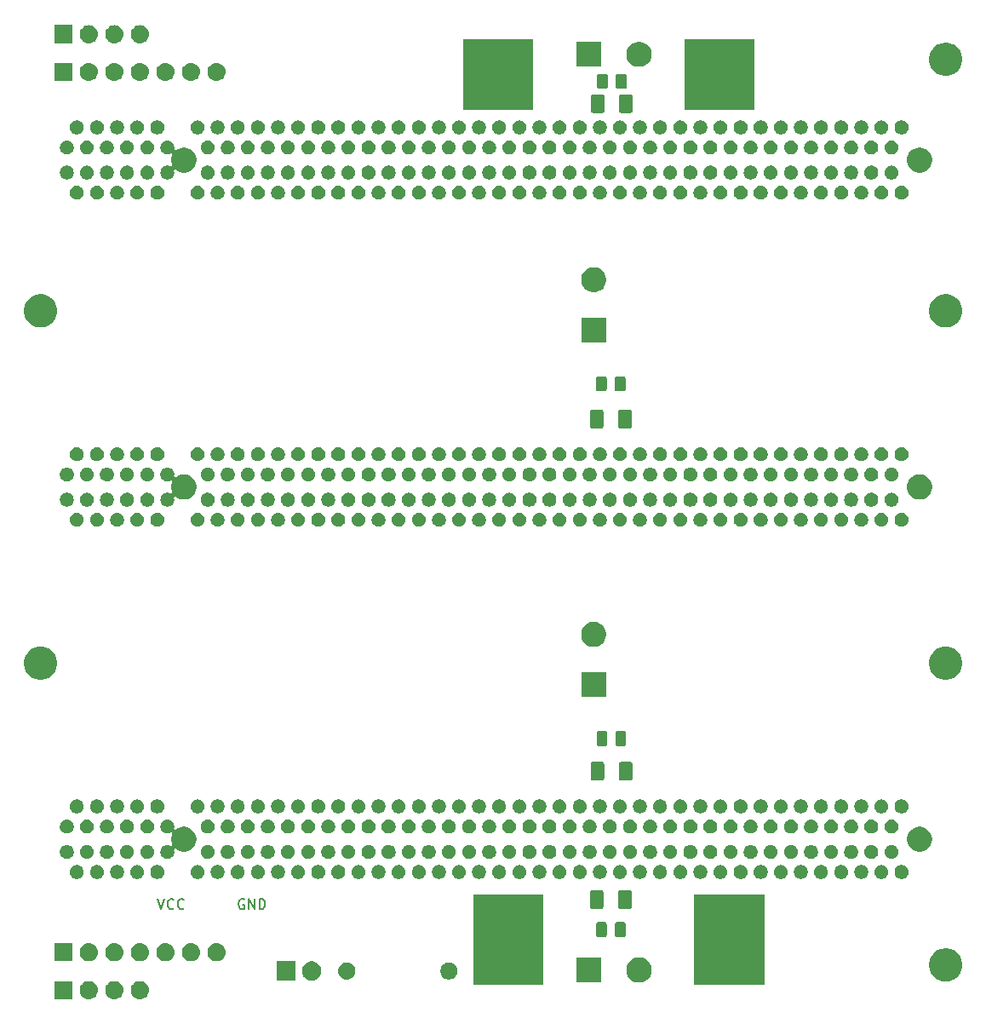
<source format=gts>
G04 #@! TF.GenerationSoftware,KiCad,Pcbnew,(5.1.4)-1*
G04 #@! TF.CreationDate,2019-11-07T17:33:41+09:00*
G04 #@! TF.ProjectId,MotherBoard_PCIe,4d6f7468-6572-4426-9f61-72645f504349,rev?*
G04 #@! TF.SameCoordinates,Original*
G04 #@! TF.FileFunction,Soldermask,Top*
G04 #@! TF.FilePolarity,Negative*
%FSLAX46Y46*%
G04 Gerber Fmt 4.6, Leading zero omitted, Abs format (unit mm)*
G04 Created by KiCad (PCBNEW (5.1.4)-1) date 2019-11-07 17:33:41*
%MOMM*%
%LPD*%
G04 APERTURE LIST*
%ADD10C,0.150000*%
%ADD11C,0.100000*%
G04 APERTURE END LIST*
D10*
X116666666Y-138452380D02*
X117000000Y-139452380D01*
X117333333Y-138452380D01*
X118238095Y-139357142D02*
X118190476Y-139404761D01*
X118047619Y-139452380D01*
X117952380Y-139452380D01*
X117809523Y-139404761D01*
X117714285Y-139309523D01*
X117666666Y-139214285D01*
X117619047Y-139023809D01*
X117619047Y-138880952D01*
X117666666Y-138690476D01*
X117714285Y-138595238D01*
X117809523Y-138500000D01*
X117952380Y-138452380D01*
X118047619Y-138452380D01*
X118190476Y-138500000D01*
X118238095Y-138547619D01*
X119238095Y-139357142D02*
X119190476Y-139404761D01*
X119047619Y-139452380D01*
X118952380Y-139452380D01*
X118809523Y-139404761D01*
X118714285Y-139309523D01*
X118666666Y-139214285D01*
X118619047Y-139023809D01*
X118619047Y-138880952D01*
X118666666Y-138690476D01*
X118714285Y-138595238D01*
X118809523Y-138500000D01*
X118952380Y-138452380D01*
X119047619Y-138452380D01*
X119190476Y-138500000D01*
X119238095Y-138547619D01*
X125238095Y-138500000D02*
X125142857Y-138452380D01*
X125000000Y-138452380D01*
X124857142Y-138500000D01*
X124761904Y-138595238D01*
X124714285Y-138690476D01*
X124666666Y-138880952D01*
X124666666Y-139023809D01*
X124714285Y-139214285D01*
X124761904Y-139309523D01*
X124857142Y-139404761D01*
X125000000Y-139452380D01*
X125095238Y-139452380D01*
X125238095Y-139404761D01*
X125285714Y-139357142D01*
X125285714Y-139023809D01*
X125095238Y-139023809D01*
X125714285Y-139452380D02*
X125714285Y-138452380D01*
X126285714Y-139452380D01*
X126285714Y-138452380D01*
X126761904Y-139452380D02*
X126761904Y-138452380D01*
X127000000Y-138452380D01*
X127142857Y-138500000D01*
X127238095Y-138595238D01*
X127285714Y-138690476D01*
X127333333Y-138880952D01*
X127333333Y-139023809D01*
X127285714Y-139214285D01*
X127238095Y-139309523D01*
X127142857Y-139404761D01*
X127000000Y-139452380D01*
X126761904Y-139452380D01*
D11*
G36*
X114980442Y-146605518D02*
G01*
X115046627Y-146612037D01*
X115216466Y-146663557D01*
X115372991Y-146747222D01*
X115377594Y-146751000D01*
X115510186Y-146859814D01*
X115593448Y-146961271D01*
X115622778Y-146997009D01*
X115706443Y-147153534D01*
X115757963Y-147323373D01*
X115775359Y-147500000D01*
X115757963Y-147676627D01*
X115706443Y-147846466D01*
X115622778Y-148002991D01*
X115593448Y-148038729D01*
X115510186Y-148140186D01*
X115408729Y-148223448D01*
X115372991Y-148252778D01*
X115216466Y-148336443D01*
X115046627Y-148387963D01*
X114980442Y-148394482D01*
X114914260Y-148401000D01*
X114825740Y-148401000D01*
X114759558Y-148394482D01*
X114693373Y-148387963D01*
X114523534Y-148336443D01*
X114367009Y-148252778D01*
X114331271Y-148223448D01*
X114229814Y-148140186D01*
X114146552Y-148038729D01*
X114117222Y-148002991D01*
X114033557Y-147846466D01*
X113982037Y-147676627D01*
X113964641Y-147500000D01*
X113982037Y-147323373D01*
X114033557Y-147153534D01*
X114117222Y-146997009D01*
X114146552Y-146961271D01*
X114229814Y-146859814D01*
X114362406Y-146751000D01*
X114367009Y-146747222D01*
X114523534Y-146663557D01*
X114693373Y-146612037D01*
X114759558Y-146605518D01*
X114825740Y-146599000D01*
X114914260Y-146599000D01*
X114980442Y-146605518D01*
X114980442Y-146605518D01*
G37*
G36*
X112440442Y-146605518D02*
G01*
X112506627Y-146612037D01*
X112676466Y-146663557D01*
X112832991Y-146747222D01*
X112837594Y-146751000D01*
X112970186Y-146859814D01*
X113053448Y-146961271D01*
X113082778Y-146997009D01*
X113166443Y-147153534D01*
X113217963Y-147323373D01*
X113235359Y-147500000D01*
X113217963Y-147676627D01*
X113166443Y-147846466D01*
X113082778Y-148002991D01*
X113053448Y-148038729D01*
X112970186Y-148140186D01*
X112868729Y-148223448D01*
X112832991Y-148252778D01*
X112676466Y-148336443D01*
X112506627Y-148387963D01*
X112440442Y-148394482D01*
X112374260Y-148401000D01*
X112285740Y-148401000D01*
X112219558Y-148394482D01*
X112153373Y-148387963D01*
X111983534Y-148336443D01*
X111827009Y-148252778D01*
X111791271Y-148223448D01*
X111689814Y-148140186D01*
X111606552Y-148038729D01*
X111577222Y-148002991D01*
X111493557Y-147846466D01*
X111442037Y-147676627D01*
X111424641Y-147500000D01*
X111442037Y-147323373D01*
X111493557Y-147153534D01*
X111577222Y-146997009D01*
X111606552Y-146961271D01*
X111689814Y-146859814D01*
X111822406Y-146751000D01*
X111827009Y-146747222D01*
X111983534Y-146663557D01*
X112153373Y-146612037D01*
X112219558Y-146605518D01*
X112285740Y-146599000D01*
X112374260Y-146599000D01*
X112440442Y-146605518D01*
X112440442Y-146605518D01*
G37*
G36*
X108151000Y-148401000D02*
G01*
X106349000Y-148401000D01*
X106349000Y-146599000D01*
X108151000Y-146599000D01*
X108151000Y-148401000D01*
X108151000Y-148401000D01*
G37*
G36*
X109900442Y-146605518D02*
G01*
X109966627Y-146612037D01*
X110136466Y-146663557D01*
X110292991Y-146747222D01*
X110297594Y-146751000D01*
X110430186Y-146859814D01*
X110513448Y-146961271D01*
X110542778Y-146997009D01*
X110626443Y-147153534D01*
X110677963Y-147323373D01*
X110695359Y-147500000D01*
X110677963Y-147676627D01*
X110626443Y-147846466D01*
X110542778Y-148002991D01*
X110513448Y-148038729D01*
X110430186Y-148140186D01*
X110328729Y-148223448D01*
X110292991Y-148252778D01*
X110136466Y-148336443D01*
X109966627Y-148387963D01*
X109900442Y-148394482D01*
X109834260Y-148401000D01*
X109745740Y-148401000D01*
X109679558Y-148394482D01*
X109613373Y-148387963D01*
X109443534Y-148336443D01*
X109287009Y-148252778D01*
X109251271Y-148223448D01*
X109149814Y-148140186D01*
X109066552Y-148038729D01*
X109037222Y-148002991D01*
X108953557Y-147846466D01*
X108902037Y-147676627D01*
X108884641Y-147500000D01*
X108902037Y-147323373D01*
X108953557Y-147153534D01*
X109037222Y-146997009D01*
X109066552Y-146961271D01*
X109149814Y-146859814D01*
X109282406Y-146751000D01*
X109287009Y-146747222D01*
X109443534Y-146663557D01*
X109613373Y-146612037D01*
X109679558Y-146605518D01*
X109745740Y-146599000D01*
X109834260Y-146599000D01*
X109900442Y-146605518D01*
X109900442Y-146605518D01*
G37*
G36*
X177000000Y-147000000D02*
G01*
X170000000Y-147000000D01*
X170000000Y-138000000D01*
X177000000Y-138000000D01*
X177000000Y-147000000D01*
X177000000Y-147000000D01*
G37*
G36*
X155000000Y-147000000D02*
G01*
X148000000Y-147000000D01*
X148000000Y-138000000D01*
X155000000Y-138000000D01*
X155000000Y-147000000D01*
X155000000Y-147000000D01*
G37*
G36*
X160751000Y-146751000D02*
G01*
X158249000Y-146751000D01*
X158249000Y-144249000D01*
X160751000Y-144249000D01*
X160751000Y-146751000D01*
X160751000Y-146751000D01*
G37*
G36*
X164864903Y-144297075D02*
G01*
X165089694Y-144390186D01*
X165092571Y-144391378D01*
X165297466Y-144528285D01*
X165471715Y-144702534D01*
X165596305Y-144888996D01*
X165608623Y-144907431D01*
X165702925Y-145135097D01*
X165751000Y-145376786D01*
X165751000Y-145623214D01*
X165702925Y-145864903D01*
X165626063Y-146050466D01*
X165608622Y-146092571D01*
X165471715Y-146297466D01*
X165297466Y-146471715D01*
X165092571Y-146608622D01*
X165092570Y-146608623D01*
X165092569Y-146608623D01*
X164864903Y-146702925D01*
X164623214Y-146751000D01*
X164376786Y-146751000D01*
X164135097Y-146702925D01*
X163907431Y-146608623D01*
X163907430Y-146608623D01*
X163907429Y-146608622D01*
X163702534Y-146471715D01*
X163528285Y-146297466D01*
X163391378Y-146092571D01*
X163373938Y-146050466D01*
X163297075Y-145864903D01*
X163249000Y-145623214D01*
X163249000Y-145376786D01*
X163297075Y-145135097D01*
X163391377Y-144907431D01*
X163403695Y-144888996D01*
X163528285Y-144702534D01*
X163702534Y-144528285D01*
X163907429Y-144391378D01*
X163910307Y-144390186D01*
X164135097Y-144297075D01*
X164376786Y-144249000D01*
X164623214Y-144249000D01*
X164864903Y-144297075D01*
X164864903Y-144297075D01*
G37*
G36*
X195375256Y-143391298D02*
G01*
X195481579Y-143412447D01*
X195782042Y-143536903D01*
X196052451Y-143717585D01*
X196282415Y-143947549D01*
X196463097Y-144217958D01*
X196581074Y-144502779D01*
X196587553Y-144518422D01*
X196651000Y-144837389D01*
X196651000Y-145162611D01*
X196619175Y-145322604D01*
X196587553Y-145481579D01*
X196463097Y-145782042D01*
X196282415Y-146052451D01*
X196052451Y-146282415D01*
X195782042Y-146463097D01*
X195782041Y-146463098D01*
X195782040Y-146463098D01*
X195761234Y-146471716D01*
X195481579Y-146587553D01*
X195424031Y-146599000D01*
X195162611Y-146651000D01*
X194837389Y-146651000D01*
X194575969Y-146599000D01*
X194518421Y-146587553D01*
X194238766Y-146471716D01*
X194217960Y-146463098D01*
X194217959Y-146463098D01*
X194217958Y-146463097D01*
X193947549Y-146282415D01*
X193717585Y-146052451D01*
X193536903Y-145782042D01*
X193412447Y-145481579D01*
X193380825Y-145322604D01*
X193349000Y-145162611D01*
X193349000Y-144837389D01*
X193412447Y-144518422D01*
X193418927Y-144502779D01*
X193536903Y-144217958D01*
X193717585Y-143947549D01*
X193947549Y-143717585D01*
X194217958Y-143536903D01*
X194518421Y-143412447D01*
X194624744Y-143391298D01*
X194837389Y-143349000D01*
X195162611Y-143349000D01*
X195375256Y-143391298D01*
X195375256Y-143391298D01*
G37*
G36*
X132217395Y-144685546D02*
G01*
X132390466Y-144757234D01*
X132396572Y-144761314D01*
X132546227Y-144861310D01*
X132678690Y-144993773D01*
X132721284Y-145057520D01*
X132782766Y-145149534D01*
X132854454Y-145322605D01*
X132891000Y-145506333D01*
X132891000Y-145693667D01*
X132854454Y-145877395D01*
X132782766Y-146050466D01*
X132754632Y-146092571D01*
X132678690Y-146206227D01*
X132546227Y-146338690D01*
X132523092Y-146354148D01*
X132390466Y-146442766D01*
X132217395Y-146514454D01*
X132033667Y-146551000D01*
X131846333Y-146551000D01*
X131662605Y-146514454D01*
X131489534Y-146442766D01*
X131356908Y-146354148D01*
X131333773Y-146338690D01*
X131201310Y-146206227D01*
X131125368Y-146092571D01*
X131097234Y-146050466D01*
X131025546Y-145877395D01*
X130989000Y-145693667D01*
X130989000Y-145506333D01*
X131025546Y-145322605D01*
X131097234Y-145149534D01*
X131158716Y-145057520D01*
X131201310Y-144993773D01*
X131333773Y-144861310D01*
X131483428Y-144761314D01*
X131489534Y-144757234D01*
X131662605Y-144685546D01*
X131846333Y-144649000D01*
X132033667Y-144649000D01*
X132217395Y-144685546D01*
X132217395Y-144685546D01*
G37*
G36*
X130351000Y-146551000D02*
G01*
X128449000Y-146551000D01*
X128449000Y-144649000D01*
X130351000Y-144649000D01*
X130351000Y-146551000D01*
X130351000Y-146551000D01*
G37*
G36*
X145848228Y-144781703D02*
G01*
X146003100Y-144845853D01*
X146142481Y-144938985D01*
X146261015Y-145057519D01*
X146354147Y-145196900D01*
X146418297Y-145351772D01*
X146451000Y-145516184D01*
X146451000Y-145683816D01*
X146418297Y-145848228D01*
X146354147Y-146003100D01*
X146261015Y-146142481D01*
X146142481Y-146261015D01*
X146003100Y-146354147D01*
X145848228Y-146418297D01*
X145683816Y-146451000D01*
X145516184Y-146451000D01*
X145351772Y-146418297D01*
X145196900Y-146354147D01*
X145057519Y-146261015D01*
X144938985Y-146142481D01*
X144845853Y-146003100D01*
X144781703Y-145848228D01*
X144749000Y-145683816D01*
X144749000Y-145516184D01*
X144781703Y-145351772D01*
X144845853Y-145196900D01*
X144938985Y-145057519D01*
X145057519Y-144938985D01*
X145196900Y-144845853D01*
X145351772Y-144781703D01*
X145516184Y-144749000D01*
X145683816Y-144749000D01*
X145848228Y-144781703D01*
X145848228Y-144781703D01*
G37*
G36*
X135606823Y-144761313D02*
G01*
X135767242Y-144809976D01*
X135834361Y-144845852D01*
X135915078Y-144888996D01*
X136044659Y-144995341D01*
X136151004Y-145124922D01*
X136151005Y-145124924D01*
X136230024Y-145272758D01*
X136278687Y-145433177D01*
X136295117Y-145600000D01*
X136278687Y-145766823D01*
X136230024Y-145927242D01*
X136189477Y-146003100D01*
X136151004Y-146075078D01*
X136044659Y-146204659D01*
X135915078Y-146311004D01*
X135915076Y-146311005D01*
X135767242Y-146390024D01*
X135606823Y-146438687D01*
X135481804Y-146451000D01*
X135398196Y-146451000D01*
X135273177Y-146438687D01*
X135112758Y-146390024D01*
X134964924Y-146311005D01*
X134964922Y-146311004D01*
X134835341Y-146204659D01*
X134728996Y-146075078D01*
X134690523Y-146003100D01*
X134649976Y-145927242D01*
X134601313Y-145766823D01*
X134584883Y-145600000D01*
X134601313Y-145433177D01*
X134649976Y-145272758D01*
X134728995Y-145124924D01*
X134728996Y-145124922D01*
X134835341Y-144995341D01*
X134964922Y-144888996D01*
X135045639Y-144845852D01*
X135112758Y-144809976D01*
X135273177Y-144761313D01*
X135398196Y-144749000D01*
X135481804Y-144749000D01*
X135606823Y-144761313D01*
X135606823Y-144761313D01*
G37*
G36*
X117520442Y-142855518D02*
G01*
X117586627Y-142862037D01*
X117756466Y-142913557D01*
X117912991Y-142997222D01*
X117948729Y-143026552D01*
X118050186Y-143109814D01*
X118133448Y-143211271D01*
X118162778Y-143247009D01*
X118246443Y-143403534D01*
X118297963Y-143573373D01*
X118315359Y-143750000D01*
X118297963Y-143926627D01*
X118246443Y-144096466D01*
X118162778Y-144252991D01*
X118133448Y-144288729D01*
X118050186Y-144390186D01*
X117948729Y-144473448D01*
X117912991Y-144502778D01*
X117756466Y-144586443D01*
X117586627Y-144637963D01*
X117520443Y-144644481D01*
X117454260Y-144651000D01*
X117365740Y-144651000D01*
X117299557Y-144644481D01*
X117233373Y-144637963D01*
X117063534Y-144586443D01*
X116907009Y-144502778D01*
X116871271Y-144473448D01*
X116769814Y-144390186D01*
X116686552Y-144288729D01*
X116657222Y-144252991D01*
X116573557Y-144096466D01*
X116522037Y-143926627D01*
X116504641Y-143750000D01*
X116522037Y-143573373D01*
X116573557Y-143403534D01*
X116657222Y-143247009D01*
X116686552Y-143211271D01*
X116769814Y-143109814D01*
X116871271Y-143026552D01*
X116907009Y-142997222D01*
X117063534Y-142913557D01*
X117233373Y-142862037D01*
X117299558Y-142855518D01*
X117365740Y-142849000D01*
X117454260Y-142849000D01*
X117520442Y-142855518D01*
X117520442Y-142855518D01*
G37*
G36*
X108151000Y-144651000D02*
G01*
X106349000Y-144651000D01*
X106349000Y-142849000D01*
X108151000Y-142849000D01*
X108151000Y-144651000D01*
X108151000Y-144651000D01*
G37*
G36*
X109900442Y-142855518D02*
G01*
X109966627Y-142862037D01*
X110136466Y-142913557D01*
X110292991Y-142997222D01*
X110328729Y-143026552D01*
X110430186Y-143109814D01*
X110513448Y-143211271D01*
X110542778Y-143247009D01*
X110626443Y-143403534D01*
X110677963Y-143573373D01*
X110695359Y-143750000D01*
X110677963Y-143926627D01*
X110626443Y-144096466D01*
X110542778Y-144252991D01*
X110513448Y-144288729D01*
X110430186Y-144390186D01*
X110328729Y-144473448D01*
X110292991Y-144502778D01*
X110136466Y-144586443D01*
X109966627Y-144637963D01*
X109900443Y-144644481D01*
X109834260Y-144651000D01*
X109745740Y-144651000D01*
X109679557Y-144644481D01*
X109613373Y-144637963D01*
X109443534Y-144586443D01*
X109287009Y-144502778D01*
X109251271Y-144473448D01*
X109149814Y-144390186D01*
X109066552Y-144288729D01*
X109037222Y-144252991D01*
X108953557Y-144096466D01*
X108902037Y-143926627D01*
X108884641Y-143750000D01*
X108902037Y-143573373D01*
X108953557Y-143403534D01*
X109037222Y-143247009D01*
X109066552Y-143211271D01*
X109149814Y-143109814D01*
X109251271Y-143026552D01*
X109287009Y-142997222D01*
X109443534Y-142913557D01*
X109613373Y-142862037D01*
X109679558Y-142855518D01*
X109745740Y-142849000D01*
X109834260Y-142849000D01*
X109900442Y-142855518D01*
X109900442Y-142855518D01*
G37*
G36*
X114980442Y-142855518D02*
G01*
X115046627Y-142862037D01*
X115216466Y-142913557D01*
X115372991Y-142997222D01*
X115408729Y-143026552D01*
X115510186Y-143109814D01*
X115593448Y-143211271D01*
X115622778Y-143247009D01*
X115706443Y-143403534D01*
X115757963Y-143573373D01*
X115775359Y-143750000D01*
X115757963Y-143926627D01*
X115706443Y-144096466D01*
X115622778Y-144252991D01*
X115593448Y-144288729D01*
X115510186Y-144390186D01*
X115408729Y-144473448D01*
X115372991Y-144502778D01*
X115216466Y-144586443D01*
X115046627Y-144637963D01*
X114980443Y-144644481D01*
X114914260Y-144651000D01*
X114825740Y-144651000D01*
X114759557Y-144644481D01*
X114693373Y-144637963D01*
X114523534Y-144586443D01*
X114367009Y-144502778D01*
X114331271Y-144473448D01*
X114229814Y-144390186D01*
X114146552Y-144288729D01*
X114117222Y-144252991D01*
X114033557Y-144096466D01*
X113982037Y-143926627D01*
X113964641Y-143750000D01*
X113982037Y-143573373D01*
X114033557Y-143403534D01*
X114117222Y-143247009D01*
X114146552Y-143211271D01*
X114229814Y-143109814D01*
X114331271Y-143026552D01*
X114367009Y-142997222D01*
X114523534Y-142913557D01*
X114693373Y-142862037D01*
X114759558Y-142855518D01*
X114825740Y-142849000D01*
X114914260Y-142849000D01*
X114980442Y-142855518D01*
X114980442Y-142855518D01*
G37*
G36*
X122600442Y-142855518D02*
G01*
X122666627Y-142862037D01*
X122836466Y-142913557D01*
X122992991Y-142997222D01*
X123028729Y-143026552D01*
X123130186Y-143109814D01*
X123213448Y-143211271D01*
X123242778Y-143247009D01*
X123326443Y-143403534D01*
X123377963Y-143573373D01*
X123395359Y-143750000D01*
X123377963Y-143926627D01*
X123326443Y-144096466D01*
X123242778Y-144252991D01*
X123213448Y-144288729D01*
X123130186Y-144390186D01*
X123028729Y-144473448D01*
X122992991Y-144502778D01*
X122836466Y-144586443D01*
X122666627Y-144637963D01*
X122600443Y-144644481D01*
X122534260Y-144651000D01*
X122445740Y-144651000D01*
X122379557Y-144644481D01*
X122313373Y-144637963D01*
X122143534Y-144586443D01*
X121987009Y-144502778D01*
X121951271Y-144473448D01*
X121849814Y-144390186D01*
X121766552Y-144288729D01*
X121737222Y-144252991D01*
X121653557Y-144096466D01*
X121602037Y-143926627D01*
X121584641Y-143750000D01*
X121602037Y-143573373D01*
X121653557Y-143403534D01*
X121737222Y-143247009D01*
X121766552Y-143211271D01*
X121849814Y-143109814D01*
X121951271Y-143026552D01*
X121987009Y-142997222D01*
X122143534Y-142913557D01*
X122313373Y-142862037D01*
X122379558Y-142855518D01*
X122445740Y-142849000D01*
X122534260Y-142849000D01*
X122600442Y-142855518D01*
X122600442Y-142855518D01*
G37*
G36*
X120060442Y-142855518D02*
G01*
X120126627Y-142862037D01*
X120296466Y-142913557D01*
X120452991Y-142997222D01*
X120488729Y-143026552D01*
X120590186Y-143109814D01*
X120673448Y-143211271D01*
X120702778Y-143247009D01*
X120786443Y-143403534D01*
X120837963Y-143573373D01*
X120855359Y-143750000D01*
X120837963Y-143926627D01*
X120786443Y-144096466D01*
X120702778Y-144252991D01*
X120673448Y-144288729D01*
X120590186Y-144390186D01*
X120488729Y-144473448D01*
X120452991Y-144502778D01*
X120296466Y-144586443D01*
X120126627Y-144637963D01*
X120060443Y-144644481D01*
X119994260Y-144651000D01*
X119905740Y-144651000D01*
X119839557Y-144644481D01*
X119773373Y-144637963D01*
X119603534Y-144586443D01*
X119447009Y-144502778D01*
X119411271Y-144473448D01*
X119309814Y-144390186D01*
X119226552Y-144288729D01*
X119197222Y-144252991D01*
X119113557Y-144096466D01*
X119062037Y-143926627D01*
X119044641Y-143750000D01*
X119062037Y-143573373D01*
X119113557Y-143403534D01*
X119197222Y-143247009D01*
X119226552Y-143211271D01*
X119309814Y-143109814D01*
X119411271Y-143026552D01*
X119447009Y-142997222D01*
X119603534Y-142913557D01*
X119773373Y-142862037D01*
X119839558Y-142855518D01*
X119905740Y-142849000D01*
X119994260Y-142849000D01*
X120060442Y-142855518D01*
X120060442Y-142855518D01*
G37*
G36*
X112440442Y-142855518D02*
G01*
X112506627Y-142862037D01*
X112676466Y-142913557D01*
X112832991Y-142997222D01*
X112868729Y-143026552D01*
X112970186Y-143109814D01*
X113053448Y-143211271D01*
X113082778Y-143247009D01*
X113166443Y-143403534D01*
X113217963Y-143573373D01*
X113235359Y-143750000D01*
X113217963Y-143926627D01*
X113166443Y-144096466D01*
X113082778Y-144252991D01*
X113053448Y-144288729D01*
X112970186Y-144390186D01*
X112868729Y-144473448D01*
X112832991Y-144502778D01*
X112676466Y-144586443D01*
X112506627Y-144637963D01*
X112440443Y-144644481D01*
X112374260Y-144651000D01*
X112285740Y-144651000D01*
X112219557Y-144644481D01*
X112153373Y-144637963D01*
X111983534Y-144586443D01*
X111827009Y-144502778D01*
X111791271Y-144473448D01*
X111689814Y-144390186D01*
X111606552Y-144288729D01*
X111577222Y-144252991D01*
X111493557Y-144096466D01*
X111442037Y-143926627D01*
X111424641Y-143750000D01*
X111442037Y-143573373D01*
X111493557Y-143403534D01*
X111577222Y-143247009D01*
X111606552Y-143211271D01*
X111689814Y-143109814D01*
X111791271Y-143026552D01*
X111827009Y-142997222D01*
X111983534Y-142913557D01*
X112153373Y-142862037D01*
X112219558Y-142855518D01*
X112285740Y-142849000D01*
X112374260Y-142849000D01*
X112440442Y-142855518D01*
X112440442Y-142855518D01*
G37*
G36*
X162996968Y-140753565D02*
G01*
X163035638Y-140765296D01*
X163071277Y-140784346D01*
X163102517Y-140809983D01*
X163128154Y-140841223D01*
X163147204Y-140876862D01*
X163158935Y-140915532D01*
X163163500Y-140961888D01*
X163163500Y-142038112D01*
X163158935Y-142084468D01*
X163147204Y-142123138D01*
X163128154Y-142158777D01*
X163102517Y-142190017D01*
X163071277Y-142215654D01*
X163035638Y-142234704D01*
X162996968Y-142246435D01*
X162950612Y-142251000D01*
X162299388Y-142251000D01*
X162253032Y-142246435D01*
X162214362Y-142234704D01*
X162178723Y-142215654D01*
X162147483Y-142190017D01*
X162121846Y-142158777D01*
X162102796Y-142123138D01*
X162091065Y-142084468D01*
X162086500Y-142038112D01*
X162086500Y-140961888D01*
X162091065Y-140915532D01*
X162102796Y-140876862D01*
X162121846Y-140841223D01*
X162147483Y-140809983D01*
X162178723Y-140784346D01*
X162214362Y-140765296D01*
X162253032Y-140753565D01*
X162299388Y-140749000D01*
X162950612Y-140749000D01*
X162996968Y-140753565D01*
X162996968Y-140753565D01*
G37*
G36*
X161121968Y-140753565D02*
G01*
X161160638Y-140765296D01*
X161196277Y-140784346D01*
X161227517Y-140809983D01*
X161253154Y-140841223D01*
X161272204Y-140876862D01*
X161283935Y-140915532D01*
X161288500Y-140961888D01*
X161288500Y-142038112D01*
X161283935Y-142084468D01*
X161272204Y-142123138D01*
X161253154Y-142158777D01*
X161227517Y-142190017D01*
X161196277Y-142215654D01*
X161160638Y-142234704D01*
X161121968Y-142246435D01*
X161075612Y-142251000D01*
X160424388Y-142251000D01*
X160378032Y-142246435D01*
X160339362Y-142234704D01*
X160303723Y-142215654D01*
X160272483Y-142190017D01*
X160246846Y-142158777D01*
X160227796Y-142123138D01*
X160216065Y-142084468D01*
X160211500Y-142038112D01*
X160211500Y-140961888D01*
X160216065Y-140915532D01*
X160227796Y-140876862D01*
X160246846Y-140841223D01*
X160272483Y-140809983D01*
X160303723Y-140784346D01*
X160339362Y-140765296D01*
X160378032Y-140753565D01*
X160424388Y-140749000D01*
X161075612Y-140749000D01*
X161121968Y-140753565D01*
X161121968Y-140753565D01*
G37*
G36*
X163606104Y-137578347D02*
G01*
X163642644Y-137589432D01*
X163676321Y-137607433D01*
X163705841Y-137631659D01*
X163730067Y-137661179D01*
X163748068Y-137694856D01*
X163759153Y-137731396D01*
X163763500Y-137775538D01*
X163763500Y-139224462D01*
X163759153Y-139268604D01*
X163748068Y-139305144D01*
X163730067Y-139338821D01*
X163705841Y-139368341D01*
X163676321Y-139392567D01*
X163642644Y-139410568D01*
X163606104Y-139421653D01*
X163561962Y-139426000D01*
X162613038Y-139426000D01*
X162568896Y-139421653D01*
X162532356Y-139410568D01*
X162498679Y-139392567D01*
X162469159Y-139368341D01*
X162444933Y-139338821D01*
X162426932Y-139305144D01*
X162415847Y-139268604D01*
X162411500Y-139224462D01*
X162411500Y-137775538D01*
X162415847Y-137731396D01*
X162426932Y-137694856D01*
X162444933Y-137661179D01*
X162469159Y-137631659D01*
X162498679Y-137607433D01*
X162532356Y-137589432D01*
X162568896Y-137578347D01*
X162613038Y-137574000D01*
X163561962Y-137574000D01*
X163606104Y-137578347D01*
X163606104Y-137578347D01*
G37*
G36*
X160806104Y-137578347D02*
G01*
X160842644Y-137589432D01*
X160876321Y-137607433D01*
X160905841Y-137631659D01*
X160930067Y-137661179D01*
X160948068Y-137694856D01*
X160959153Y-137731396D01*
X160963500Y-137775538D01*
X160963500Y-139224462D01*
X160959153Y-139268604D01*
X160948068Y-139305144D01*
X160930067Y-139338821D01*
X160905841Y-139368341D01*
X160876321Y-139392567D01*
X160842644Y-139410568D01*
X160806104Y-139421653D01*
X160761962Y-139426000D01*
X159813038Y-139426000D01*
X159768896Y-139421653D01*
X159732356Y-139410568D01*
X159698679Y-139392567D01*
X159669159Y-139368341D01*
X159644933Y-139338821D01*
X159626932Y-139305144D01*
X159615847Y-139268604D01*
X159611500Y-139224462D01*
X159611500Y-137775538D01*
X159615847Y-137731396D01*
X159626932Y-137694856D01*
X159644933Y-137661179D01*
X159669159Y-137631659D01*
X159698679Y-137607433D01*
X159732356Y-137589432D01*
X159768896Y-137578347D01*
X159813038Y-137574000D01*
X160761962Y-137574000D01*
X160806104Y-137578347D01*
X160806104Y-137578347D01*
G37*
G36*
X138801557Y-135085555D02*
G01*
X138927310Y-135137643D01*
X139040486Y-135213265D01*
X139136735Y-135309514D01*
X139212357Y-135422690D01*
X139264445Y-135548443D01*
X139291000Y-135681943D01*
X139291000Y-135818057D01*
X139264445Y-135951557D01*
X139212357Y-136077310D01*
X139136735Y-136190486D01*
X139040486Y-136286735D01*
X138927310Y-136362357D01*
X138801557Y-136414445D01*
X138668058Y-136441000D01*
X138531942Y-136441000D01*
X138398443Y-136414445D01*
X138272690Y-136362357D01*
X138159514Y-136286735D01*
X138063265Y-136190486D01*
X137987643Y-136077310D01*
X137935555Y-135951557D01*
X137909000Y-135818057D01*
X137909000Y-135681943D01*
X137935555Y-135548443D01*
X137987643Y-135422690D01*
X138063265Y-135309514D01*
X138159514Y-135213265D01*
X138272690Y-135137643D01*
X138398443Y-135085555D01*
X138531942Y-135059000D01*
X138668058Y-135059000D01*
X138801557Y-135085555D01*
X138801557Y-135085555D01*
G37*
G36*
X156801557Y-135085555D02*
G01*
X156927310Y-135137643D01*
X157040486Y-135213265D01*
X157136735Y-135309514D01*
X157212357Y-135422690D01*
X157264445Y-135548443D01*
X157291000Y-135681943D01*
X157291000Y-135818057D01*
X157264445Y-135951557D01*
X157212357Y-136077310D01*
X157136735Y-136190486D01*
X157040486Y-136286735D01*
X156927310Y-136362357D01*
X156801557Y-136414445D01*
X156668058Y-136441000D01*
X156531942Y-136441000D01*
X156398443Y-136414445D01*
X156272690Y-136362357D01*
X156159514Y-136286735D01*
X156063265Y-136190486D01*
X155987643Y-136077310D01*
X155935555Y-135951557D01*
X155909000Y-135818057D01*
X155909000Y-135681943D01*
X155935555Y-135548443D01*
X155987643Y-135422690D01*
X156063265Y-135309514D01*
X156159514Y-135213265D01*
X156272690Y-135137643D01*
X156398443Y-135085555D01*
X156531942Y-135059000D01*
X156668058Y-135059000D01*
X156801557Y-135085555D01*
X156801557Y-135085555D01*
G37*
G36*
X158801557Y-135085555D02*
G01*
X158927310Y-135137643D01*
X159040486Y-135213265D01*
X159136735Y-135309514D01*
X159212357Y-135422690D01*
X159264445Y-135548443D01*
X159291000Y-135681943D01*
X159291000Y-135818057D01*
X159264445Y-135951557D01*
X159212357Y-136077310D01*
X159136735Y-136190486D01*
X159040486Y-136286735D01*
X158927310Y-136362357D01*
X158801557Y-136414445D01*
X158668058Y-136441000D01*
X158531942Y-136441000D01*
X158398443Y-136414445D01*
X158272690Y-136362357D01*
X158159514Y-136286735D01*
X158063265Y-136190486D01*
X157987643Y-136077310D01*
X157935555Y-135951557D01*
X157909000Y-135818057D01*
X157909000Y-135681943D01*
X157935555Y-135548443D01*
X157987643Y-135422690D01*
X158063265Y-135309514D01*
X158159514Y-135213265D01*
X158272690Y-135137643D01*
X158398443Y-135085555D01*
X158531942Y-135059000D01*
X158668058Y-135059000D01*
X158801557Y-135085555D01*
X158801557Y-135085555D01*
G37*
G36*
X160801557Y-135085555D02*
G01*
X160927310Y-135137643D01*
X161040486Y-135213265D01*
X161136735Y-135309514D01*
X161212357Y-135422690D01*
X161264445Y-135548443D01*
X161291000Y-135681943D01*
X161291000Y-135818057D01*
X161264445Y-135951557D01*
X161212357Y-136077310D01*
X161136735Y-136190486D01*
X161040486Y-136286735D01*
X160927310Y-136362357D01*
X160801557Y-136414445D01*
X160668058Y-136441000D01*
X160531942Y-136441000D01*
X160398443Y-136414445D01*
X160272690Y-136362357D01*
X160159514Y-136286735D01*
X160063265Y-136190486D01*
X159987643Y-136077310D01*
X159935555Y-135951557D01*
X159909000Y-135818057D01*
X159909000Y-135681943D01*
X159935555Y-135548443D01*
X159987643Y-135422690D01*
X160063265Y-135309514D01*
X160159514Y-135213265D01*
X160272690Y-135137643D01*
X160398443Y-135085555D01*
X160531942Y-135059000D01*
X160668058Y-135059000D01*
X160801557Y-135085555D01*
X160801557Y-135085555D01*
G37*
G36*
X162801557Y-135085555D02*
G01*
X162927310Y-135137643D01*
X163040486Y-135213265D01*
X163136735Y-135309514D01*
X163212357Y-135422690D01*
X163264445Y-135548443D01*
X163291000Y-135681943D01*
X163291000Y-135818057D01*
X163264445Y-135951557D01*
X163212357Y-136077310D01*
X163136735Y-136190486D01*
X163040486Y-136286735D01*
X162927310Y-136362357D01*
X162801557Y-136414445D01*
X162668058Y-136441000D01*
X162531942Y-136441000D01*
X162398443Y-136414445D01*
X162272690Y-136362357D01*
X162159514Y-136286735D01*
X162063265Y-136190486D01*
X161987643Y-136077310D01*
X161935555Y-135951557D01*
X161909000Y-135818057D01*
X161909000Y-135681943D01*
X161935555Y-135548443D01*
X161987643Y-135422690D01*
X162063265Y-135309514D01*
X162159514Y-135213265D01*
X162272690Y-135137643D01*
X162398443Y-135085555D01*
X162531942Y-135059000D01*
X162668058Y-135059000D01*
X162801557Y-135085555D01*
X162801557Y-135085555D01*
G37*
G36*
X150801557Y-135085555D02*
G01*
X150927310Y-135137643D01*
X151040486Y-135213265D01*
X151136735Y-135309514D01*
X151212357Y-135422690D01*
X151264445Y-135548443D01*
X151291000Y-135681943D01*
X151291000Y-135818057D01*
X151264445Y-135951557D01*
X151212357Y-136077310D01*
X151136735Y-136190486D01*
X151040486Y-136286735D01*
X150927310Y-136362357D01*
X150801557Y-136414445D01*
X150668058Y-136441000D01*
X150531942Y-136441000D01*
X150398443Y-136414445D01*
X150272690Y-136362357D01*
X150159514Y-136286735D01*
X150063265Y-136190486D01*
X149987643Y-136077310D01*
X149935555Y-135951557D01*
X149909000Y-135818057D01*
X149909000Y-135681943D01*
X149935555Y-135548443D01*
X149987643Y-135422690D01*
X150063265Y-135309514D01*
X150159514Y-135213265D01*
X150272690Y-135137643D01*
X150398443Y-135085555D01*
X150531942Y-135059000D01*
X150668058Y-135059000D01*
X150801557Y-135085555D01*
X150801557Y-135085555D01*
G37*
G36*
X148801557Y-135085555D02*
G01*
X148927310Y-135137643D01*
X149040486Y-135213265D01*
X149136735Y-135309514D01*
X149212357Y-135422690D01*
X149264445Y-135548443D01*
X149291000Y-135681943D01*
X149291000Y-135818057D01*
X149264445Y-135951557D01*
X149212357Y-136077310D01*
X149136735Y-136190486D01*
X149040486Y-136286735D01*
X148927310Y-136362357D01*
X148801557Y-136414445D01*
X148668058Y-136441000D01*
X148531942Y-136441000D01*
X148398443Y-136414445D01*
X148272690Y-136362357D01*
X148159514Y-136286735D01*
X148063265Y-136190486D01*
X147987643Y-136077310D01*
X147935555Y-135951557D01*
X147909000Y-135818057D01*
X147909000Y-135681943D01*
X147935555Y-135548443D01*
X147987643Y-135422690D01*
X148063265Y-135309514D01*
X148159514Y-135213265D01*
X148272690Y-135137643D01*
X148398443Y-135085555D01*
X148531942Y-135059000D01*
X148668058Y-135059000D01*
X148801557Y-135085555D01*
X148801557Y-135085555D01*
G37*
G36*
X146801557Y-135085555D02*
G01*
X146927310Y-135137643D01*
X147040486Y-135213265D01*
X147136735Y-135309514D01*
X147212357Y-135422690D01*
X147264445Y-135548443D01*
X147291000Y-135681943D01*
X147291000Y-135818057D01*
X147264445Y-135951557D01*
X147212357Y-136077310D01*
X147136735Y-136190486D01*
X147040486Y-136286735D01*
X146927310Y-136362357D01*
X146801557Y-136414445D01*
X146668058Y-136441000D01*
X146531942Y-136441000D01*
X146398443Y-136414445D01*
X146272690Y-136362357D01*
X146159514Y-136286735D01*
X146063265Y-136190486D01*
X145987643Y-136077310D01*
X145935555Y-135951557D01*
X145909000Y-135818057D01*
X145909000Y-135681943D01*
X145935555Y-135548443D01*
X145987643Y-135422690D01*
X146063265Y-135309514D01*
X146159514Y-135213265D01*
X146272690Y-135137643D01*
X146398443Y-135085555D01*
X146531942Y-135059000D01*
X146668058Y-135059000D01*
X146801557Y-135085555D01*
X146801557Y-135085555D01*
G37*
G36*
X144801557Y-135085555D02*
G01*
X144927310Y-135137643D01*
X145040486Y-135213265D01*
X145136735Y-135309514D01*
X145212357Y-135422690D01*
X145264445Y-135548443D01*
X145291000Y-135681943D01*
X145291000Y-135818057D01*
X145264445Y-135951557D01*
X145212357Y-136077310D01*
X145136735Y-136190486D01*
X145040486Y-136286735D01*
X144927310Y-136362357D01*
X144801557Y-136414445D01*
X144668058Y-136441000D01*
X144531942Y-136441000D01*
X144398443Y-136414445D01*
X144272690Y-136362357D01*
X144159514Y-136286735D01*
X144063265Y-136190486D01*
X143987643Y-136077310D01*
X143935555Y-135951557D01*
X143909000Y-135818057D01*
X143909000Y-135681943D01*
X143935555Y-135548443D01*
X143987643Y-135422690D01*
X144063265Y-135309514D01*
X144159514Y-135213265D01*
X144272690Y-135137643D01*
X144398443Y-135085555D01*
X144531942Y-135059000D01*
X144668058Y-135059000D01*
X144801557Y-135085555D01*
X144801557Y-135085555D01*
G37*
G36*
X142801557Y-135085555D02*
G01*
X142927310Y-135137643D01*
X143040486Y-135213265D01*
X143136735Y-135309514D01*
X143212357Y-135422690D01*
X143264445Y-135548443D01*
X143291000Y-135681943D01*
X143291000Y-135818057D01*
X143264445Y-135951557D01*
X143212357Y-136077310D01*
X143136735Y-136190486D01*
X143040486Y-136286735D01*
X142927310Y-136362357D01*
X142801557Y-136414445D01*
X142668058Y-136441000D01*
X142531942Y-136441000D01*
X142398443Y-136414445D01*
X142272690Y-136362357D01*
X142159514Y-136286735D01*
X142063265Y-136190486D01*
X141987643Y-136077310D01*
X141935555Y-135951557D01*
X141909000Y-135818057D01*
X141909000Y-135681943D01*
X141935555Y-135548443D01*
X141987643Y-135422690D01*
X142063265Y-135309514D01*
X142159514Y-135213265D01*
X142272690Y-135137643D01*
X142398443Y-135085555D01*
X142531942Y-135059000D01*
X142668058Y-135059000D01*
X142801557Y-135085555D01*
X142801557Y-135085555D01*
G37*
G36*
X140801557Y-135085555D02*
G01*
X140927310Y-135137643D01*
X141040486Y-135213265D01*
X141136735Y-135309514D01*
X141212357Y-135422690D01*
X141264445Y-135548443D01*
X141291000Y-135681943D01*
X141291000Y-135818057D01*
X141264445Y-135951557D01*
X141212357Y-136077310D01*
X141136735Y-136190486D01*
X141040486Y-136286735D01*
X140927310Y-136362357D01*
X140801557Y-136414445D01*
X140668058Y-136441000D01*
X140531942Y-136441000D01*
X140398443Y-136414445D01*
X140272690Y-136362357D01*
X140159514Y-136286735D01*
X140063265Y-136190486D01*
X139987643Y-136077310D01*
X139935555Y-135951557D01*
X139909000Y-135818057D01*
X139909000Y-135681943D01*
X139935555Y-135548443D01*
X139987643Y-135422690D01*
X140063265Y-135309514D01*
X140159514Y-135213265D01*
X140272690Y-135137643D01*
X140398443Y-135085555D01*
X140531942Y-135059000D01*
X140668058Y-135059000D01*
X140801557Y-135085555D01*
X140801557Y-135085555D01*
G37*
G36*
X136801557Y-135085555D02*
G01*
X136927310Y-135137643D01*
X137040486Y-135213265D01*
X137136735Y-135309514D01*
X137212357Y-135422690D01*
X137264445Y-135548443D01*
X137291000Y-135681943D01*
X137291000Y-135818057D01*
X137264445Y-135951557D01*
X137212357Y-136077310D01*
X137136735Y-136190486D01*
X137040486Y-136286735D01*
X136927310Y-136362357D01*
X136801557Y-136414445D01*
X136668058Y-136441000D01*
X136531942Y-136441000D01*
X136398443Y-136414445D01*
X136272690Y-136362357D01*
X136159514Y-136286735D01*
X136063265Y-136190486D01*
X135987643Y-136077310D01*
X135935555Y-135951557D01*
X135909000Y-135818057D01*
X135909000Y-135681943D01*
X135935555Y-135548443D01*
X135987643Y-135422690D01*
X136063265Y-135309514D01*
X136159514Y-135213265D01*
X136272690Y-135137643D01*
X136398443Y-135085555D01*
X136531942Y-135059000D01*
X136668058Y-135059000D01*
X136801557Y-135085555D01*
X136801557Y-135085555D01*
G37*
G36*
X134801557Y-135085555D02*
G01*
X134927310Y-135137643D01*
X135040486Y-135213265D01*
X135136735Y-135309514D01*
X135212357Y-135422690D01*
X135264445Y-135548443D01*
X135291000Y-135681943D01*
X135291000Y-135818057D01*
X135264445Y-135951557D01*
X135212357Y-136077310D01*
X135136735Y-136190486D01*
X135040486Y-136286735D01*
X134927310Y-136362357D01*
X134801557Y-136414445D01*
X134668058Y-136441000D01*
X134531942Y-136441000D01*
X134398443Y-136414445D01*
X134272690Y-136362357D01*
X134159514Y-136286735D01*
X134063265Y-136190486D01*
X133987643Y-136077310D01*
X133935555Y-135951557D01*
X133909000Y-135818057D01*
X133909000Y-135681943D01*
X133935555Y-135548443D01*
X133987643Y-135422690D01*
X134063265Y-135309514D01*
X134159514Y-135213265D01*
X134272690Y-135137643D01*
X134398443Y-135085555D01*
X134531942Y-135059000D01*
X134668058Y-135059000D01*
X134801557Y-135085555D01*
X134801557Y-135085555D01*
G37*
G36*
X132801557Y-135085555D02*
G01*
X132927310Y-135137643D01*
X133040486Y-135213265D01*
X133136735Y-135309514D01*
X133212357Y-135422690D01*
X133264445Y-135548443D01*
X133291000Y-135681943D01*
X133291000Y-135818057D01*
X133264445Y-135951557D01*
X133212357Y-136077310D01*
X133136735Y-136190486D01*
X133040486Y-136286735D01*
X132927310Y-136362357D01*
X132801557Y-136414445D01*
X132668058Y-136441000D01*
X132531942Y-136441000D01*
X132398443Y-136414445D01*
X132272690Y-136362357D01*
X132159514Y-136286735D01*
X132063265Y-136190486D01*
X131987643Y-136077310D01*
X131935555Y-135951557D01*
X131909000Y-135818057D01*
X131909000Y-135681943D01*
X131935555Y-135548443D01*
X131987643Y-135422690D01*
X132063265Y-135309514D01*
X132159514Y-135213265D01*
X132272690Y-135137643D01*
X132398443Y-135085555D01*
X132531942Y-135059000D01*
X132668058Y-135059000D01*
X132801557Y-135085555D01*
X132801557Y-135085555D01*
G37*
G36*
X130801557Y-135085555D02*
G01*
X130927310Y-135137643D01*
X131040486Y-135213265D01*
X131136735Y-135309514D01*
X131212357Y-135422690D01*
X131264445Y-135548443D01*
X131291000Y-135681943D01*
X131291000Y-135818057D01*
X131264445Y-135951557D01*
X131212357Y-136077310D01*
X131136735Y-136190486D01*
X131040486Y-136286735D01*
X130927310Y-136362357D01*
X130801557Y-136414445D01*
X130668058Y-136441000D01*
X130531942Y-136441000D01*
X130398443Y-136414445D01*
X130272690Y-136362357D01*
X130159514Y-136286735D01*
X130063265Y-136190486D01*
X129987643Y-136077310D01*
X129935555Y-135951557D01*
X129909000Y-135818057D01*
X129909000Y-135681943D01*
X129935555Y-135548443D01*
X129987643Y-135422690D01*
X130063265Y-135309514D01*
X130159514Y-135213265D01*
X130272690Y-135137643D01*
X130398443Y-135085555D01*
X130531942Y-135059000D01*
X130668058Y-135059000D01*
X130801557Y-135085555D01*
X130801557Y-135085555D01*
G37*
G36*
X128801557Y-135085555D02*
G01*
X128927310Y-135137643D01*
X129040486Y-135213265D01*
X129136735Y-135309514D01*
X129212357Y-135422690D01*
X129264445Y-135548443D01*
X129291000Y-135681943D01*
X129291000Y-135818057D01*
X129264445Y-135951557D01*
X129212357Y-136077310D01*
X129136735Y-136190486D01*
X129040486Y-136286735D01*
X128927310Y-136362357D01*
X128801557Y-136414445D01*
X128668058Y-136441000D01*
X128531942Y-136441000D01*
X128398443Y-136414445D01*
X128272690Y-136362357D01*
X128159514Y-136286735D01*
X128063265Y-136190486D01*
X127987643Y-136077310D01*
X127935555Y-135951557D01*
X127909000Y-135818057D01*
X127909000Y-135681943D01*
X127935555Y-135548443D01*
X127987643Y-135422690D01*
X128063265Y-135309514D01*
X128159514Y-135213265D01*
X128272690Y-135137643D01*
X128398443Y-135085555D01*
X128531942Y-135059000D01*
X128668058Y-135059000D01*
X128801557Y-135085555D01*
X128801557Y-135085555D01*
G37*
G36*
X126801557Y-135085555D02*
G01*
X126927310Y-135137643D01*
X127040486Y-135213265D01*
X127136735Y-135309514D01*
X127212357Y-135422690D01*
X127264445Y-135548443D01*
X127291000Y-135681943D01*
X127291000Y-135818057D01*
X127264445Y-135951557D01*
X127212357Y-136077310D01*
X127136735Y-136190486D01*
X127040486Y-136286735D01*
X126927310Y-136362357D01*
X126801557Y-136414445D01*
X126668058Y-136441000D01*
X126531942Y-136441000D01*
X126398443Y-136414445D01*
X126272690Y-136362357D01*
X126159514Y-136286735D01*
X126063265Y-136190486D01*
X125987643Y-136077310D01*
X125935555Y-135951557D01*
X125909000Y-135818057D01*
X125909000Y-135681943D01*
X125935555Y-135548443D01*
X125987643Y-135422690D01*
X126063265Y-135309514D01*
X126159514Y-135213265D01*
X126272690Y-135137643D01*
X126398443Y-135085555D01*
X126531942Y-135059000D01*
X126668058Y-135059000D01*
X126801557Y-135085555D01*
X126801557Y-135085555D01*
G37*
G36*
X124801557Y-135085555D02*
G01*
X124927310Y-135137643D01*
X125040486Y-135213265D01*
X125136735Y-135309514D01*
X125212357Y-135422690D01*
X125264445Y-135548443D01*
X125291000Y-135681943D01*
X125291000Y-135818057D01*
X125264445Y-135951557D01*
X125212357Y-136077310D01*
X125136735Y-136190486D01*
X125040486Y-136286735D01*
X124927310Y-136362357D01*
X124801557Y-136414445D01*
X124668058Y-136441000D01*
X124531942Y-136441000D01*
X124398443Y-136414445D01*
X124272690Y-136362357D01*
X124159514Y-136286735D01*
X124063265Y-136190486D01*
X123987643Y-136077310D01*
X123935555Y-135951557D01*
X123909000Y-135818057D01*
X123909000Y-135681943D01*
X123935555Y-135548443D01*
X123987643Y-135422690D01*
X124063265Y-135309514D01*
X124159514Y-135213265D01*
X124272690Y-135137643D01*
X124398443Y-135085555D01*
X124531942Y-135059000D01*
X124668058Y-135059000D01*
X124801557Y-135085555D01*
X124801557Y-135085555D01*
G37*
G36*
X122801557Y-135085555D02*
G01*
X122927310Y-135137643D01*
X123040486Y-135213265D01*
X123136735Y-135309514D01*
X123212357Y-135422690D01*
X123264445Y-135548443D01*
X123291000Y-135681943D01*
X123291000Y-135818057D01*
X123264445Y-135951557D01*
X123212357Y-136077310D01*
X123136735Y-136190486D01*
X123040486Y-136286735D01*
X122927310Y-136362357D01*
X122801557Y-136414445D01*
X122668058Y-136441000D01*
X122531942Y-136441000D01*
X122398443Y-136414445D01*
X122272690Y-136362357D01*
X122159514Y-136286735D01*
X122063265Y-136190486D01*
X121987643Y-136077310D01*
X121935555Y-135951557D01*
X121909000Y-135818057D01*
X121909000Y-135681943D01*
X121935555Y-135548443D01*
X121987643Y-135422690D01*
X122063265Y-135309514D01*
X122159514Y-135213265D01*
X122272690Y-135137643D01*
X122398443Y-135085555D01*
X122531942Y-135059000D01*
X122668058Y-135059000D01*
X122801557Y-135085555D01*
X122801557Y-135085555D01*
G37*
G36*
X108801557Y-135085555D02*
G01*
X108927310Y-135137643D01*
X109040486Y-135213265D01*
X109136735Y-135309514D01*
X109212357Y-135422690D01*
X109264445Y-135548443D01*
X109291000Y-135681943D01*
X109291000Y-135818057D01*
X109264445Y-135951557D01*
X109212357Y-136077310D01*
X109136735Y-136190486D01*
X109040486Y-136286735D01*
X108927310Y-136362357D01*
X108801557Y-136414445D01*
X108668058Y-136441000D01*
X108531942Y-136441000D01*
X108398443Y-136414445D01*
X108272690Y-136362357D01*
X108159514Y-136286735D01*
X108063265Y-136190486D01*
X107987643Y-136077310D01*
X107935555Y-135951557D01*
X107909000Y-135818057D01*
X107909000Y-135681943D01*
X107935555Y-135548443D01*
X107987643Y-135422690D01*
X108063265Y-135309514D01*
X108159514Y-135213265D01*
X108272690Y-135137643D01*
X108398443Y-135085555D01*
X108531942Y-135059000D01*
X108668058Y-135059000D01*
X108801557Y-135085555D01*
X108801557Y-135085555D01*
G37*
G36*
X152801557Y-135085555D02*
G01*
X152927310Y-135137643D01*
X153040486Y-135213265D01*
X153136735Y-135309514D01*
X153212357Y-135422690D01*
X153264445Y-135548443D01*
X153291000Y-135681943D01*
X153291000Y-135818057D01*
X153264445Y-135951557D01*
X153212357Y-136077310D01*
X153136735Y-136190486D01*
X153040486Y-136286735D01*
X152927310Y-136362357D01*
X152801557Y-136414445D01*
X152668058Y-136441000D01*
X152531942Y-136441000D01*
X152398443Y-136414445D01*
X152272690Y-136362357D01*
X152159514Y-136286735D01*
X152063265Y-136190486D01*
X151987643Y-136077310D01*
X151935555Y-135951557D01*
X151909000Y-135818057D01*
X151909000Y-135681943D01*
X151935555Y-135548443D01*
X151987643Y-135422690D01*
X152063265Y-135309514D01*
X152159514Y-135213265D01*
X152272690Y-135137643D01*
X152398443Y-135085555D01*
X152531942Y-135059000D01*
X152668058Y-135059000D01*
X152801557Y-135085555D01*
X152801557Y-135085555D01*
G37*
G36*
X184801557Y-135085555D02*
G01*
X184927310Y-135137643D01*
X185040486Y-135213265D01*
X185136735Y-135309514D01*
X185212357Y-135422690D01*
X185264445Y-135548443D01*
X185291000Y-135681943D01*
X185291000Y-135818057D01*
X185264445Y-135951557D01*
X185212357Y-136077310D01*
X185136735Y-136190486D01*
X185040486Y-136286735D01*
X184927310Y-136362357D01*
X184801557Y-136414445D01*
X184668058Y-136441000D01*
X184531942Y-136441000D01*
X184398443Y-136414445D01*
X184272690Y-136362357D01*
X184159514Y-136286735D01*
X184063265Y-136190486D01*
X183987643Y-136077310D01*
X183935555Y-135951557D01*
X183909000Y-135818057D01*
X183909000Y-135681943D01*
X183935555Y-135548443D01*
X183987643Y-135422690D01*
X184063265Y-135309514D01*
X184159514Y-135213265D01*
X184272690Y-135137643D01*
X184398443Y-135085555D01*
X184531942Y-135059000D01*
X184668058Y-135059000D01*
X184801557Y-135085555D01*
X184801557Y-135085555D01*
G37*
G36*
X164801557Y-135085555D02*
G01*
X164927310Y-135137643D01*
X165040486Y-135213265D01*
X165136735Y-135309514D01*
X165212357Y-135422690D01*
X165264445Y-135548443D01*
X165291000Y-135681943D01*
X165291000Y-135818057D01*
X165264445Y-135951557D01*
X165212357Y-136077310D01*
X165136735Y-136190486D01*
X165040486Y-136286735D01*
X164927310Y-136362357D01*
X164801557Y-136414445D01*
X164668058Y-136441000D01*
X164531942Y-136441000D01*
X164398443Y-136414445D01*
X164272690Y-136362357D01*
X164159514Y-136286735D01*
X164063265Y-136190486D01*
X163987643Y-136077310D01*
X163935555Y-135951557D01*
X163909000Y-135818057D01*
X163909000Y-135681943D01*
X163935555Y-135548443D01*
X163987643Y-135422690D01*
X164063265Y-135309514D01*
X164159514Y-135213265D01*
X164272690Y-135137643D01*
X164398443Y-135085555D01*
X164531942Y-135059000D01*
X164668058Y-135059000D01*
X164801557Y-135085555D01*
X164801557Y-135085555D01*
G37*
G36*
X154801557Y-135085555D02*
G01*
X154927310Y-135137643D01*
X155040486Y-135213265D01*
X155136735Y-135309514D01*
X155212357Y-135422690D01*
X155264445Y-135548443D01*
X155291000Y-135681943D01*
X155291000Y-135818057D01*
X155264445Y-135951557D01*
X155212357Y-136077310D01*
X155136735Y-136190486D01*
X155040486Y-136286735D01*
X154927310Y-136362357D01*
X154801557Y-136414445D01*
X154668058Y-136441000D01*
X154531942Y-136441000D01*
X154398443Y-136414445D01*
X154272690Y-136362357D01*
X154159514Y-136286735D01*
X154063265Y-136190486D01*
X153987643Y-136077310D01*
X153935555Y-135951557D01*
X153909000Y-135818057D01*
X153909000Y-135681943D01*
X153935555Y-135548443D01*
X153987643Y-135422690D01*
X154063265Y-135309514D01*
X154159514Y-135213265D01*
X154272690Y-135137643D01*
X154398443Y-135085555D01*
X154531942Y-135059000D01*
X154668058Y-135059000D01*
X154801557Y-135085555D01*
X154801557Y-135085555D01*
G37*
G36*
X110801557Y-135085555D02*
G01*
X110927310Y-135137643D01*
X111040486Y-135213265D01*
X111136735Y-135309514D01*
X111212357Y-135422690D01*
X111264445Y-135548443D01*
X111291000Y-135681943D01*
X111291000Y-135818057D01*
X111264445Y-135951557D01*
X111212357Y-136077310D01*
X111136735Y-136190486D01*
X111040486Y-136286735D01*
X110927310Y-136362357D01*
X110801557Y-136414445D01*
X110668058Y-136441000D01*
X110531942Y-136441000D01*
X110398443Y-136414445D01*
X110272690Y-136362357D01*
X110159514Y-136286735D01*
X110063265Y-136190486D01*
X109987643Y-136077310D01*
X109935555Y-135951557D01*
X109909000Y-135818057D01*
X109909000Y-135681943D01*
X109935555Y-135548443D01*
X109987643Y-135422690D01*
X110063265Y-135309514D01*
X110159514Y-135213265D01*
X110272690Y-135137643D01*
X110398443Y-135085555D01*
X110531942Y-135059000D01*
X110668058Y-135059000D01*
X110801557Y-135085555D01*
X110801557Y-135085555D01*
G37*
G36*
X112801557Y-135085555D02*
G01*
X112927310Y-135137643D01*
X113040486Y-135213265D01*
X113136735Y-135309514D01*
X113212357Y-135422690D01*
X113264445Y-135548443D01*
X113291000Y-135681943D01*
X113291000Y-135818057D01*
X113264445Y-135951557D01*
X113212357Y-136077310D01*
X113136735Y-136190486D01*
X113040486Y-136286735D01*
X112927310Y-136362357D01*
X112801557Y-136414445D01*
X112668058Y-136441000D01*
X112531942Y-136441000D01*
X112398443Y-136414445D01*
X112272690Y-136362357D01*
X112159514Y-136286735D01*
X112063265Y-136190486D01*
X111987643Y-136077310D01*
X111935555Y-135951557D01*
X111909000Y-135818057D01*
X111909000Y-135681943D01*
X111935555Y-135548443D01*
X111987643Y-135422690D01*
X112063265Y-135309514D01*
X112159514Y-135213265D01*
X112272690Y-135137643D01*
X112398443Y-135085555D01*
X112531942Y-135059000D01*
X112668058Y-135059000D01*
X112801557Y-135085555D01*
X112801557Y-135085555D01*
G37*
G36*
X114801557Y-135085555D02*
G01*
X114927310Y-135137643D01*
X115040486Y-135213265D01*
X115136735Y-135309514D01*
X115212357Y-135422690D01*
X115264445Y-135548443D01*
X115291000Y-135681943D01*
X115291000Y-135818057D01*
X115264445Y-135951557D01*
X115212357Y-136077310D01*
X115136735Y-136190486D01*
X115040486Y-136286735D01*
X114927310Y-136362357D01*
X114801557Y-136414445D01*
X114668058Y-136441000D01*
X114531942Y-136441000D01*
X114398443Y-136414445D01*
X114272690Y-136362357D01*
X114159514Y-136286735D01*
X114063265Y-136190486D01*
X113987643Y-136077310D01*
X113935555Y-135951557D01*
X113909000Y-135818057D01*
X113909000Y-135681943D01*
X113935555Y-135548443D01*
X113987643Y-135422690D01*
X114063265Y-135309514D01*
X114159514Y-135213265D01*
X114272690Y-135137643D01*
X114398443Y-135085555D01*
X114531942Y-135059000D01*
X114668058Y-135059000D01*
X114801557Y-135085555D01*
X114801557Y-135085555D01*
G37*
G36*
X116801557Y-135085555D02*
G01*
X116927310Y-135137643D01*
X117040486Y-135213265D01*
X117136735Y-135309514D01*
X117212357Y-135422690D01*
X117264445Y-135548443D01*
X117291000Y-135681943D01*
X117291000Y-135818057D01*
X117264445Y-135951557D01*
X117212357Y-136077310D01*
X117136735Y-136190486D01*
X117040486Y-136286735D01*
X116927310Y-136362357D01*
X116801557Y-136414445D01*
X116668058Y-136441000D01*
X116531942Y-136441000D01*
X116398443Y-136414445D01*
X116272690Y-136362357D01*
X116159514Y-136286735D01*
X116063265Y-136190486D01*
X115987643Y-136077310D01*
X115935555Y-135951557D01*
X115909000Y-135818057D01*
X115909000Y-135681943D01*
X115935555Y-135548443D01*
X115987643Y-135422690D01*
X116063265Y-135309514D01*
X116159514Y-135213265D01*
X116272690Y-135137643D01*
X116398443Y-135085555D01*
X116531942Y-135059000D01*
X116668058Y-135059000D01*
X116801557Y-135085555D01*
X116801557Y-135085555D01*
G37*
G36*
X190801557Y-135085555D02*
G01*
X190927310Y-135137643D01*
X191040486Y-135213265D01*
X191136735Y-135309514D01*
X191212357Y-135422690D01*
X191264445Y-135548443D01*
X191291000Y-135681943D01*
X191291000Y-135818057D01*
X191264445Y-135951557D01*
X191212357Y-136077310D01*
X191136735Y-136190486D01*
X191040486Y-136286735D01*
X190927310Y-136362357D01*
X190801557Y-136414445D01*
X190668058Y-136441000D01*
X190531942Y-136441000D01*
X190398443Y-136414445D01*
X190272690Y-136362357D01*
X190159514Y-136286735D01*
X190063265Y-136190486D01*
X189987643Y-136077310D01*
X189935555Y-135951557D01*
X189909000Y-135818057D01*
X189909000Y-135681943D01*
X189935555Y-135548443D01*
X189987643Y-135422690D01*
X190063265Y-135309514D01*
X190159514Y-135213265D01*
X190272690Y-135137643D01*
X190398443Y-135085555D01*
X190531942Y-135059000D01*
X190668058Y-135059000D01*
X190801557Y-135085555D01*
X190801557Y-135085555D01*
G37*
G36*
X166801557Y-135085555D02*
G01*
X166927310Y-135137643D01*
X167040486Y-135213265D01*
X167136735Y-135309514D01*
X167212357Y-135422690D01*
X167264445Y-135548443D01*
X167291000Y-135681943D01*
X167291000Y-135818057D01*
X167264445Y-135951557D01*
X167212357Y-136077310D01*
X167136735Y-136190486D01*
X167040486Y-136286735D01*
X166927310Y-136362357D01*
X166801557Y-136414445D01*
X166668058Y-136441000D01*
X166531942Y-136441000D01*
X166398443Y-136414445D01*
X166272690Y-136362357D01*
X166159514Y-136286735D01*
X166063265Y-136190486D01*
X165987643Y-136077310D01*
X165935555Y-135951557D01*
X165909000Y-135818057D01*
X165909000Y-135681943D01*
X165935555Y-135548443D01*
X165987643Y-135422690D01*
X166063265Y-135309514D01*
X166159514Y-135213265D01*
X166272690Y-135137643D01*
X166398443Y-135085555D01*
X166531942Y-135059000D01*
X166668058Y-135059000D01*
X166801557Y-135085555D01*
X166801557Y-135085555D01*
G37*
G36*
X188801557Y-135085555D02*
G01*
X188927310Y-135137643D01*
X189040486Y-135213265D01*
X189136735Y-135309514D01*
X189212357Y-135422690D01*
X189264445Y-135548443D01*
X189291000Y-135681943D01*
X189291000Y-135818057D01*
X189264445Y-135951557D01*
X189212357Y-136077310D01*
X189136735Y-136190486D01*
X189040486Y-136286735D01*
X188927310Y-136362357D01*
X188801557Y-136414445D01*
X188668058Y-136441000D01*
X188531942Y-136441000D01*
X188398443Y-136414445D01*
X188272690Y-136362357D01*
X188159514Y-136286735D01*
X188063265Y-136190486D01*
X187987643Y-136077310D01*
X187935555Y-135951557D01*
X187909000Y-135818057D01*
X187909000Y-135681943D01*
X187935555Y-135548443D01*
X187987643Y-135422690D01*
X188063265Y-135309514D01*
X188159514Y-135213265D01*
X188272690Y-135137643D01*
X188398443Y-135085555D01*
X188531942Y-135059000D01*
X188668058Y-135059000D01*
X188801557Y-135085555D01*
X188801557Y-135085555D01*
G37*
G36*
X186801557Y-135085555D02*
G01*
X186927310Y-135137643D01*
X187040486Y-135213265D01*
X187136735Y-135309514D01*
X187212357Y-135422690D01*
X187264445Y-135548443D01*
X187291000Y-135681943D01*
X187291000Y-135818057D01*
X187264445Y-135951557D01*
X187212357Y-136077310D01*
X187136735Y-136190486D01*
X187040486Y-136286735D01*
X186927310Y-136362357D01*
X186801557Y-136414445D01*
X186668058Y-136441000D01*
X186531942Y-136441000D01*
X186398443Y-136414445D01*
X186272690Y-136362357D01*
X186159514Y-136286735D01*
X186063265Y-136190486D01*
X185987643Y-136077310D01*
X185935555Y-135951557D01*
X185909000Y-135818057D01*
X185909000Y-135681943D01*
X185935555Y-135548443D01*
X185987643Y-135422690D01*
X186063265Y-135309514D01*
X186159514Y-135213265D01*
X186272690Y-135137643D01*
X186398443Y-135085555D01*
X186531942Y-135059000D01*
X186668058Y-135059000D01*
X186801557Y-135085555D01*
X186801557Y-135085555D01*
G37*
G36*
X170801557Y-135085555D02*
G01*
X170927310Y-135137643D01*
X171040486Y-135213265D01*
X171136735Y-135309514D01*
X171212357Y-135422690D01*
X171264445Y-135548443D01*
X171291000Y-135681943D01*
X171291000Y-135818057D01*
X171264445Y-135951557D01*
X171212357Y-136077310D01*
X171136735Y-136190486D01*
X171040486Y-136286735D01*
X170927310Y-136362357D01*
X170801557Y-136414445D01*
X170668058Y-136441000D01*
X170531942Y-136441000D01*
X170398443Y-136414445D01*
X170272690Y-136362357D01*
X170159514Y-136286735D01*
X170063265Y-136190486D01*
X169987643Y-136077310D01*
X169935555Y-135951557D01*
X169909000Y-135818057D01*
X169909000Y-135681943D01*
X169935555Y-135548443D01*
X169987643Y-135422690D01*
X170063265Y-135309514D01*
X170159514Y-135213265D01*
X170272690Y-135137643D01*
X170398443Y-135085555D01*
X170531942Y-135059000D01*
X170668058Y-135059000D01*
X170801557Y-135085555D01*
X170801557Y-135085555D01*
G37*
G36*
X168801557Y-135085555D02*
G01*
X168927310Y-135137643D01*
X169040486Y-135213265D01*
X169136735Y-135309514D01*
X169212357Y-135422690D01*
X169264445Y-135548443D01*
X169291000Y-135681943D01*
X169291000Y-135818057D01*
X169264445Y-135951557D01*
X169212357Y-136077310D01*
X169136735Y-136190486D01*
X169040486Y-136286735D01*
X168927310Y-136362357D01*
X168801557Y-136414445D01*
X168668058Y-136441000D01*
X168531942Y-136441000D01*
X168398443Y-136414445D01*
X168272690Y-136362357D01*
X168159514Y-136286735D01*
X168063265Y-136190486D01*
X167987643Y-136077310D01*
X167935555Y-135951557D01*
X167909000Y-135818057D01*
X167909000Y-135681943D01*
X167935555Y-135548443D01*
X167987643Y-135422690D01*
X168063265Y-135309514D01*
X168159514Y-135213265D01*
X168272690Y-135137643D01*
X168398443Y-135085555D01*
X168531942Y-135059000D01*
X168668058Y-135059000D01*
X168801557Y-135085555D01*
X168801557Y-135085555D01*
G37*
G36*
X120801557Y-135085555D02*
G01*
X120927310Y-135137643D01*
X121040486Y-135213265D01*
X121136735Y-135309514D01*
X121212357Y-135422690D01*
X121264445Y-135548443D01*
X121291000Y-135681943D01*
X121291000Y-135818057D01*
X121264445Y-135951557D01*
X121212357Y-136077310D01*
X121136735Y-136190486D01*
X121040486Y-136286735D01*
X120927310Y-136362357D01*
X120801557Y-136414445D01*
X120668058Y-136441000D01*
X120531942Y-136441000D01*
X120398443Y-136414445D01*
X120272690Y-136362357D01*
X120159514Y-136286735D01*
X120063265Y-136190486D01*
X119987643Y-136077310D01*
X119935555Y-135951557D01*
X119909000Y-135818057D01*
X119909000Y-135681943D01*
X119935555Y-135548443D01*
X119987643Y-135422690D01*
X120063265Y-135309514D01*
X120159514Y-135213265D01*
X120272690Y-135137643D01*
X120398443Y-135085555D01*
X120531942Y-135059000D01*
X120668058Y-135059000D01*
X120801557Y-135085555D01*
X120801557Y-135085555D01*
G37*
G36*
X182801557Y-135085555D02*
G01*
X182927310Y-135137643D01*
X183040486Y-135213265D01*
X183136735Y-135309514D01*
X183212357Y-135422690D01*
X183264445Y-135548443D01*
X183291000Y-135681943D01*
X183291000Y-135818057D01*
X183264445Y-135951557D01*
X183212357Y-136077310D01*
X183136735Y-136190486D01*
X183040486Y-136286735D01*
X182927310Y-136362357D01*
X182801557Y-136414445D01*
X182668058Y-136441000D01*
X182531942Y-136441000D01*
X182398443Y-136414445D01*
X182272690Y-136362357D01*
X182159514Y-136286735D01*
X182063265Y-136190486D01*
X181987643Y-136077310D01*
X181935555Y-135951557D01*
X181909000Y-135818057D01*
X181909000Y-135681943D01*
X181935555Y-135548443D01*
X181987643Y-135422690D01*
X182063265Y-135309514D01*
X182159514Y-135213265D01*
X182272690Y-135137643D01*
X182398443Y-135085555D01*
X182531942Y-135059000D01*
X182668058Y-135059000D01*
X182801557Y-135085555D01*
X182801557Y-135085555D01*
G37*
G36*
X180801557Y-135085555D02*
G01*
X180927310Y-135137643D01*
X181040486Y-135213265D01*
X181136735Y-135309514D01*
X181212357Y-135422690D01*
X181264445Y-135548443D01*
X181291000Y-135681943D01*
X181291000Y-135818057D01*
X181264445Y-135951557D01*
X181212357Y-136077310D01*
X181136735Y-136190486D01*
X181040486Y-136286735D01*
X180927310Y-136362357D01*
X180801557Y-136414445D01*
X180668058Y-136441000D01*
X180531942Y-136441000D01*
X180398443Y-136414445D01*
X180272690Y-136362357D01*
X180159514Y-136286735D01*
X180063265Y-136190486D01*
X179987643Y-136077310D01*
X179935555Y-135951557D01*
X179909000Y-135818057D01*
X179909000Y-135681943D01*
X179935555Y-135548443D01*
X179987643Y-135422690D01*
X180063265Y-135309514D01*
X180159514Y-135213265D01*
X180272690Y-135137643D01*
X180398443Y-135085555D01*
X180531942Y-135059000D01*
X180668058Y-135059000D01*
X180801557Y-135085555D01*
X180801557Y-135085555D01*
G37*
G36*
X178801557Y-135085555D02*
G01*
X178927310Y-135137643D01*
X179040486Y-135213265D01*
X179136735Y-135309514D01*
X179212357Y-135422690D01*
X179264445Y-135548443D01*
X179291000Y-135681943D01*
X179291000Y-135818057D01*
X179264445Y-135951557D01*
X179212357Y-136077310D01*
X179136735Y-136190486D01*
X179040486Y-136286735D01*
X178927310Y-136362357D01*
X178801557Y-136414445D01*
X178668058Y-136441000D01*
X178531942Y-136441000D01*
X178398443Y-136414445D01*
X178272690Y-136362357D01*
X178159514Y-136286735D01*
X178063265Y-136190486D01*
X177987643Y-136077310D01*
X177935555Y-135951557D01*
X177909000Y-135818057D01*
X177909000Y-135681943D01*
X177935555Y-135548443D01*
X177987643Y-135422690D01*
X178063265Y-135309514D01*
X178159514Y-135213265D01*
X178272690Y-135137643D01*
X178398443Y-135085555D01*
X178531942Y-135059000D01*
X178668058Y-135059000D01*
X178801557Y-135085555D01*
X178801557Y-135085555D01*
G37*
G36*
X176801557Y-135085555D02*
G01*
X176927310Y-135137643D01*
X177040486Y-135213265D01*
X177136735Y-135309514D01*
X177212357Y-135422690D01*
X177264445Y-135548443D01*
X177291000Y-135681943D01*
X177291000Y-135818057D01*
X177264445Y-135951557D01*
X177212357Y-136077310D01*
X177136735Y-136190486D01*
X177040486Y-136286735D01*
X176927310Y-136362357D01*
X176801557Y-136414445D01*
X176668058Y-136441000D01*
X176531942Y-136441000D01*
X176398443Y-136414445D01*
X176272690Y-136362357D01*
X176159514Y-136286735D01*
X176063265Y-136190486D01*
X175987643Y-136077310D01*
X175935555Y-135951557D01*
X175909000Y-135818057D01*
X175909000Y-135681943D01*
X175935555Y-135548443D01*
X175987643Y-135422690D01*
X176063265Y-135309514D01*
X176159514Y-135213265D01*
X176272690Y-135137643D01*
X176398443Y-135085555D01*
X176531942Y-135059000D01*
X176668058Y-135059000D01*
X176801557Y-135085555D01*
X176801557Y-135085555D01*
G37*
G36*
X174801557Y-135085555D02*
G01*
X174927310Y-135137643D01*
X175040486Y-135213265D01*
X175136735Y-135309514D01*
X175212357Y-135422690D01*
X175264445Y-135548443D01*
X175291000Y-135681943D01*
X175291000Y-135818057D01*
X175264445Y-135951557D01*
X175212357Y-136077310D01*
X175136735Y-136190486D01*
X175040486Y-136286735D01*
X174927310Y-136362357D01*
X174801557Y-136414445D01*
X174668058Y-136441000D01*
X174531942Y-136441000D01*
X174398443Y-136414445D01*
X174272690Y-136362357D01*
X174159514Y-136286735D01*
X174063265Y-136190486D01*
X173987643Y-136077310D01*
X173935555Y-135951557D01*
X173909000Y-135818057D01*
X173909000Y-135681943D01*
X173935555Y-135548443D01*
X173987643Y-135422690D01*
X174063265Y-135309514D01*
X174159514Y-135213265D01*
X174272690Y-135137643D01*
X174398443Y-135085555D01*
X174531942Y-135059000D01*
X174668058Y-135059000D01*
X174801557Y-135085555D01*
X174801557Y-135085555D01*
G37*
G36*
X172801557Y-135085555D02*
G01*
X172927310Y-135137643D01*
X173040486Y-135213265D01*
X173136735Y-135309514D01*
X173212357Y-135422690D01*
X173264445Y-135548443D01*
X173291000Y-135681943D01*
X173291000Y-135818057D01*
X173264445Y-135951557D01*
X173212357Y-136077310D01*
X173136735Y-136190486D01*
X173040486Y-136286735D01*
X172927310Y-136362357D01*
X172801557Y-136414445D01*
X172668058Y-136441000D01*
X172531942Y-136441000D01*
X172398443Y-136414445D01*
X172272690Y-136362357D01*
X172159514Y-136286735D01*
X172063265Y-136190486D01*
X171987643Y-136077310D01*
X171935555Y-135951557D01*
X171909000Y-135818057D01*
X171909000Y-135681943D01*
X171935555Y-135548443D01*
X171987643Y-135422690D01*
X172063265Y-135309514D01*
X172159514Y-135213265D01*
X172272690Y-135137643D01*
X172398443Y-135085555D01*
X172531942Y-135059000D01*
X172668058Y-135059000D01*
X172801557Y-135085555D01*
X172801557Y-135085555D01*
G37*
G36*
X169801557Y-133085555D02*
G01*
X169927310Y-133137643D01*
X170040486Y-133213265D01*
X170136735Y-133309514D01*
X170212357Y-133422690D01*
X170264445Y-133548443D01*
X170276887Y-133610990D01*
X170291000Y-133681943D01*
X170291000Y-133818057D01*
X170264445Y-133951557D01*
X170212357Y-134077310D01*
X170136735Y-134190486D01*
X170040486Y-134286735D01*
X169927310Y-134362357D01*
X169801557Y-134414445D01*
X169668058Y-134441000D01*
X169531942Y-134441000D01*
X169398443Y-134414445D01*
X169272690Y-134362357D01*
X169159514Y-134286735D01*
X169063265Y-134190486D01*
X168987643Y-134077310D01*
X168935555Y-133951557D01*
X168909000Y-133818057D01*
X168909000Y-133681943D01*
X168923114Y-133610990D01*
X168935555Y-133548443D01*
X168987643Y-133422690D01*
X169063265Y-133309514D01*
X169159514Y-133213265D01*
X169272690Y-133137643D01*
X169398443Y-133085555D01*
X169531942Y-133059000D01*
X169668058Y-133059000D01*
X169801557Y-133085555D01*
X169801557Y-133085555D01*
G37*
G36*
X175801557Y-133085555D02*
G01*
X175927310Y-133137643D01*
X176040486Y-133213265D01*
X176136735Y-133309514D01*
X176212357Y-133422690D01*
X176264445Y-133548443D01*
X176276887Y-133610990D01*
X176291000Y-133681943D01*
X176291000Y-133818057D01*
X176264445Y-133951557D01*
X176212357Y-134077310D01*
X176136735Y-134190486D01*
X176040486Y-134286735D01*
X175927310Y-134362357D01*
X175801557Y-134414445D01*
X175668058Y-134441000D01*
X175531942Y-134441000D01*
X175398443Y-134414445D01*
X175272690Y-134362357D01*
X175159514Y-134286735D01*
X175063265Y-134190486D01*
X174987643Y-134077310D01*
X174935555Y-133951557D01*
X174909000Y-133818057D01*
X174909000Y-133681943D01*
X174923114Y-133610990D01*
X174935555Y-133548443D01*
X174987643Y-133422690D01*
X175063265Y-133309514D01*
X175159514Y-133213265D01*
X175272690Y-133137643D01*
X175398443Y-133085555D01*
X175531942Y-133059000D01*
X175668058Y-133059000D01*
X175801557Y-133085555D01*
X175801557Y-133085555D01*
G37*
G36*
X115801557Y-133085555D02*
G01*
X115927310Y-133137643D01*
X116040486Y-133213265D01*
X116136735Y-133309514D01*
X116212357Y-133422690D01*
X116264445Y-133548443D01*
X116276887Y-133610990D01*
X116291000Y-133681943D01*
X116291000Y-133818057D01*
X116264445Y-133951557D01*
X116212357Y-134077310D01*
X116136735Y-134190486D01*
X116040486Y-134286735D01*
X115927310Y-134362357D01*
X115801557Y-134414445D01*
X115668058Y-134441000D01*
X115531942Y-134441000D01*
X115398443Y-134414445D01*
X115272690Y-134362357D01*
X115159514Y-134286735D01*
X115063265Y-134190486D01*
X114987643Y-134077310D01*
X114935555Y-133951557D01*
X114909000Y-133818057D01*
X114909000Y-133681943D01*
X114923114Y-133610990D01*
X114935555Y-133548443D01*
X114987643Y-133422690D01*
X115063265Y-133309514D01*
X115159514Y-133213265D01*
X115272690Y-133137643D01*
X115398443Y-133085555D01*
X115531942Y-133059000D01*
X115668058Y-133059000D01*
X115801557Y-133085555D01*
X115801557Y-133085555D01*
G37*
G36*
X117801557Y-130585555D02*
G01*
X117927310Y-130637643D01*
X118040486Y-130713265D01*
X118136735Y-130809514D01*
X118212357Y-130922690D01*
X118264445Y-131048443D01*
X118291000Y-131181942D01*
X118291000Y-131318058D01*
X118276885Y-131389016D01*
X118274484Y-131413396D01*
X118276886Y-131437782D01*
X118283999Y-131461231D01*
X118295550Y-131482842D01*
X118311095Y-131501784D01*
X118330036Y-131517329D01*
X118351647Y-131528881D01*
X118375096Y-131535994D01*
X118399482Y-131538396D01*
X118423868Y-131535994D01*
X118447317Y-131528881D01*
X118468929Y-131517330D01*
X118624477Y-131413396D01*
X118657429Y-131391378D01*
X118663146Y-131389010D01*
X118885097Y-131297075D01*
X119126786Y-131249000D01*
X119373214Y-131249000D01*
X119614903Y-131297075D01*
X119836855Y-131389010D01*
X119842571Y-131391378D01*
X120047466Y-131528285D01*
X120221715Y-131702534D01*
X120358622Y-131907429D01*
X120452925Y-132135097D01*
X120501000Y-132376787D01*
X120501000Y-132623213D01*
X120452925Y-132864903D01*
X120358622Y-133092571D01*
X120221715Y-133297466D01*
X120047466Y-133471715D01*
X119842571Y-133608622D01*
X119842570Y-133608623D01*
X119842569Y-133608623D01*
X119614903Y-133702925D01*
X119373214Y-133751000D01*
X119126786Y-133751000D01*
X118885097Y-133702925D01*
X118657431Y-133608623D01*
X118657430Y-133608623D01*
X118657429Y-133608622D01*
X118468929Y-133482670D01*
X118447318Y-133471119D01*
X118423869Y-133464006D01*
X118399483Y-133461604D01*
X118375097Y-133464006D01*
X118351648Y-133471119D01*
X118330037Y-133482670D01*
X118311095Y-133498215D01*
X118295550Y-133517157D01*
X118283999Y-133538768D01*
X118276886Y-133562217D01*
X118274484Y-133586603D01*
X118276885Y-133610984D01*
X118291000Y-133681942D01*
X118291000Y-133818057D01*
X118264445Y-133951557D01*
X118212357Y-134077310D01*
X118136735Y-134190486D01*
X118040486Y-134286735D01*
X117927310Y-134362357D01*
X117801557Y-134414445D01*
X117668058Y-134441000D01*
X117531942Y-134441000D01*
X117398443Y-134414445D01*
X117272690Y-134362357D01*
X117159514Y-134286735D01*
X117063265Y-134190486D01*
X116987643Y-134077310D01*
X116935555Y-133951557D01*
X116909000Y-133818057D01*
X116909000Y-133681943D01*
X116923114Y-133610990D01*
X116935555Y-133548443D01*
X116987643Y-133422690D01*
X117063265Y-133309514D01*
X117159514Y-133213265D01*
X117272690Y-133137643D01*
X117398443Y-133085555D01*
X117531942Y-133059000D01*
X117668058Y-133059000D01*
X117801557Y-133085555D01*
X117929446Y-133138528D01*
X117952895Y-133145641D01*
X117977281Y-133148043D01*
X118001668Y-133145641D01*
X118025116Y-133138528D01*
X118046727Y-133126977D01*
X118065669Y-133111431D01*
X118081214Y-133092489D01*
X118092765Y-133070879D01*
X118099878Y-133047430D01*
X118102280Y-133023044D01*
X118099878Y-132998657D01*
X118092765Y-132975209D01*
X118047075Y-132864903D01*
X117999000Y-132623214D01*
X117999000Y-132376786D01*
X118047075Y-132135097D01*
X118092765Y-132024791D01*
X118099878Y-132001342D01*
X118102280Y-131976956D01*
X118099878Y-131952569D01*
X118092765Y-131929121D01*
X118081214Y-131907510D01*
X118065668Y-131888568D01*
X118046726Y-131873023D01*
X118025116Y-131861472D01*
X118001667Y-131854359D01*
X117977281Y-131851957D01*
X117952894Y-131854359D01*
X117929446Y-131861472D01*
X117927309Y-131862357D01*
X117801557Y-131914445D01*
X117668058Y-131941000D01*
X117531942Y-131941000D01*
X117398443Y-131914445D01*
X117335970Y-131888568D01*
X117272690Y-131862357D01*
X117159514Y-131786735D01*
X117063265Y-131690486D01*
X116987643Y-131577310D01*
X116935555Y-131451557D01*
X116927964Y-131413396D01*
X116909000Y-131318058D01*
X116909000Y-131181942D01*
X116935555Y-131048443D01*
X116987643Y-130922690D01*
X117063265Y-130809514D01*
X117159514Y-130713265D01*
X117272690Y-130637643D01*
X117398443Y-130585555D01*
X117531942Y-130559000D01*
X117668058Y-130559000D01*
X117801557Y-130585555D01*
X117801557Y-130585555D01*
G37*
G36*
X183801557Y-133085555D02*
G01*
X183927310Y-133137643D01*
X184040486Y-133213265D01*
X184136735Y-133309514D01*
X184212357Y-133422690D01*
X184264445Y-133548443D01*
X184276887Y-133610990D01*
X184291000Y-133681943D01*
X184291000Y-133818057D01*
X184264445Y-133951557D01*
X184212357Y-134077310D01*
X184136735Y-134190486D01*
X184040486Y-134286735D01*
X183927310Y-134362357D01*
X183801557Y-134414445D01*
X183668058Y-134441000D01*
X183531942Y-134441000D01*
X183398443Y-134414445D01*
X183272690Y-134362357D01*
X183159514Y-134286735D01*
X183063265Y-134190486D01*
X182987643Y-134077310D01*
X182935555Y-133951557D01*
X182909000Y-133818057D01*
X182909000Y-133681943D01*
X182923114Y-133610990D01*
X182935555Y-133548443D01*
X182987643Y-133422690D01*
X183063265Y-133309514D01*
X183159514Y-133213265D01*
X183272690Y-133137643D01*
X183398443Y-133085555D01*
X183531942Y-133059000D01*
X183668058Y-133059000D01*
X183801557Y-133085555D01*
X183801557Y-133085555D01*
G37*
G36*
X147801557Y-133085555D02*
G01*
X147927310Y-133137643D01*
X148040486Y-133213265D01*
X148136735Y-133309514D01*
X148212357Y-133422690D01*
X148264445Y-133548443D01*
X148276887Y-133610990D01*
X148291000Y-133681943D01*
X148291000Y-133818057D01*
X148264445Y-133951557D01*
X148212357Y-134077310D01*
X148136735Y-134190486D01*
X148040486Y-134286735D01*
X147927310Y-134362357D01*
X147801557Y-134414445D01*
X147668058Y-134441000D01*
X147531942Y-134441000D01*
X147398443Y-134414445D01*
X147272690Y-134362357D01*
X147159514Y-134286735D01*
X147063265Y-134190486D01*
X146987643Y-134077310D01*
X146935555Y-133951557D01*
X146909000Y-133818057D01*
X146909000Y-133681943D01*
X146923114Y-133610990D01*
X146935555Y-133548443D01*
X146987643Y-133422690D01*
X147063265Y-133309514D01*
X147159514Y-133213265D01*
X147272690Y-133137643D01*
X147398443Y-133085555D01*
X147531942Y-133059000D01*
X147668058Y-133059000D01*
X147801557Y-133085555D01*
X147801557Y-133085555D01*
G37*
G36*
X145801557Y-133085555D02*
G01*
X145927310Y-133137643D01*
X146040486Y-133213265D01*
X146136735Y-133309514D01*
X146212357Y-133422690D01*
X146264445Y-133548443D01*
X146276887Y-133610990D01*
X146291000Y-133681943D01*
X146291000Y-133818057D01*
X146264445Y-133951557D01*
X146212357Y-134077310D01*
X146136735Y-134190486D01*
X146040486Y-134286735D01*
X145927310Y-134362357D01*
X145801557Y-134414445D01*
X145668058Y-134441000D01*
X145531942Y-134441000D01*
X145398443Y-134414445D01*
X145272690Y-134362357D01*
X145159514Y-134286735D01*
X145063265Y-134190486D01*
X144987643Y-134077310D01*
X144935555Y-133951557D01*
X144909000Y-133818057D01*
X144909000Y-133681943D01*
X144923114Y-133610990D01*
X144935555Y-133548443D01*
X144987643Y-133422690D01*
X145063265Y-133309514D01*
X145159514Y-133213265D01*
X145272690Y-133137643D01*
X145398443Y-133085555D01*
X145531942Y-133059000D01*
X145668058Y-133059000D01*
X145801557Y-133085555D01*
X145801557Y-133085555D01*
G37*
G36*
X143801557Y-133085555D02*
G01*
X143927310Y-133137643D01*
X144040486Y-133213265D01*
X144136735Y-133309514D01*
X144212357Y-133422690D01*
X144264445Y-133548443D01*
X144276887Y-133610990D01*
X144291000Y-133681943D01*
X144291000Y-133818057D01*
X144264445Y-133951557D01*
X144212357Y-134077310D01*
X144136735Y-134190486D01*
X144040486Y-134286735D01*
X143927310Y-134362357D01*
X143801557Y-134414445D01*
X143668058Y-134441000D01*
X143531942Y-134441000D01*
X143398443Y-134414445D01*
X143272690Y-134362357D01*
X143159514Y-134286735D01*
X143063265Y-134190486D01*
X142987643Y-134077310D01*
X142935555Y-133951557D01*
X142909000Y-133818057D01*
X142909000Y-133681943D01*
X142923114Y-133610990D01*
X142935555Y-133548443D01*
X142987643Y-133422690D01*
X143063265Y-133309514D01*
X143159514Y-133213265D01*
X143272690Y-133137643D01*
X143398443Y-133085555D01*
X143531942Y-133059000D01*
X143668058Y-133059000D01*
X143801557Y-133085555D01*
X143801557Y-133085555D01*
G37*
G36*
X141801557Y-133085555D02*
G01*
X141927310Y-133137643D01*
X142040486Y-133213265D01*
X142136735Y-133309514D01*
X142212357Y-133422690D01*
X142264445Y-133548443D01*
X142276887Y-133610990D01*
X142291000Y-133681943D01*
X142291000Y-133818057D01*
X142264445Y-133951557D01*
X142212357Y-134077310D01*
X142136735Y-134190486D01*
X142040486Y-134286735D01*
X141927310Y-134362357D01*
X141801557Y-134414445D01*
X141668058Y-134441000D01*
X141531942Y-134441000D01*
X141398443Y-134414445D01*
X141272690Y-134362357D01*
X141159514Y-134286735D01*
X141063265Y-134190486D01*
X140987643Y-134077310D01*
X140935555Y-133951557D01*
X140909000Y-133818057D01*
X140909000Y-133681943D01*
X140923114Y-133610990D01*
X140935555Y-133548443D01*
X140987643Y-133422690D01*
X141063265Y-133309514D01*
X141159514Y-133213265D01*
X141272690Y-133137643D01*
X141398443Y-133085555D01*
X141531942Y-133059000D01*
X141668058Y-133059000D01*
X141801557Y-133085555D01*
X141801557Y-133085555D01*
G37*
G36*
X139801557Y-133085555D02*
G01*
X139927310Y-133137643D01*
X140040486Y-133213265D01*
X140136735Y-133309514D01*
X140212357Y-133422690D01*
X140264445Y-133548443D01*
X140276887Y-133610990D01*
X140291000Y-133681943D01*
X140291000Y-133818057D01*
X140264445Y-133951557D01*
X140212357Y-134077310D01*
X140136735Y-134190486D01*
X140040486Y-134286735D01*
X139927310Y-134362357D01*
X139801557Y-134414445D01*
X139668058Y-134441000D01*
X139531942Y-134441000D01*
X139398443Y-134414445D01*
X139272690Y-134362357D01*
X139159514Y-134286735D01*
X139063265Y-134190486D01*
X138987643Y-134077310D01*
X138935555Y-133951557D01*
X138909000Y-133818057D01*
X138909000Y-133681943D01*
X138923114Y-133610990D01*
X138935555Y-133548443D01*
X138987643Y-133422690D01*
X139063265Y-133309514D01*
X139159514Y-133213265D01*
X139272690Y-133137643D01*
X139398443Y-133085555D01*
X139531942Y-133059000D01*
X139668058Y-133059000D01*
X139801557Y-133085555D01*
X139801557Y-133085555D01*
G37*
G36*
X113801557Y-133085555D02*
G01*
X113927310Y-133137643D01*
X114040486Y-133213265D01*
X114136735Y-133309514D01*
X114212357Y-133422690D01*
X114264445Y-133548443D01*
X114276887Y-133610990D01*
X114291000Y-133681943D01*
X114291000Y-133818057D01*
X114264445Y-133951557D01*
X114212357Y-134077310D01*
X114136735Y-134190486D01*
X114040486Y-134286735D01*
X113927310Y-134362357D01*
X113801557Y-134414445D01*
X113668058Y-134441000D01*
X113531942Y-134441000D01*
X113398443Y-134414445D01*
X113272690Y-134362357D01*
X113159514Y-134286735D01*
X113063265Y-134190486D01*
X112987643Y-134077310D01*
X112935555Y-133951557D01*
X112909000Y-133818057D01*
X112909000Y-133681943D01*
X112923114Y-133610990D01*
X112935555Y-133548443D01*
X112987643Y-133422690D01*
X113063265Y-133309514D01*
X113159514Y-133213265D01*
X113272690Y-133137643D01*
X113398443Y-133085555D01*
X113531942Y-133059000D01*
X113668058Y-133059000D01*
X113801557Y-133085555D01*
X113801557Y-133085555D01*
G37*
G36*
X111801557Y-133085555D02*
G01*
X111927310Y-133137643D01*
X112040486Y-133213265D01*
X112136735Y-133309514D01*
X112212357Y-133422690D01*
X112264445Y-133548443D01*
X112276887Y-133610990D01*
X112291000Y-133681943D01*
X112291000Y-133818057D01*
X112264445Y-133951557D01*
X112212357Y-134077310D01*
X112136735Y-134190486D01*
X112040486Y-134286735D01*
X111927310Y-134362357D01*
X111801557Y-134414445D01*
X111668058Y-134441000D01*
X111531942Y-134441000D01*
X111398443Y-134414445D01*
X111272690Y-134362357D01*
X111159514Y-134286735D01*
X111063265Y-134190486D01*
X110987643Y-134077310D01*
X110935555Y-133951557D01*
X110909000Y-133818057D01*
X110909000Y-133681943D01*
X110923114Y-133610990D01*
X110935555Y-133548443D01*
X110987643Y-133422690D01*
X111063265Y-133309514D01*
X111159514Y-133213265D01*
X111272690Y-133137643D01*
X111398443Y-133085555D01*
X111531942Y-133059000D01*
X111668058Y-133059000D01*
X111801557Y-133085555D01*
X111801557Y-133085555D01*
G37*
G36*
X109801557Y-133085555D02*
G01*
X109927310Y-133137643D01*
X110040486Y-133213265D01*
X110136735Y-133309514D01*
X110212357Y-133422690D01*
X110264445Y-133548443D01*
X110276887Y-133610990D01*
X110291000Y-133681943D01*
X110291000Y-133818057D01*
X110264445Y-133951557D01*
X110212357Y-134077310D01*
X110136735Y-134190486D01*
X110040486Y-134286735D01*
X109927310Y-134362357D01*
X109801557Y-134414445D01*
X109668058Y-134441000D01*
X109531942Y-134441000D01*
X109398443Y-134414445D01*
X109272690Y-134362357D01*
X109159514Y-134286735D01*
X109063265Y-134190486D01*
X108987643Y-134077310D01*
X108935555Y-133951557D01*
X108909000Y-133818057D01*
X108909000Y-133681943D01*
X108923114Y-133610990D01*
X108935555Y-133548443D01*
X108987643Y-133422690D01*
X109063265Y-133309514D01*
X109159514Y-133213265D01*
X109272690Y-133137643D01*
X109398443Y-133085555D01*
X109531942Y-133059000D01*
X109668058Y-133059000D01*
X109801557Y-133085555D01*
X109801557Y-133085555D01*
G37*
G36*
X171801557Y-133085555D02*
G01*
X171927310Y-133137643D01*
X172040486Y-133213265D01*
X172136735Y-133309514D01*
X172212357Y-133422690D01*
X172264445Y-133548443D01*
X172276887Y-133610990D01*
X172291000Y-133681943D01*
X172291000Y-133818057D01*
X172264445Y-133951557D01*
X172212357Y-134077310D01*
X172136735Y-134190486D01*
X172040486Y-134286735D01*
X171927310Y-134362357D01*
X171801557Y-134414445D01*
X171668058Y-134441000D01*
X171531942Y-134441000D01*
X171398443Y-134414445D01*
X171272690Y-134362357D01*
X171159514Y-134286735D01*
X171063265Y-134190486D01*
X170987643Y-134077310D01*
X170935555Y-133951557D01*
X170909000Y-133818057D01*
X170909000Y-133681943D01*
X170923114Y-133610990D01*
X170935555Y-133548443D01*
X170987643Y-133422690D01*
X171063265Y-133309514D01*
X171159514Y-133213265D01*
X171272690Y-133137643D01*
X171398443Y-133085555D01*
X171531942Y-133059000D01*
X171668058Y-133059000D01*
X171801557Y-133085555D01*
X171801557Y-133085555D01*
G37*
G36*
X173801557Y-133085555D02*
G01*
X173927310Y-133137643D01*
X174040486Y-133213265D01*
X174136735Y-133309514D01*
X174212357Y-133422690D01*
X174264445Y-133548443D01*
X174276887Y-133610990D01*
X174291000Y-133681943D01*
X174291000Y-133818057D01*
X174264445Y-133951557D01*
X174212357Y-134077310D01*
X174136735Y-134190486D01*
X174040486Y-134286735D01*
X173927310Y-134362357D01*
X173801557Y-134414445D01*
X173668058Y-134441000D01*
X173531942Y-134441000D01*
X173398443Y-134414445D01*
X173272690Y-134362357D01*
X173159514Y-134286735D01*
X173063265Y-134190486D01*
X172987643Y-134077310D01*
X172935555Y-133951557D01*
X172909000Y-133818057D01*
X172909000Y-133681943D01*
X172923114Y-133610990D01*
X172935555Y-133548443D01*
X172987643Y-133422690D01*
X173063265Y-133309514D01*
X173159514Y-133213265D01*
X173272690Y-133137643D01*
X173398443Y-133085555D01*
X173531942Y-133059000D01*
X173668058Y-133059000D01*
X173801557Y-133085555D01*
X173801557Y-133085555D01*
G37*
G36*
X167801557Y-133085555D02*
G01*
X167927310Y-133137643D01*
X168040486Y-133213265D01*
X168136735Y-133309514D01*
X168212357Y-133422690D01*
X168264445Y-133548443D01*
X168276887Y-133610990D01*
X168291000Y-133681943D01*
X168291000Y-133818057D01*
X168264445Y-133951557D01*
X168212357Y-134077310D01*
X168136735Y-134190486D01*
X168040486Y-134286735D01*
X167927310Y-134362357D01*
X167801557Y-134414445D01*
X167668058Y-134441000D01*
X167531942Y-134441000D01*
X167398443Y-134414445D01*
X167272690Y-134362357D01*
X167159514Y-134286735D01*
X167063265Y-134190486D01*
X166987643Y-134077310D01*
X166935555Y-133951557D01*
X166909000Y-133818057D01*
X166909000Y-133681943D01*
X166923114Y-133610990D01*
X166935555Y-133548443D01*
X166987643Y-133422690D01*
X167063265Y-133309514D01*
X167159514Y-133213265D01*
X167272690Y-133137643D01*
X167398443Y-133085555D01*
X167531942Y-133059000D01*
X167668058Y-133059000D01*
X167801557Y-133085555D01*
X167801557Y-133085555D01*
G37*
G36*
X177801557Y-133085555D02*
G01*
X177927310Y-133137643D01*
X178040486Y-133213265D01*
X178136735Y-133309514D01*
X178212357Y-133422690D01*
X178264445Y-133548443D01*
X178276887Y-133610990D01*
X178291000Y-133681943D01*
X178291000Y-133818057D01*
X178264445Y-133951557D01*
X178212357Y-134077310D01*
X178136735Y-134190486D01*
X178040486Y-134286735D01*
X177927310Y-134362357D01*
X177801557Y-134414445D01*
X177668058Y-134441000D01*
X177531942Y-134441000D01*
X177398443Y-134414445D01*
X177272690Y-134362357D01*
X177159514Y-134286735D01*
X177063265Y-134190486D01*
X176987643Y-134077310D01*
X176935555Y-133951557D01*
X176909000Y-133818057D01*
X176909000Y-133681943D01*
X176923114Y-133610990D01*
X176935555Y-133548443D01*
X176987643Y-133422690D01*
X177063265Y-133309514D01*
X177159514Y-133213265D01*
X177272690Y-133137643D01*
X177398443Y-133085555D01*
X177531942Y-133059000D01*
X177668058Y-133059000D01*
X177801557Y-133085555D01*
X177801557Y-133085555D01*
G37*
G36*
X179801557Y-133085555D02*
G01*
X179927310Y-133137643D01*
X180040486Y-133213265D01*
X180136735Y-133309514D01*
X180212357Y-133422690D01*
X180264445Y-133548443D01*
X180276887Y-133610990D01*
X180291000Y-133681943D01*
X180291000Y-133818057D01*
X180264445Y-133951557D01*
X180212357Y-134077310D01*
X180136735Y-134190486D01*
X180040486Y-134286735D01*
X179927310Y-134362357D01*
X179801557Y-134414445D01*
X179668058Y-134441000D01*
X179531942Y-134441000D01*
X179398443Y-134414445D01*
X179272690Y-134362357D01*
X179159514Y-134286735D01*
X179063265Y-134190486D01*
X178987643Y-134077310D01*
X178935555Y-133951557D01*
X178909000Y-133818057D01*
X178909000Y-133681943D01*
X178923114Y-133610990D01*
X178935555Y-133548443D01*
X178987643Y-133422690D01*
X179063265Y-133309514D01*
X179159514Y-133213265D01*
X179272690Y-133137643D01*
X179398443Y-133085555D01*
X179531942Y-133059000D01*
X179668058Y-133059000D01*
X179801557Y-133085555D01*
X179801557Y-133085555D01*
G37*
G36*
X107801557Y-133085555D02*
G01*
X107927310Y-133137643D01*
X108040486Y-133213265D01*
X108136735Y-133309514D01*
X108212357Y-133422690D01*
X108264445Y-133548443D01*
X108276887Y-133610990D01*
X108291000Y-133681943D01*
X108291000Y-133818057D01*
X108264445Y-133951557D01*
X108212357Y-134077310D01*
X108136735Y-134190486D01*
X108040486Y-134286735D01*
X107927310Y-134362357D01*
X107801557Y-134414445D01*
X107668058Y-134441000D01*
X107531942Y-134441000D01*
X107398443Y-134414445D01*
X107272690Y-134362357D01*
X107159514Y-134286735D01*
X107063265Y-134190486D01*
X106987643Y-134077310D01*
X106935555Y-133951557D01*
X106909000Y-133818057D01*
X106909000Y-133681943D01*
X106923114Y-133610990D01*
X106935555Y-133548443D01*
X106987643Y-133422690D01*
X107063265Y-133309514D01*
X107159514Y-133213265D01*
X107272690Y-133137643D01*
X107398443Y-133085555D01*
X107531942Y-133059000D01*
X107668058Y-133059000D01*
X107801557Y-133085555D01*
X107801557Y-133085555D01*
G37*
G36*
X181801557Y-133085555D02*
G01*
X181927310Y-133137643D01*
X182040486Y-133213265D01*
X182136735Y-133309514D01*
X182212357Y-133422690D01*
X182264445Y-133548443D01*
X182276887Y-133610990D01*
X182291000Y-133681943D01*
X182291000Y-133818057D01*
X182264445Y-133951557D01*
X182212357Y-134077310D01*
X182136735Y-134190486D01*
X182040486Y-134286735D01*
X181927310Y-134362357D01*
X181801557Y-134414445D01*
X181668058Y-134441000D01*
X181531942Y-134441000D01*
X181398443Y-134414445D01*
X181272690Y-134362357D01*
X181159514Y-134286735D01*
X181063265Y-134190486D01*
X180987643Y-134077310D01*
X180935555Y-133951557D01*
X180909000Y-133818057D01*
X180909000Y-133681943D01*
X180923114Y-133610990D01*
X180935555Y-133548443D01*
X180987643Y-133422690D01*
X181063265Y-133309514D01*
X181159514Y-133213265D01*
X181272690Y-133137643D01*
X181398443Y-133085555D01*
X181531942Y-133059000D01*
X181668058Y-133059000D01*
X181801557Y-133085555D01*
X181801557Y-133085555D01*
G37*
G36*
X159801557Y-133085555D02*
G01*
X159927310Y-133137643D01*
X160040486Y-133213265D01*
X160136735Y-133309514D01*
X160212357Y-133422690D01*
X160264445Y-133548443D01*
X160276887Y-133610990D01*
X160291000Y-133681943D01*
X160291000Y-133818057D01*
X160264445Y-133951557D01*
X160212357Y-134077310D01*
X160136735Y-134190486D01*
X160040486Y-134286735D01*
X159927310Y-134362357D01*
X159801557Y-134414445D01*
X159668058Y-134441000D01*
X159531942Y-134441000D01*
X159398443Y-134414445D01*
X159272690Y-134362357D01*
X159159514Y-134286735D01*
X159063265Y-134190486D01*
X158987643Y-134077310D01*
X158935555Y-133951557D01*
X158909000Y-133818057D01*
X158909000Y-133681943D01*
X158923114Y-133610990D01*
X158935555Y-133548443D01*
X158987643Y-133422690D01*
X159063265Y-133309514D01*
X159159514Y-133213265D01*
X159272690Y-133137643D01*
X159398443Y-133085555D01*
X159531942Y-133059000D01*
X159668058Y-133059000D01*
X159801557Y-133085555D01*
X159801557Y-133085555D01*
G37*
G36*
X135801557Y-133085555D02*
G01*
X135927310Y-133137643D01*
X136040486Y-133213265D01*
X136136735Y-133309514D01*
X136212357Y-133422690D01*
X136264445Y-133548443D01*
X136276887Y-133610990D01*
X136291000Y-133681943D01*
X136291000Y-133818057D01*
X136264445Y-133951557D01*
X136212357Y-134077310D01*
X136136735Y-134190486D01*
X136040486Y-134286735D01*
X135927310Y-134362357D01*
X135801557Y-134414445D01*
X135668058Y-134441000D01*
X135531942Y-134441000D01*
X135398443Y-134414445D01*
X135272690Y-134362357D01*
X135159514Y-134286735D01*
X135063265Y-134190486D01*
X134987643Y-134077310D01*
X134935555Y-133951557D01*
X134909000Y-133818057D01*
X134909000Y-133681943D01*
X134923114Y-133610990D01*
X134935555Y-133548443D01*
X134987643Y-133422690D01*
X135063265Y-133309514D01*
X135159514Y-133213265D01*
X135272690Y-133137643D01*
X135398443Y-133085555D01*
X135531942Y-133059000D01*
X135668058Y-133059000D01*
X135801557Y-133085555D01*
X135801557Y-133085555D01*
G37*
G36*
X149801557Y-133085555D02*
G01*
X149927310Y-133137643D01*
X150040486Y-133213265D01*
X150136735Y-133309514D01*
X150212357Y-133422690D01*
X150264445Y-133548443D01*
X150276887Y-133610990D01*
X150291000Y-133681943D01*
X150291000Y-133818057D01*
X150264445Y-133951557D01*
X150212357Y-134077310D01*
X150136735Y-134190486D01*
X150040486Y-134286735D01*
X149927310Y-134362357D01*
X149801557Y-134414445D01*
X149668058Y-134441000D01*
X149531942Y-134441000D01*
X149398443Y-134414445D01*
X149272690Y-134362357D01*
X149159514Y-134286735D01*
X149063265Y-134190486D01*
X148987643Y-134077310D01*
X148935555Y-133951557D01*
X148909000Y-133818057D01*
X148909000Y-133681943D01*
X148923114Y-133610990D01*
X148935555Y-133548443D01*
X148987643Y-133422690D01*
X149063265Y-133309514D01*
X149159514Y-133213265D01*
X149272690Y-133137643D01*
X149398443Y-133085555D01*
X149531942Y-133059000D01*
X149668058Y-133059000D01*
X149801557Y-133085555D01*
X149801557Y-133085555D01*
G37*
G36*
X151801557Y-133085555D02*
G01*
X151927310Y-133137643D01*
X152040486Y-133213265D01*
X152136735Y-133309514D01*
X152212357Y-133422690D01*
X152264445Y-133548443D01*
X152276887Y-133610990D01*
X152291000Y-133681943D01*
X152291000Y-133818057D01*
X152264445Y-133951557D01*
X152212357Y-134077310D01*
X152136735Y-134190486D01*
X152040486Y-134286735D01*
X151927310Y-134362357D01*
X151801557Y-134414445D01*
X151668058Y-134441000D01*
X151531942Y-134441000D01*
X151398443Y-134414445D01*
X151272690Y-134362357D01*
X151159514Y-134286735D01*
X151063265Y-134190486D01*
X150987643Y-134077310D01*
X150935555Y-133951557D01*
X150909000Y-133818057D01*
X150909000Y-133681943D01*
X150923114Y-133610990D01*
X150935555Y-133548443D01*
X150987643Y-133422690D01*
X151063265Y-133309514D01*
X151159514Y-133213265D01*
X151272690Y-133137643D01*
X151398443Y-133085555D01*
X151531942Y-133059000D01*
X151668058Y-133059000D01*
X151801557Y-133085555D01*
X151801557Y-133085555D01*
G37*
G36*
X185801557Y-133085555D02*
G01*
X185927310Y-133137643D01*
X186040486Y-133213265D01*
X186136735Y-133309514D01*
X186212357Y-133422690D01*
X186264445Y-133548443D01*
X186276887Y-133610990D01*
X186291000Y-133681943D01*
X186291000Y-133818057D01*
X186264445Y-133951557D01*
X186212357Y-134077310D01*
X186136735Y-134190486D01*
X186040486Y-134286735D01*
X185927310Y-134362357D01*
X185801557Y-134414445D01*
X185668058Y-134441000D01*
X185531942Y-134441000D01*
X185398443Y-134414445D01*
X185272690Y-134362357D01*
X185159514Y-134286735D01*
X185063265Y-134190486D01*
X184987643Y-134077310D01*
X184935555Y-133951557D01*
X184909000Y-133818057D01*
X184909000Y-133681943D01*
X184923114Y-133610990D01*
X184935555Y-133548443D01*
X184987643Y-133422690D01*
X185063265Y-133309514D01*
X185159514Y-133213265D01*
X185272690Y-133137643D01*
X185398443Y-133085555D01*
X185531942Y-133059000D01*
X185668058Y-133059000D01*
X185801557Y-133085555D01*
X185801557Y-133085555D01*
G37*
G36*
X153801557Y-133085555D02*
G01*
X153927310Y-133137643D01*
X154040486Y-133213265D01*
X154136735Y-133309514D01*
X154212357Y-133422690D01*
X154264445Y-133548443D01*
X154276887Y-133610990D01*
X154291000Y-133681943D01*
X154291000Y-133818057D01*
X154264445Y-133951557D01*
X154212357Y-134077310D01*
X154136735Y-134190486D01*
X154040486Y-134286735D01*
X153927310Y-134362357D01*
X153801557Y-134414445D01*
X153668058Y-134441000D01*
X153531942Y-134441000D01*
X153398443Y-134414445D01*
X153272690Y-134362357D01*
X153159514Y-134286735D01*
X153063265Y-134190486D01*
X152987643Y-134077310D01*
X152935555Y-133951557D01*
X152909000Y-133818057D01*
X152909000Y-133681943D01*
X152923114Y-133610990D01*
X152935555Y-133548443D01*
X152987643Y-133422690D01*
X153063265Y-133309514D01*
X153159514Y-133213265D01*
X153272690Y-133137643D01*
X153398443Y-133085555D01*
X153531942Y-133059000D01*
X153668058Y-133059000D01*
X153801557Y-133085555D01*
X153801557Y-133085555D01*
G37*
G36*
X155801557Y-133085555D02*
G01*
X155927310Y-133137643D01*
X156040486Y-133213265D01*
X156136735Y-133309514D01*
X156212357Y-133422690D01*
X156264445Y-133548443D01*
X156276887Y-133610990D01*
X156291000Y-133681943D01*
X156291000Y-133818057D01*
X156264445Y-133951557D01*
X156212357Y-134077310D01*
X156136735Y-134190486D01*
X156040486Y-134286735D01*
X155927310Y-134362357D01*
X155801557Y-134414445D01*
X155668058Y-134441000D01*
X155531942Y-134441000D01*
X155398443Y-134414445D01*
X155272690Y-134362357D01*
X155159514Y-134286735D01*
X155063265Y-134190486D01*
X154987643Y-134077310D01*
X154935555Y-133951557D01*
X154909000Y-133818057D01*
X154909000Y-133681943D01*
X154923114Y-133610990D01*
X154935555Y-133548443D01*
X154987643Y-133422690D01*
X155063265Y-133309514D01*
X155159514Y-133213265D01*
X155272690Y-133137643D01*
X155398443Y-133085555D01*
X155531942Y-133059000D01*
X155668058Y-133059000D01*
X155801557Y-133085555D01*
X155801557Y-133085555D01*
G37*
G36*
X163801557Y-133085555D02*
G01*
X163927310Y-133137643D01*
X164040486Y-133213265D01*
X164136735Y-133309514D01*
X164212357Y-133422690D01*
X164264445Y-133548443D01*
X164276887Y-133610990D01*
X164291000Y-133681943D01*
X164291000Y-133818057D01*
X164264445Y-133951557D01*
X164212357Y-134077310D01*
X164136735Y-134190486D01*
X164040486Y-134286735D01*
X163927310Y-134362357D01*
X163801557Y-134414445D01*
X163668058Y-134441000D01*
X163531942Y-134441000D01*
X163398443Y-134414445D01*
X163272690Y-134362357D01*
X163159514Y-134286735D01*
X163063265Y-134190486D01*
X162987643Y-134077310D01*
X162935555Y-133951557D01*
X162909000Y-133818057D01*
X162909000Y-133681943D01*
X162923114Y-133610990D01*
X162935555Y-133548443D01*
X162987643Y-133422690D01*
X163063265Y-133309514D01*
X163159514Y-133213265D01*
X163272690Y-133137643D01*
X163398443Y-133085555D01*
X163531942Y-133059000D01*
X163668058Y-133059000D01*
X163801557Y-133085555D01*
X163801557Y-133085555D01*
G37*
G36*
X161801557Y-133085555D02*
G01*
X161927310Y-133137643D01*
X162040486Y-133213265D01*
X162136735Y-133309514D01*
X162212357Y-133422690D01*
X162264445Y-133548443D01*
X162276887Y-133610990D01*
X162291000Y-133681943D01*
X162291000Y-133818057D01*
X162264445Y-133951557D01*
X162212357Y-134077310D01*
X162136735Y-134190486D01*
X162040486Y-134286735D01*
X161927310Y-134362357D01*
X161801557Y-134414445D01*
X161668058Y-134441000D01*
X161531942Y-134441000D01*
X161398443Y-134414445D01*
X161272690Y-134362357D01*
X161159514Y-134286735D01*
X161063265Y-134190486D01*
X160987643Y-134077310D01*
X160935555Y-133951557D01*
X160909000Y-133818057D01*
X160909000Y-133681943D01*
X160923114Y-133610990D01*
X160935555Y-133548443D01*
X160987643Y-133422690D01*
X161063265Y-133309514D01*
X161159514Y-133213265D01*
X161272690Y-133137643D01*
X161398443Y-133085555D01*
X161531942Y-133059000D01*
X161668058Y-133059000D01*
X161801557Y-133085555D01*
X161801557Y-133085555D01*
G37*
G36*
X157801557Y-133085555D02*
G01*
X157927310Y-133137643D01*
X158040486Y-133213265D01*
X158136735Y-133309514D01*
X158212357Y-133422690D01*
X158264445Y-133548443D01*
X158276887Y-133610990D01*
X158291000Y-133681943D01*
X158291000Y-133818057D01*
X158264445Y-133951557D01*
X158212357Y-134077310D01*
X158136735Y-134190486D01*
X158040486Y-134286735D01*
X157927310Y-134362357D01*
X157801557Y-134414445D01*
X157668058Y-134441000D01*
X157531942Y-134441000D01*
X157398443Y-134414445D01*
X157272690Y-134362357D01*
X157159514Y-134286735D01*
X157063265Y-134190486D01*
X156987643Y-134077310D01*
X156935555Y-133951557D01*
X156909000Y-133818057D01*
X156909000Y-133681943D01*
X156923114Y-133610990D01*
X156935555Y-133548443D01*
X156987643Y-133422690D01*
X157063265Y-133309514D01*
X157159514Y-133213265D01*
X157272690Y-133137643D01*
X157398443Y-133085555D01*
X157531942Y-133059000D01*
X157668058Y-133059000D01*
X157801557Y-133085555D01*
X157801557Y-133085555D01*
G37*
G36*
X165801557Y-133085555D02*
G01*
X165927310Y-133137643D01*
X166040486Y-133213265D01*
X166136735Y-133309514D01*
X166212357Y-133422690D01*
X166264445Y-133548443D01*
X166276887Y-133610990D01*
X166291000Y-133681943D01*
X166291000Y-133818057D01*
X166264445Y-133951557D01*
X166212357Y-134077310D01*
X166136735Y-134190486D01*
X166040486Y-134286735D01*
X165927310Y-134362357D01*
X165801557Y-134414445D01*
X165668058Y-134441000D01*
X165531942Y-134441000D01*
X165398443Y-134414445D01*
X165272690Y-134362357D01*
X165159514Y-134286735D01*
X165063265Y-134190486D01*
X164987643Y-134077310D01*
X164935555Y-133951557D01*
X164909000Y-133818057D01*
X164909000Y-133681943D01*
X164923114Y-133610990D01*
X164935555Y-133548443D01*
X164987643Y-133422690D01*
X165063265Y-133309514D01*
X165159514Y-133213265D01*
X165272690Y-133137643D01*
X165398443Y-133085555D01*
X165531942Y-133059000D01*
X165668058Y-133059000D01*
X165801557Y-133085555D01*
X165801557Y-133085555D01*
G37*
G36*
X133801557Y-133085555D02*
G01*
X133927310Y-133137643D01*
X134040486Y-133213265D01*
X134136735Y-133309514D01*
X134212357Y-133422690D01*
X134264445Y-133548443D01*
X134276887Y-133610990D01*
X134291000Y-133681943D01*
X134291000Y-133818057D01*
X134264445Y-133951557D01*
X134212357Y-134077310D01*
X134136735Y-134190486D01*
X134040486Y-134286735D01*
X133927310Y-134362357D01*
X133801557Y-134414445D01*
X133668058Y-134441000D01*
X133531942Y-134441000D01*
X133398443Y-134414445D01*
X133272690Y-134362357D01*
X133159514Y-134286735D01*
X133063265Y-134190486D01*
X132987643Y-134077310D01*
X132935555Y-133951557D01*
X132909000Y-133818057D01*
X132909000Y-133681943D01*
X132923114Y-133610990D01*
X132935555Y-133548443D01*
X132987643Y-133422690D01*
X133063265Y-133309514D01*
X133159514Y-133213265D01*
X133272690Y-133137643D01*
X133398443Y-133085555D01*
X133531942Y-133059000D01*
X133668058Y-133059000D01*
X133801557Y-133085555D01*
X133801557Y-133085555D01*
G37*
G36*
X189801557Y-133085555D02*
G01*
X189927310Y-133137643D01*
X190040486Y-133213265D01*
X190136735Y-133309514D01*
X190212357Y-133422690D01*
X190264445Y-133548443D01*
X190276887Y-133610990D01*
X190291000Y-133681943D01*
X190291000Y-133818057D01*
X190264445Y-133951557D01*
X190212357Y-134077310D01*
X190136735Y-134190486D01*
X190040486Y-134286735D01*
X189927310Y-134362357D01*
X189801557Y-134414445D01*
X189668058Y-134441000D01*
X189531942Y-134441000D01*
X189398443Y-134414445D01*
X189272690Y-134362357D01*
X189159514Y-134286735D01*
X189063265Y-134190486D01*
X188987643Y-134077310D01*
X188935555Y-133951557D01*
X188909000Y-133818057D01*
X188909000Y-133681943D01*
X188923114Y-133610990D01*
X188935555Y-133548443D01*
X188987643Y-133422690D01*
X189063265Y-133309514D01*
X189159514Y-133213265D01*
X189272690Y-133137643D01*
X189398443Y-133085555D01*
X189531942Y-133059000D01*
X189668058Y-133059000D01*
X189801557Y-133085555D01*
X189801557Y-133085555D01*
G37*
G36*
X121801557Y-133085555D02*
G01*
X121927310Y-133137643D01*
X122040486Y-133213265D01*
X122136735Y-133309514D01*
X122212357Y-133422690D01*
X122264445Y-133548443D01*
X122276887Y-133610990D01*
X122291000Y-133681943D01*
X122291000Y-133818057D01*
X122264445Y-133951557D01*
X122212357Y-134077310D01*
X122136735Y-134190486D01*
X122040486Y-134286735D01*
X121927310Y-134362357D01*
X121801557Y-134414445D01*
X121668058Y-134441000D01*
X121531942Y-134441000D01*
X121398443Y-134414445D01*
X121272690Y-134362357D01*
X121159514Y-134286735D01*
X121063265Y-134190486D01*
X120987643Y-134077310D01*
X120935555Y-133951557D01*
X120909000Y-133818057D01*
X120909000Y-133681943D01*
X120923114Y-133610990D01*
X120935555Y-133548443D01*
X120987643Y-133422690D01*
X121063265Y-133309514D01*
X121159514Y-133213265D01*
X121272690Y-133137643D01*
X121398443Y-133085555D01*
X121531942Y-133059000D01*
X121668058Y-133059000D01*
X121801557Y-133085555D01*
X121801557Y-133085555D01*
G37*
G36*
X137801557Y-133085555D02*
G01*
X137927310Y-133137643D01*
X138040486Y-133213265D01*
X138136735Y-133309514D01*
X138212357Y-133422690D01*
X138264445Y-133548443D01*
X138276887Y-133610990D01*
X138291000Y-133681943D01*
X138291000Y-133818057D01*
X138264445Y-133951557D01*
X138212357Y-134077310D01*
X138136735Y-134190486D01*
X138040486Y-134286735D01*
X137927310Y-134362357D01*
X137801557Y-134414445D01*
X137668058Y-134441000D01*
X137531942Y-134441000D01*
X137398443Y-134414445D01*
X137272690Y-134362357D01*
X137159514Y-134286735D01*
X137063265Y-134190486D01*
X136987643Y-134077310D01*
X136935555Y-133951557D01*
X136909000Y-133818057D01*
X136909000Y-133681943D01*
X136923114Y-133610990D01*
X136935555Y-133548443D01*
X136987643Y-133422690D01*
X137063265Y-133309514D01*
X137159514Y-133213265D01*
X137272690Y-133137643D01*
X137398443Y-133085555D01*
X137531942Y-133059000D01*
X137668058Y-133059000D01*
X137801557Y-133085555D01*
X137801557Y-133085555D01*
G37*
G36*
X123801557Y-133085555D02*
G01*
X123927310Y-133137643D01*
X124040486Y-133213265D01*
X124136735Y-133309514D01*
X124212357Y-133422690D01*
X124264445Y-133548443D01*
X124276887Y-133610990D01*
X124291000Y-133681943D01*
X124291000Y-133818057D01*
X124264445Y-133951557D01*
X124212357Y-134077310D01*
X124136735Y-134190486D01*
X124040486Y-134286735D01*
X123927310Y-134362357D01*
X123801557Y-134414445D01*
X123668058Y-134441000D01*
X123531942Y-134441000D01*
X123398443Y-134414445D01*
X123272690Y-134362357D01*
X123159514Y-134286735D01*
X123063265Y-134190486D01*
X122987643Y-134077310D01*
X122935555Y-133951557D01*
X122909000Y-133818057D01*
X122909000Y-133681943D01*
X122923114Y-133610990D01*
X122935555Y-133548443D01*
X122987643Y-133422690D01*
X123063265Y-133309514D01*
X123159514Y-133213265D01*
X123272690Y-133137643D01*
X123398443Y-133085555D01*
X123531942Y-133059000D01*
X123668058Y-133059000D01*
X123801557Y-133085555D01*
X123801557Y-133085555D01*
G37*
G36*
X125801557Y-133085555D02*
G01*
X125927310Y-133137643D01*
X126040486Y-133213265D01*
X126136735Y-133309514D01*
X126212357Y-133422690D01*
X126264445Y-133548443D01*
X126276887Y-133610990D01*
X126291000Y-133681943D01*
X126291000Y-133818057D01*
X126264445Y-133951557D01*
X126212357Y-134077310D01*
X126136735Y-134190486D01*
X126040486Y-134286735D01*
X125927310Y-134362357D01*
X125801557Y-134414445D01*
X125668058Y-134441000D01*
X125531942Y-134441000D01*
X125398443Y-134414445D01*
X125272690Y-134362357D01*
X125159514Y-134286735D01*
X125063265Y-134190486D01*
X124987643Y-134077310D01*
X124935555Y-133951557D01*
X124909000Y-133818057D01*
X124909000Y-133681943D01*
X124923114Y-133610990D01*
X124935555Y-133548443D01*
X124987643Y-133422690D01*
X125063265Y-133309514D01*
X125159514Y-133213265D01*
X125272690Y-133137643D01*
X125398443Y-133085555D01*
X125531942Y-133059000D01*
X125668058Y-133059000D01*
X125801557Y-133085555D01*
X125801557Y-133085555D01*
G37*
G36*
X127801557Y-133085555D02*
G01*
X127927310Y-133137643D01*
X128040486Y-133213265D01*
X128136735Y-133309514D01*
X128212357Y-133422690D01*
X128264445Y-133548443D01*
X128276887Y-133610990D01*
X128291000Y-133681943D01*
X128291000Y-133818057D01*
X128264445Y-133951557D01*
X128212357Y-134077310D01*
X128136735Y-134190486D01*
X128040486Y-134286735D01*
X127927310Y-134362357D01*
X127801557Y-134414445D01*
X127668058Y-134441000D01*
X127531942Y-134441000D01*
X127398443Y-134414445D01*
X127272690Y-134362357D01*
X127159514Y-134286735D01*
X127063265Y-134190486D01*
X126987643Y-134077310D01*
X126935555Y-133951557D01*
X126909000Y-133818057D01*
X126909000Y-133681943D01*
X126923114Y-133610990D01*
X126935555Y-133548443D01*
X126987643Y-133422690D01*
X127063265Y-133309514D01*
X127159514Y-133213265D01*
X127272690Y-133137643D01*
X127398443Y-133085555D01*
X127531942Y-133059000D01*
X127668058Y-133059000D01*
X127801557Y-133085555D01*
X127801557Y-133085555D01*
G37*
G36*
X129801557Y-133085555D02*
G01*
X129927310Y-133137643D01*
X130040486Y-133213265D01*
X130136735Y-133309514D01*
X130212357Y-133422690D01*
X130264445Y-133548443D01*
X130276887Y-133610990D01*
X130291000Y-133681943D01*
X130291000Y-133818057D01*
X130264445Y-133951557D01*
X130212357Y-134077310D01*
X130136735Y-134190486D01*
X130040486Y-134286735D01*
X129927310Y-134362357D01*
X129801557Y-134414445D01*
X129668058Y-134441000D01*
X129531942Y-134441000D01*
X129398443Y-134414445D01*
X129272690Y-134362357D01*
X129159514Y-134286735D01*
X129063265Y-134190486D01*
X128987643Y-134077310D01*
X128935555Y-133951557D01*
X128909000Y-133818057D01*
X128909000Y-133681943D01*
X128923114Y-133610990D01*
X128935555Y-133548443D01*
X128987643Y-133422690D01*
X129063265Y-133309514D01*
X129159514Y-133213265D01*
X129272690Y-133137643D01*
X129398443Y-133085555D01*
X129531942Y-133059000D01*
X129668058Y-133059000D01*
X129801557Y-133085555D01*
X129801557Y-133085555D01*
G37*
G36*
X131801557Y-133085555D02*
G01*
X131927310Y-133137643D01*
X132040486Y-133213265D01*
X132136735Y-133309514D01*
X132212357Y-133422690D01*
X132264445Y-133548443D01*
X132276887Y-133610990D01*
X132291000Y-133681943D01*
X132291000Y-133818057D01*
X132264445Y-133951557D01*
X132212357Y-134077310D01*
X132136735Y-134190486D01*
X132040486Y-134286735D01*
X131927310Y-134362357D01*
X131801557Y-134414445D01*
X131668058Y-134441000D01*
X131531942Y-134441000D01*
X131398443Y-134414445D01*
X131272690Y-134362357D01*
X131159514Y-134286735D01*
X131063265Y-134190486D01*
X130987643Y-134077310D01*
X130935555Y-133951557D01*
X130909000Y-133818057D01*
X130909000Y-133681943D01*
X130923114Y-133610990D01*
X130935555Y-133548443D01*
X130987643Y-133422690D01*
X131063265Y-133309514D01*
X131159514Y-133213265D01*
X131272690Y-133137643D01*
X131398443Y-133085555D01*
X131531942Y-133059000D01*
X131668058Y-133059000D01*
X131801557Y-133085555D01*
X131801557Y-133085555D01*
G37*
G36*
X187801557Y-133085555D02*
G01*
X187927310Y-133137643D01*
X188040486Y-133213265D01*
X188136735Y-133309514D01*
X188212357Y-133422690D01*
X188264445Y-133548443D01*
X188276887Y-133610990D01*
X188291000Y-133681943D01*
X188291000Y-133818057D01*
X188264445Y-133951557D01*
X188212357Y-134077310D01*
X188136735Y-134190486D01*
X188040486Y-134286735D01*
X187927310Y-134362357D01*
X187801557Y-134414445D01*
X187668058Y-134441000D01*
X187531942Y-134441000D01*
X187398443Y-134414445D01*
X187272690Y-134362357D01*
X187159514Y-134286735D01*
X187063265Y-134190486D01*
X186987643Y-134077310D01*
X186935555Y-133951557D01*
X186909000Y-133818057D01*
X186909000Y-133681943D01*
X186923114Y-133610990D01*
X186935555Y-133548443D01*
X186987643Y-133422690D01*
X187063265Y-133309514D01*
X187159514Y-133213265D01*
X187272690Y-133137643D01*
X187398443Y-133085555D01*
X187531942Y-133059000D01*
X187668058Y-133059000D01*
X187801557Y-133085555D01*
X187801557Y-133085555D01*
G37*
G36*
X192764903Y-131297075D02*
G01*
X192986855Y-131389010D01*
X192992571Y-131391378D01*
X193197466Y-131528285D01*
X193371715Y-131702534D01*
X193508622Y-131907429D01*
X193602925Y-132135097D01*
X193651000Y-132376787D01*
X193651000Y-132623213D01*
X193602925Y-132864903D01*
X193508622Y-133092571D01*
X193371715Y-133297466D01*
X193197466Y-133471715D01*
X192992571Y-133608622D01*
X192992570Y-133608623D01*
X192992569Y-133608623D01*
X192764903Y-133702925D01*
X192523214Y-133751000D01*
X192276786Y-133751000D01*
X192035097Y-133702925D01*
X191807431Y-133608623D01*
X191807430Y-133608623D01*
X191807429Y-133608622D01*
X191602534Y-133471715D01*
X191428285Y-133297466D01*
X191291378Y-133092571D01*
X191197075Y-132864903D01*
X191149000Y-132623213D01*
X191149000Y-132376787D01*
X191197075Y-132135097D01*
X191291378Y-131907429D01*
X191428285Y-131702534D01*
X191602534Y-131528285D01*
X191807429Y-131391378D01*
X191813146Y-131389010D01*
X192035097Y-131297075D01*
X192276786Y-131249000D01*
X192523214Y-131249000D01*
X192764903Y-131297075D01*
X192764903Y-131297075D01*
G37*
G36*
X181801557Y-130585555D02*
G01*
X181927310Y-130637643D01*
X182040486Y-130713265D01*
X182136735Y-130809514D01*
X182212357Y-130922690D01*
X182264445Y-131048443D01*
X182291000Y-131181942D01*
X182291000Y-131318058D01*
X182272036Y-131413396D01*
X182264445Y-131451557D01*
X182212357Y-131577310D01*
X182136735Y-131690486D01*
X182040486Y-131786735D01*
X181927310Y-131862357D01*
X181864030Y-131888568D01*
X181801557Y-131914445D01*
X181668058Y-131941000D01*
X181531942Y-131941000D01*
X181398443Y-131914445D01*
X181335970Y-131888568D01*
X181272690Y-131862357D01*
X181159514Y-131786735D01*
X181063265Y-131690486D01*
X180987643Y-131577310D01*
X180935555Y-131451557D01*
X180927964Y-131413396D01*
X180909000Y-131318058D01*
X180909000Y-131181942D01*
X180935555Y-131048443D01*
X180987643Y-130922690D01*
X181063265Y-130809514D01*
X181159514Y-130713265D01*
X181272690Y-130637643D01*
X181398443Y-130585555D01*
X181531942Y-130559000D01*
X181668058Y-130559000D01*
X181801557Y-130585555D01*
X181801557Y-130585555D01*
G37*
G36*
X177801557Y-130585555D02*
G01*
X177927310Y-130637643D01*
X178040486Y-130713265D01*
X178136735Y-130809514D01*
X178212357Y-130922690D01*
X178264445Y-131048443D01*
X178291000Y-131181942D01*
X178291000Y-131318058D01*
X178272036Y-131413396D01*
X178264445Y-131451557D01*
X178212357Y-131577310D01*
X178136735Y-131690486D01*
X178040486Y-131786735D01*
X177927310Y-131862357D01*
X177864030Y-131888568D01*
X177801557Y-131914445D01*
X177668058Y-131941000D01*
X177531942Y-131941000D01*
X177398443Y-131914445D01*
X177335970Y-131888568D01*
X177272690Y-131862357D01*
X177159514Y-131786735D01*
X177063265Y-131690486D01*
X176987643Y-131577310D01*
X176935555Y-131451557D01*
X176927964Y-131413396D01*
X176909000Y-131318058D01*
X176909000Y-131181942D01*
X176935555Y-131048443D01*
X176987643Y-130922690D01*
X177063265Y-130809514D01*
X177159514Y-130713265D01*
X177272690Y-130637643D01*
X177398443Y-130585555D01*
X177531942Y-130559000D01*
X177668058Y-130559000D01*
X177801557Y-130585555D01*
X177801557Y-130585555D01*
G37*
G36*
X175801557Y-130585555D02*
G01*
X175927310Y-130637643D01*
X176040486Y-130713265D01*
X176136735Y-130809514D01*
X176212357Y-130922690D01*
X176264445Y-131048443D01*
X176291000Y-131181942D01*
X176291000Y-131318058D01*
X176272036Y-131413396D01*
X176264445Y-131451557D01*
X176212357Y-131577310D01*
X176136735Y-131690486D01*
X176040486Y-131786735D01*
X175927310Y-131862357D01*
X175864030Y-131888568D01*
X175801557Y-131914445D01*
X175668058Y-131941000D01*
X175531942Y-131941000D01*
X175398443Y-131914445D01*
X175335970Y-131888568D01*
X175272690Y-131862357D01*
X175159514Y-131786735D01*
X175063265Y-131690486D01*
X174987643Y-131577310D01*
X174935555Y-131451557D01*
X174927964Y-131413396D01*
X174909000Y-131318058D01*
X174909000Y-131181942D01*
X174935555Y-131048443D01*
X174987643Y-130922690D01*
X175063265Y-130809514D01*
X175159514Y-130713265D01*
X175272690Y-130637643D01*
X175398443Y-130585555D01*
X175531942Y-130559000D01*
X175668058Y-130559000D01*
X175801557Y-130585555D01*
X175801557Y-130585555D01*
G37*
G36*
X161801557Y-130585555D02*
G01*
X161927310Y-130637643D01*
X162040486Y-130713265D01*
X162136735Y-130809514D01*
X162212357Y-130922690D01*
X162264445Y-131048443D01*
X162291000Y-131181942D01*
X162291000Y-131318058D01*
X162272036Y-131413396D01*
X162264445Y-131451557D01*
X162212357Y-131577310D01*
X162136735Y-131690486D01*
X162040486Y-131786735D01*
X161927310Y-131862357D01*
X161864030Y-131888568D01*
X161801557Y-131914445D01*
X161668058Y-131941000D01*
X161531942Y-131941000D01*
X161398443Y-131914445D01*
X161335970Y-131888568D01*
X161272690Y-131862357D01*
X161159514Y-131786735D01*
X161063265Y-131690486D01*
X160987643Y-131577310D01*
X160935555Y-131451557D01*
X160927964Y-131413396D01*
X160909000Y-131318058D01*
X160909000Y-131181942D01*
X160935555Y-131048443D01*
X160987643Y-130922690D01*
X161063265Y-130809514D01*
X161159514Y-130713265D01*
X161272690Y-130637643D01*
X161398443Y-130585555D01*
X161531942Y-130559000D01*
X161668058Y-130559000D01*
X161801557Y-130585555D01*
X161801557Y-130585555D01*
G37*
G36*
X163801557Y-130585555D02*
G01*
X163927310Y-130637643D01*
X164040486Y-130713265D01*
X164136735Y-130809514D01*
X164212357Y-130922690D01*
X164264445Y-131048443D01*
X164291000Y-131181942D01*
X164291000Y-131318058D01*
X164272036Y-131413396D01*
X164264445Y-131451557D01*
X164212357Y-131577310D01*
X164136735Y-131690486D01*
X164040486Y-131786735D01*
X163927310Y-131862357D01*
X163864030Y-131888568D01*
X163801557Y-131914445D01*
X163668058Y-131941000D01*
X163531942Y-131941000D01*
X163398443Y-131914445D01*
X163335970Y-131888568D01*
X163272690Y-131862357D01*
X163159514Y-131786735D01*
X163063265Y-131690486D01*
X162987643Y-131577310D01*
X162935555Y-131451557D01*
X162927964Y-131413396D01*
X162909000Y-131318058D01*
X162909000Y-131181942D01*
X162935555Y-131048443D01*
X162987643Y-130922690D01*
X163063265Y-130809514D01*
X163159514Y-130713265D01*
X163272690Y-130637643D01*
X163398443Y-130585555D01*
X163531942Y-130559000D01*
X163668058Y-130559000D01*
X163801557Y-130585555D01*
X163801557Y-130585555D01*
G37*
G36*
X165801557Y-130585555D02*
G01*
X165927310Y-130637643D01*
X166040486Y-130713265D01*
X166136735Y-130809514D01*
X166212357Y-130922690D01*
X166264445Y-131048443D01*
X166291000Y-131181942D01*
X166291000Y-131318058D01*
X166272036Y-131413396D01*
X166264445Y-131451557D01*
X166212357Y-131577310D01*
X166136735Y-131690486D01*
X166040486Y-131786735D01*
X165927310Y-131862357D01*
X165864030Y-131888568D01*
X165801557Y-131914445D01*
X165668058Y-131941000D01*
X165531942Y-131941000D01*
X165398443Y-131914445D01*
X165335970Y-131888568D01*
X165272690Y-131862357D01*
X165159514Y-131786735D01*
X165063265Y-131690486D01*
X164987643Y-131577310D01*
X164935555Y-131451557D01*
X164927964Y-131413396D01*
X164909000Y-131318058D01*
X164909000Y-131181942D01*
X164935555Y-131048443D01*
X164987643Y-130922690D01*
X165063265Y-130809514D01*
X165159514Y-130713265D01*
X165272690Y-130637643D01*
X165398443Y-130585555D01*
X165531942Y-130559000D01*
X165668058Y-130559000D01*
X165801557Y-130585555D01*
X165801557Y-130585555D01*
G37*
G36*
X153801557Y-130585555D02*
G01*
X153927310Y-130637643D01*
X154040486Y-130713265D01*
X154136735Y-130809514D01*
X154212357Y-130922690D01*
X154264445Y-131048443D01*
X154291000Y-131181942D01*
X154291000Y-131318058D01*
X154272036Y-131413396D01*
X154264445Y-131451557D01*
X154212357Y-131577310D01*
X154136735Y-131690486D01*
X154040486Y-131786735D01*
X153927310Y-131862357D01*
X153864030Y-131888568D01*
X153801557Y-131914445D01*
X153668058Y-131941000D01*
X153531942Y-131941000D01*
X153398443Y-131914445D01*
X153335970Y-131888568D01*
X153272690Y-131862357D01*
X153159514Y-131786735D01*
X153063265Y-131690486D01*
X152987643Y-131577310D01*
X152935555Y-131451557D01*
X152927964Y-131413396D01*
X152909000Y-131318058D01*
X152909000Y-131181942D01*
X152935555Y-131048443D01*
X152987643Y-130922690D01*
X153063265Y-130809514D01*
X153159514Y-130713265D01*
X153272690Y-130637643D01*
X153398443Y-130585555D01*
X153531942Y-130559000D01*
X153668058Y-130559000D01*
X153801557Y-130585555D01*
X153801557Y-130585555D01*
G37*
G36*
X173801557Y-130585555D02*
G01*
X173927310Y-130637643D01*
X174040486Y-130713265D01*
X174136735Y-130809514D01*
X174212357Y-130922690D01*
X174264445Y-131048443D01*
X174291000Y-131181942D01*
X174291000Y-131318058D01*
X174272036Y-131413396D01*
X174264445Y-131451557D01*
X174212357Y-131577310D01*
X174136735Y-131690486D01*
X174040486Y-131786735D01*
X173927310Y-131862357D01*
X173864030Y-131888568D01*
X173801557Y-131914445D01*
X173668058Y-131941000D01*
X173531942Y-131941000D01*
X173398443Y-131914445D01*
X173335970Y-131888568D01*
X173272690Y-131862357D01*
X173159514Y-131786735D01*
X173063265Y-131690486D01*
X172987643Y-131577310D01*
X172935555Y-131451557D01*
X172927964Y-131413396D01*
X172909000Y-131318058D01*
X172909000Y-131181942D01*
X172935555Y-131048443D01*
X172987643Y-130922690D01*
X173063265Y-130809514D01*
X173159514Y-130713265D01*
X173272690Y-130637643D01*
X173398443Y-130585555D01*
X173531942Y-130559000D01*
X173668058Y-130559000D01*
X173801557Y-130585555D01*
X173801557Y-130585555D01*
G37*
G36*
X171801557Y-130585555D02*
G01*
X171927310Y-130637643D01*
X172040486Y-130713265D01*
X172136735Y-130809514D01*
X172212357Y-130922690D01*
X172264445Y-131048443D01*
X172291000Y-131181942D01*
X172291000Y-131318058D01*
X172272036Y-131413396D01*
X172264445Y-131451557D01*
X172212357Y-131577310D01*
X172136735Y-131690486D01*
X172040486Y-131786735D01*
X171927310Y-131862357D01*
X171864030Y-131888568D01*
X171801557Y-131914445D01*
X171668058Y-131941000D01*
X171531942Y-131941000D01*
X171398443Y-131914445D01*
X171335970Y-131888568D01*
X171272690Y-131862357D01*
X171159514Y-131786735D01*
X171063265Y-131690486D01*
X170987643Y-131577310D01*
X170935555Y-131451557D01*
X170927964Y-131413396D01*
X170909000Y-131318058D01*
X170909000Y-131181942D01*
X170935555Y-131048443D01*
X170987643Y-130922690D01*
X171063265Y-130809514D01*
X171159514Y-130713265D01*
X171272690Y-130637643D01*
X171398443Y-130585555D01*
X171531942Y-130559000D01*
X171668058Y-130559000D01*
X171801557Y-130585555D01*
X171801557Y-130585555D01*
G37*
G36*
X115801557Y-130585555D02*
G01*
X115927310Y-130637643D01*
X116040486Y-130713265D01*
X116136735Y-130809514D01*
X116212357Y-130922690D01*
X116264445Y-131048443D01*
X116291000Y-131181942D01*
X116291000Y-131318058D01*
X116272036Y-131413396D01*
X116264445Y-131451557D01*
X116212357Y-131577310D01*
X116136735Y-131690486D01*
X116040486Y-131786735D01*
X115927310Y-131862357D01*
X115864030Y-131888568D01*
X115801557Y-131914445D01*
X115668058Y-131941000D01*
X115531942Y-131941000D01*
X115398443Y-131914445D01*
X115335970Y-131888568D01*
X115272690Y-131862357D01*
X115159514Y-131786735D01*
X115063265Y-131690486D01*
X114987643Y-131577310D01*
X114935555Y-131451557D01*
X114927964Y-131413396D01*
X114909000Y-131318058D01*
X114909000Y-131181942D01*
X114935555Y-131048443D01*
X114987643Y-130922690D01*
X115063265Y-130809514D01*
X115159514Y-130713265D01*
X115272690Y-130637643D01*
X115398443Y-130585555D01*
X115531942Y-130559000D01*
X115668058Y-130559000D01*
X115801557Y-130585555D01*
X115801557Y-130585555D01*
G37*
G36*
X159801557Y-130585555D02*
G01*
X159927310Y-130637643D01*
X160040486Y-130713265D01*
X160136735Y-130809514D01*
X160212357Y-130922690D01*
X160264445Y-131048443D01*
X160291000Y-131181942D01*
X160291000Y-131318058D01*
X160272036Y-131413396D01*
X160264445Y-131451557D01*
X160212357Y-131577310D01*
X160136735Y-131690486D01*
X160040486Y-131786735D01*
X159927310Y-131862357D01*
X159864030Y-131888568D01*
X159801557Y-131914445D01*
X159668058Y-131941000D01*
X159531942Y-131941000D01*
X159398443Y-131914445D01*
X159335970Y-131888568D01*
X159272690Y-131862357D01*
X159159514Y-131786735D01*
X159063265Y-131690486D01*
X158987643Y-131577310D01*
X158935555Y-131451557D01*
X158927964Y-131413396D01*
X158909000Y-131318058D01*
X158909000Y-131181942D01*
X158935555Y-131048443D01*
X158987643Y-130922690D01*
X159063265Y-130809514D01*
X159159514Y-130713265D01*
X159272690Y-130637643D01*
X159398443Y-130585555D01*
X159531942Y-130559000D01*
X159668058Y-130559000D01*
X159801557Y-130585555D01*
X159801557Y-130585555D01*
G37*
G36*
X155801557Y-130585555D02*
G01*
X155927310Y-130637643D01*
X156040486Y-130713265D01*
X156136735Y-130809514D01*
X156212357Y-130922690D01*
X156264445Y-131048443D01*
X156291000Y-131181942D01*
X156291000Y-131318058D01*
X156272036Y-131413396D01*
X156264445Y-131451557D01*
X156212357Y-131577310D01*
X156136735Y-131690486D01*
X156040486Y-131786735D01*
X155927310Y-131862357D01*
X155864030Y-131888568D01*
X155801557Y-131914445D01*
X155668058Y-131941000D01*
X155531942Y-131941000D01*
X155398443Y-131914445D01*
X155335970Y-131888568D01*
X155272690Y-131862357D01*
X155159514Y-131786735D01*
X155063265Y-131690486D01*
X154987643Y-131577310D01*
X154935555Y-131451557D01*
X154927964Y-131413396D01*
X154909000Y-131318058D01*
X154909000Y-131181942D01*
X154935555Y-131048443D01*
X154987643Y-130922690D01*
X155063265Y-130809514D01*
X155159514Y-130713265D01*
X155272690Y-130637643D01*
X155398443Y-130585555D01*
X155531942Y-130559000D01*
X155668058Y-130559000D01*
X155801557Y-130585555D01*
X155801557Y-130585555D01*
G37*
G36*
X179801557Y-130585555D02*
G01*
X179927310Y-130637643D01*
X180040486Y-130713265D01*
X180136735Y-130809514D01*
X180212357Y-130922690D01*
X180264445Y-131048443D01*
X180291000Y-131181942D01*
X180291000Y-131318058D01*
X180272036Y-131413396D01*
X180264445Y-131451557D01*
X180212357Y-131577310D01*
X180136735Y-131690486D01*
X180040486Y-131786735D01*
X179927310Y-131862357D01*
X179864030Y-131888568D01*
X179801557Y-131914445D01*
X179668058Y-131941000D01*
X179531942Y-131941000D01*
X179398443Y-131914445D01*
X179335970Y-131888568D01*
X179272690Y-131862357D01*
X179159514Y-131786735D01*
X179063265Y-131690486D01*
X178987643Y-131577310D01*
X178935555Y-131451557D01*
X178927964Y-131413396D01*
X178909000Y-131318058D01*
X178909000Y-131181942D01*
X178935555Y-131048443D01*
X178987643Y-130922690D01*
X179063265Y-130809514D01*
X179159514Y-130713265D01*
X179272690Y-130637643D01*
X179398443Y-130585555D01*
X179531942Y-130559000D01*
X179668058Y-130559000D01*
X179801557Y-130585555D01*
X179801557Y-130585555D01*
G37*
G36*
X185801557Y-130585555D02*
G01*
X185927310Y-130637643D01*
X186040486Y-130713265D01*
X186136735Y-130809514D01*
X186212357Y-130922690D01*
X186264445Y-131048443D01*
X186291000Y-131181942D01*
X186291000Y-131318058D01*
X186272036Y-131413396D01*
X186264445Y-131451557D01*
X186212357Y-131577310D01*
X186136735Y-131690486D01*
X186040486Y-131786735D01*
X185927310Y-131862357D01*
X185864030Y-131888568D01*
X185801557Y-131914445D01*
X185668058Y-131941000D01*
X185531942Y-131941000D01*
X185398443Y-131914445D01*
X185335970Y-131888568D01*
X185272690Y-131862357D01*
X185159514Y-131786735D01*
X185063265Y-131690486D01*
X184987643Y-131577310D01*
X184935555Y-131451557D01*
X184927964Y-131413396D01*
X184909000Y-131318058D01*
X184909000Y-131181942D01*
X184935555Y-131048443D01*
X184987643Y-130922690D01*
X185063265Y-130809514D01*
X185159514Y-130713265D01*
X185272690Y-130637643D01*
X185398443Y-130585555D01*
X185531942Y-130559000D01*
X185668058Y-130559000D01*
X185801557Y-130585555D01*
X185801557Y-130585555D01*
G37*
G36*
X187801557Y-130585555D02*
G01*
X187927310Y-130637643D01*
X188040486Y-130713265D01*
X188136735Y-130809514D01*
X188212357Y-130922690D01*
X188264445Y-131048443D01*
X188291000Y-131181942D01*
X188291000Y-131318058D01*
X188272036Y-131413396D01*
X188264445Y-131451557D01*
X188212357Y-131577310D01*
X188136735Y-131690486D01*
X188040486Y-131786735D01*
X187927310Y-131862357D01*
X187864030Y-131888568D01*
X187801557Y-131914445D01*
X187668058Y-131941000D01*
X187531942Y-131941000D01*
X187398443Y-131914445D01*
X187335970Y-131888568D01*
X187272690Y-131862357D01*
X187159514Y-131786735D01*
X187063265Y-131690486D01*
X186987643Y-131577310D01*
X186935555Y-131451557D01*
X186927964Y-131413396D01*
X186909000Y-131318058D01*
X186909000Y-131181942D01*
X186935555Y-131048443D01*
X186987643Y-130922690D01*
X187063265Y-130809514D01*
X187159514Y-130713265D01*
X187272690Y-130637643D01*
X187398443Y-130585555D01*
X187531942Y-130559000D01*
X187668058Y-130559000D01*
X187801557Y-130585555D01*
X187801557Y-130585555D01*
G37*
G36*
X189801557Y-130585555D02*
G01*
X189927310Y-130637643D01*
X190040486Y-130713265D01*
X190136735Y-130809514D01*
X190212357Y-130922690D01*
X190264445Y-131048443D01*
X190291000Y-131181942D01*
X190291000Y-131318058D01*
X190272036Y-131413396D01*
X190264445Y-131451557D01*
X190212357Y-131577310D01*
X190136735Y-131690486D01*
X190040486Y-131786735D01*
X189927310Y-131862357D01*
X189864030Y-131888568D01*
X189801557Y-131914445D01*
X189668058Y-131941000D01*
X189531942Y-131941000D01*
X189398443Y-131914445D01*
X189335970Y-131888568D01*
X189272690Y-131862357D01*
X189159514Y-131786735D01*
X189063265Y-131690486D01*
X188987643Y-131577310D01*
X188935555Y-131451557D01*
X188927964Y-131413396D01*
X188909000Y-131318058D01*
X188909000Y-131181942D01*
X188935555Y-131048443D01*
X188987643Y-130922690D01*
X189063265Y-130809514D01*
X189159514Y-130713265D01*
X189272690Y-130637643D01*
X189398443Y-130585555D01*
X189531942Y-130559000D01*
X189668058Y-130559000D01*
X189801557Y-130585555D01*
X189801557Y-130585555D01*
G37*
G36*
X121801557Y-130585555D02*
G01*
X121927310Y-130637643D01*
X122040486Y-130713265D01*
X122136735Y-130809514D01*
X122212357Y-130922690D01*
X122264445Y-131048443D01*
X122291000Y-131181942D01*
X122291000Y-131318058D01*
X122272036Y-131413396D01*
X122264445Y-131451557D01*
X122212357Y-131577310D01*
X122136735Y-131690486D01*
X122040486Y-131786735D01*
X121927310Y-131862357D01*
X121864030Y-131888568D01*
X121801557Y-131914445D01*
X121668058Y-131941000D01*
X121531942Y-131941000D01*
X121398443Y-131914445D01*
X121335970Y-131888568D01*
X121272690Y-131862357D01*
X121159514Y-131786735D01*
X121063265Y-131690486D01*
X120987643Y-131577310D01*
X120935555Y-131451557D01*
X120927964Y-131413396D01*
X120909000Y-131318058D01*
X120909000Y-131181942D01*
X120935555Y-131048443D01*
X120987643Y-130922690D01*
X121063265Y-130809514D01*
X121159514Y-130713265D01*
X121272690Y-130637643D01*
X121398443Y-130585555D01*
X121531942Y-130559000D01*
X121668058Y-130559000D01*
X121801557Y-130585555D01*
X121801557Y-130585555D01*
G37*
G36*
X113801557Y-130585555D02*
G01*
X113927310Y-130637643D01*
X114040486Y-130713265D01*
X114136735Y-130809514D01*
X114212357Y-130922690D01*
X114264445Y-131048443D01*
X114291000Y-131181942D01*
X114291000Y-131318058D01*
X114272036Y-131413396D01*
X114264445Y-131451557D01*
X114212357Y-131577310D01*
X114136735Y-131690486D01*
X114040486Y-131786735D01*
X113927310Y-131862357D01*
X113864030Y-131888568D01*
X113801557Y-131914445D01*
X113668058Y-131941000D01*
X113531942Y-131941000D01*
X113398443Y-131914445D01*
X113335970Y-131888568D01*
X113272690Y-131862357D01*
X113159514Y-131786735D01*
X113063265Y-131690486D01*
X112987643Y-131577310D01*
X112935555Y-131451557D01*
X112927964Y-131413396D01*
X112909000Y-131318058D01*
X112909000Y-131181942D01*
X112935555Y-131048443D01*
X112987643Y-130922690D01*
X113063265Y-130809514D01*
X113159514Y-130713265D01*
X113272690Y-130637643D01*
X113398443Y-130585555D01*
X113531942Y-130559000D01*
X113668058Y-130559000D01*
X113801557Y-130585555D01*
X113801557Y-130585555D01*
G37*
G36*
X111801557Y-130585555D02*
G01*
X111927310Y-130637643D01*
X112040486Y-130713265D01*
X112136735Y-130809514D01*
X112212357Y-130922690D01*
X112264445Y-131048443D01*
X112291000Y-131181942D01*
X112291000Y-131318058D01*
X112272036Y-131413396D01*
X112264445Y-131451557D01*
X112212357Y-131577310D01*
X112136735Y-131690486D01*
X112040486Y-131786735D01*
X111927310Y-131862357D01*
X111864030Y-131888568D01*
X111801557Y-131914445D01*
X111668058Y-131941000D01*
X111531942Y-131941000D01*
X111398443Y-131914445D01*
X111335970Y-131888568D01*
X111272690Y-131862357D01*
X111159514Y-131786735D01*
X111063265Y-131690486D01*
X110987643Y-131577310D01*
X110935555Y-131451557D01*
X110927964Y-131413396D01*
X110909000Y-131318058D01*
X110909000Y-131181942D01*
X110935555Y-131048443D01*
X110987643Y-130922690D01*
X111063265Y-130809514D01*
X111159514Y-130713265D01*
X111272690Y-130637643D01*
X111398443Y-130585555D01*
X111531942Y-130559000D01*
X111668058Y-130559000D01*
X111801557Y-130585555D01*
X111801557Y-130585555D01*
G37*
G36*
X167801557Y-130585555D02*
G01*
X167927310Y-130637643D01*
X168040486Y-130713265D01*
X168136735Y-130809514D01*
X168212357Y-130922690D01*
X168264445Y-131048443D01*
X168291000Y-131181942D01*
X168291000Y-131318058D01*
X168272036Y-131413396D01*
X168264445Y-131451557D01*
X168212357Y-131577310D01*
X168136735Y-131690486D01*
X168040486Y-131786735D01*
X167927310Y-131862357D01*
X167864030Y-131888568D01*
X167801557Y-131914445D01*
X167668058Y-131941000D01*
X167531942Y-131941000D01*
X167398443Y-131914445D01*
X167335970Y-131888568D01*
X167272690Y-131862357D01*
X167159514Y-131786735D01*
X167063265Y-131690486D01*
X166987643Y-131577310D01*
X166935555Y-131451557D01*
X166927964Y-131413396D01*
X166909000Y-131318058D01*
X166909000Y-131181942D01*
X166935555Y-131048443D01*
X166987643Y-130922690D01*
X167063265Y-130809514D01*
X167159514Y-130713265D01*
X167272690Y-130637643D01*
X167398443Y-130585555D01*
X167531942Y-130559000D01*
X167668058Y-130559000D01*
X167801557Y-130585555D01*
X167801557Y-130585555D01*
G37*
G36*
X109801557Y-130585555D02*
G01*
X109927310Y-130637643D01*
X110040486Y-130713265D01*
X110136735Y-130809514D01*
X110212357Y-130922690D01*
X110264445Y-131048443D01*
X110291000Y-131181942D01*
X110291000Y-131318058D01*
X110272036Y-131413396D01*
X110264445Y-131451557D01*
X110212357Y-131577310D01*
X110136735Y-131690486D01*
X110040486Y-131786735D01*
X109927310Y-131862357D01*
X109864030Y-131888568D01*
X109801557Y-131914445D01*
X109668058Y-131941000D01*
X109531942Y-131941000D01*
X109398443Y-131914445D01*
X109335970Y-131888568D01*
X109272690Y-131862357D01*
X109159514Y-131786735D01*
X109063265Y-131690486D01*
X108987643Y-131577310D01*
X108935555Y-131451557D01*
X108927964Y-131413396D01*
X108909000Y-131318058D01*
X108909000Y-131181942D01*
X108935555Y-131048443D01*
X108987643Y-130922690D01*
X109063265Y-130809514D01*
X109159514Y-130713265D01*
X109272690Y-130637643D01*
X109398443Y-130585555D01*
X109531942Y-130559000D01*
X109668058Y-130559000D01*
X109801557Y-130585555D01*
X109801557Y-130585555D01*
G37*
G36*
X125801557Y-130585555D02*
G01*
X125927310Y-130637643D01*
X126040486Y-130713265D01*
X126136735Y-130809514D01*
X126212357Y-130922690D01*
X126264445Y-131048443D01*
X126291000Y-131181942D01*
X126291000Y-131318058D01*
X126272036Y-131413396D01*
X126264445Y-131451557D01*
X126212357Y-131577310D01*
X126136735Y-131690486D01*
X126040486Y-131786735D01*
X125927310Y-131862357D01*
X125864030Y-131888568D01*
X125801557Y-131914445D01*
X125668058Y-131941000D01*
X125531942Y-131941000D01*
X125398443Y-131914445D01*
X125335970Y-131888568D01*
X125272690Y-131862357D01*
X125159514Y-131786735D01*
X125063265Y-131690486D01*
X124987643Y-131577310D01*
X124935555Y-131451557D01*
X124927964Y-131413396D01*
X124909000Y-131318058D01*
X124909000Y-131181942D01*
X124935555Y-131048443D01*
X124987643Y-130922690D01*
X125063265Y-130809514D01*
X125159514Y-130713265D01*
X125272690Y-130637643D01*
X125398443Y-130585555D01*
X125531942Y-130559000D01*
X125668058Y-130559000D01*
X125801557Y-130585555D01*
X125801557Y-130585555D01*
G37*
G36*
X139801557Y-130585555D02*
G01*
X139927310Y-130637643D01*
X140040486Y-130713265D01*
X140136735Y-130809514D01*
X140212357Y-130922690D01*
X140264445Y-131048443D01*
X140291000Y-131181942D01*
X140291000Y-131318058D01*
X140272036Y-131413396D01*
X140264445Y-131451557D01*
X140212357Y-131577310D01*
X140136735Y-131690486D01*
X140040486Y-131786735D01*
X139927310Y-131862357D01*
X139864030Y-131888568D01*
X139801557Y-131914445D01*
X139668058Y-131941000D01*
X139531942Y-131941000D01*
X139398443Y-131914445D01*
X139335970Y-131888568D01*
X139272690Y-131862357D01*
X139159514Y-131786735D01*
X139063265Y-131690486D01*
X138987643Y-131577310D01*
X138935555Y-131451557D01*
X138927964Y-131413396D01*
X138909000Y-131318058D01*
X138909000Y-131181942D01*
X138935555Y-131048443D01*
X138987643Y-130922690D01*
X139063265Y-130809514D01*
X139159514Y-130713265D01*
X139272690Y-130637643D01*
X139398443Y-130585555D01*
X139531942Y-130559000D01*
X139668058Y-130559000D01*
X139801557Y-130585555D01*
X139801557Y-130585555D01*
G37*
G36*
X151801557Y-130585555D02*
G01*
X151927310Y-130637643D01*
X152040486Y-130713265D01*
X152136735Y-130809514D01*
X152212357Y-130922690D01*
X152264445Y-131048443D01*
X152291000Y-131181942D01*
X152291000Y-131318058D01*
X152272036Y-131413396D01*
X152264445Y-131451557D01*
X152212357Y-131577310D01*
X152136735Y-131690486D01*
X152040486Y-131786735D01*
X151927310Y-131862357D01*
X151864030Y-131888568D01*
X151801557Y-131914445D01*
X151668058Y-131941000D01*
X151531942Y-131941000D01*
X151398443Y-131914445D01*
X151335970Y-131888568D01*
X151272690Y-131862357D01*
X151159514Y-131786735D01*
X151063265Y-131690486D01*
X150987643Y-131577310D01*
X150935555Y-131451557D01*
X150927964Y-131413396D01*
X150909000Y-131318058D01*
X150909000Y-131181942D01*
X150935555Y-131048443D01*
X150987643Y-130922690D01*
X151063265Y-130809514D01*
X151159514Y-130713265D01*
X151272690Y-130637643D01*
X151398443Y-130585555D01*
X151531942Y-130559000D01*
X151668058Y-130559000D01*
X151801557Y-130585555D01*
X151801557Y-130585555D01*
G37*
G36*
X129801557Y-130585555D02*
G01*
X129927310Y-130637643D01*
X130040486Y-130713265D01*
X130136735Y-130809514D01*
X130212357Y-130922690D01*
X130264445Y-131048443D01*
X130291000Y-131181942D01*
X130291000Y-131318058D01*
X130272036Y-131413396D01*
X130264445Y-131451557D01*
X130212357Y-131577310D01*
X130136735Y-131690486D01*
X130040486Y-131786735D01*
X129927310Y-131862357D01*
X129864030Y-131888568D01*
X129801557Y-131914445D01*
X129668058Y-131941000D01*
X129531942Y-131941000D01*
X129398443Y-131914445D01*
X129335970Y-131888568D01*
X129272690Y-131862357D01*
X129159514Y-131786735D01*
X129063265Y-131690486D01*
X128987643Y-131577310D01*
X128935555Y-131451557D01*
X128927964Y-131413396D01*
X128909000Y-131318058D01*
X128909000Y-131181942D01*
X128935555Y-131048443D01*
X128987643Y-130922690D01*
X129063265Y-130809514D01*
X129159514Y-130713265D01*
X129272690Y-130637643D01*
X129398443Y-130585555D01*
X129531942Y-130559000D01*
X129668058Y-130559000D01*
X129801557Y-130585555D01*
X129801557Y-130585555D01*
G37*
G36*
X149801557Y-130585555D02*
G01*
X149927310Y-130637643D01*
X150040486Y-130713265D01*
X150136735Y-130809514D01*
X150212357Y-130922690D01*
X150264445Y-131048443D01*
X150291000Y-131181942D01*
X150291000Y-131318058D01*
X150272036Y-131413396D01*
X150264445Y-131451557D01*
X150212357Y-131577310D01*
X150136735Y-131690486D01*
X150040486Y-131786735D01*
X149927310Y-131862357D01*
X149864030Y-131888568D01*
X149801557Y-131914445D01*
X149668058Y-131941000D01*
X149531942Y-131941000D01*
X149398443Y-131914445D01*
X149335970Y-131888568D01*
X149272690Y-131862357D01*
X149159514Y-131786735D01*
X149063265Y-131690486D01*
X148987643Y-131577310D01*
X148935555Y-131451557D01*
X148927964Y-131413396D01*
X148909000Y-131318058D01*
X148909000Y-131181942D01*
X148935555Y-131048443D01*
X148987643Y-130922690D01*
X149063265Y-130809514D01*
X149159514Y-130713265D01*
X149272690Y-130637643D01*
X149398443Y-130585555D01*
X149531942Y-130559000D01*
X149668058Y-130559000D01*
X149801557Y-130585555D01*
X149801557Y-130585555D01*
G37*
G36*
X147801557Y-130585555D02*
G01*
X147927310Y-130637643D01*
X148040486Y-130713265D01*
X148136735Y-130809514D01*
X148212357Y-130922690D01*
X148264445Y-131048443D01*
X148291000Y-131181942D01*
X148291000Y-131318058D01*
X148272036Y-131413396D01*
X148264445Y-131451557D01*
X148212357Y-131577310D01*
X148136735Y-131690486D01*
X148040486Y-131786735D01*
X147927310Y-131862357D01*
X147864030Y-131888568D01*
X147801557Y-131914445D01*
X147668058Y-131941000D01*
X147531942Y-131941000D01*
X147398443Y-131914445D01*
X147335970Y-131888568D01*
X147272690Y-131862357D01*
X147159514Y-131786735D01*
X147063265Y-131690486D01*
X146987643Y-131577310D01*
X146935555Y-131451557D01*
X146927964Y-131413396D01*
X146909000Y-131318058D01*
X146909000Y-131181942D01*
X146935555Y-131048443D01*
X146987643Y-130922690D01*
X147063265Y-130809514D01*
X147159514Y-130713265D01*
X147272690Y-130637643D01*
X147398443Y-130585555D01*
X147531942Y-130559000D01*
X147668058Y-130559000D01*
X147801557Y-130585555D01*
X147801557Y-130585555D01*
G37*
G36*
X145801557Y-130585555D02*
G01*
X145927310Y-130637643D01*
X146040486Y-130713265D01*
X146136735Y-130809514D01*
X146212357Y-130922690D01*
X146264445Y-131048443D01*
X146291000Y-131181942D01*
X146291000Y-131318058D01*
X146272036Y-131413396D01*
X146264445Y-131451557D01*
X146212357Y-131577310D01*
X146136735Y-131690486D01*
X146040486Y-131786735D01*
X145927310Y-131862357D01*
X145864030Y-131888568D01*
X145801557Y-131914445D01*
X145668058Y-131941000D01*
X145531942Y-131941000D01*
X145398443Y-131914445D01*
X145335970Y-131888568D01*
X145272690Y-131862357D01*
X145159514Y-131786735D01*
X145063265Y-131690486D01*
X144987643Y-131577310D01*
X144935555Y-131451557D01*
X144927964Y-131413396D01*
X144909000Y-131318058D01*
X144909000Y-131181942D01*
X144935555Y-131048443D01*
X144987643Y-130922690D01*
X145063265Y-130809514D01*
X145159514Y-130713265D01*
X145272690Y-130637643D01*
X145398443Y-130585555D01*
X145531942Y-130559000D01*
X145668058Y-130559000D01*
X145801557Y-130585555D01*
X145801557Y-130585555D01*
G37*
G36*
X127801557Y-130585555D02*
G01*
X127927310Y-130637643D01*
X128040486Y-130713265D01*
X128136735Y-130809514D01*
X128212357Y-130922690D01*
X128264445Y-131048443D01*
X128291000Y-131181942D01*
X128291000Y-131318058D01*
X128272036Y-131413396D01*
X128264445Y-131451557D01*
X128212357Y-131577310D01*
X128136735Y-131690486D01*
X128040486Y-131786735D01*
X127927310Y-131862357D01*
X127864030Y-131888568D01*
X127801557Y-131914445D01*
X127668058Y-131941000D01*
X127531942Y-131941000D01*
X127398443Y-131914445D01*
X127335970Y-131888568D01*
X127272690Y-131862357D01*
X127159514Y-131786735D01*
X127063265Y-131690486D01*
X126987643Y-131577310D01*
X126935555Y-131451557D01*
X126927964Y-131413396D01*
X126909000Y-131318058D01*
X126909000Y-131181942D01*
X126935555Y-131048443D01*
X126987643Y-130922690D01*
X127063265Y-130809514D01*
X127159514Y-130713265D01*
X127272690Y-130637643D01*
X127398443Y-130585555D01*
X127531942Y-130559000D01*
X127668058Y-130559000D01*
X127801557Y-130585555D01*
X127801557Y-130585555D01*
G37*
G36*
X143801557Y-130585555D02*
G01*
X143927310Y-130637643D01*
X144040486Y-130713265D01*
X144136735Y-130809514D01*
X144212357Y-130922690D01*
X144264445Y-131048443D01*
X144291000Y-131181942D01*
X144291000Y-131318058D01*
X144272036Y-131413396D01*
X144264445Y-131451557D01*
X144212357Y-131577310D01*
X144136735Y-131690486D01*
X144040486Y-131786735D01*
X143927310Y-131862357D01*
X143864030Y-131888568D01*
X143801557Y-131914445D01*
X143668058Y-131941000D01*
X143531942Y-131941000D01*
X143398443Y-131914445D01*
X143335970Y-131888568D01*
X143272690Y-131862357D01*
X143159514Y-131786735D01*
X143063265Y-131690486D01*
X142987643Y-131577310D01*
X142935555Y-131451557D01*
X142927964Y-131413396D01*
X142909000Y-131318058D01*
X142909000Y-131181942D01*
X142935555Y-131048443D01*
X142987643Y-130922690D01*
X143063265Y-130809514D01*
X143159514Y-130713265D01*
X143272690Y-130637643D01*
X143398443Y-130585555D01*
X143531942Y-130559000D01*
X143668058Y-130559000D01*
X143801557Y-130585555D01*
X143801557Y-130585555D01*
G37*
G36*
X141801557Y-130585555D02*
G01*
X141927310Y-130637643D01*
X142040486Y-130713265D01*
X142136735Y-130809514D01*
X142212357Y-130922690D01*
X142264445Y-131048443D01*
X142291000Y-131181942D01*
X142291000Y-131318058D01*
X142272036Y-131413396D01*
X142264445Y-131451557D01*
X142212357Y-131577310D01*
X142136735Y-131690486D01*
X142040486Y-131786735D01*
X141927310Y-131862357D01*
X141864030Y-131888568D01*
X141801557Y-131914445D01*
X141668058Y-131941000D01*
X141531942Y-131941000D01*
X141398443Y-131914445D01*
X141335970Y-131888568D01*
X141272690Y-131862357D01*
X141159514Y-131786735D01*
X141063265Y-131690486D01*
X140987643Y-131577310D01*
X140935555Y-131451557D01*
X140927964Y-131413396D01*
X140909000Y-131318058D01*
X140909000Y-131181942D01*
X140935555Y-131048443D01*
X140987643Y-130922690D01*
X141063265Y-130809514D01*
X141159514Y-130713265D01*
X141272690Y-130637643D01*
X141398443Y-130585555D01*
X141531942Y-130559000D01*
X141668058Y-130559000D01*
X141801557Y-130585555D01*
X141801557Y-130585555D01*
G37*
G36*
X183801557Y-130585555D02*
G01*
X183927310Y-130637643D01*
X184040486Y-130713265D01*
X184136735Y-130809514D01*
X184212357Y-130922690D01*
X184264445Y-131048443D01*
X184291000Y-131181942D01*
X184291000Y-131318058D01*
X184272036Y-131413396D01*
X184264445Y-131451557D01*
X184212357Y-131577310D01*
X184136735Y-131690486D01*
X184040486Y-131786735D01*
X183927310Y-131862357D01*
X183864030Y-131888568D01*
X183801557Y-131914445D01*
X183668058Y-131941000D01*
X183531942Y-131941000D01*
X183398443Y-131914445D01*
X183335970Y-131888568D01*
X183272690Y-131862357D01*
X183159514Y-131786735D01*
X183063265Y-131690486D01*
X182987643Y-131577310D01*
X182935555Y-131451557D01*
X182927964Y-131413396D01*
X182909000Y-131318058D01*
X182909000Y-131181942D01*
X182935555Y-131048443D01*
X182987643Y-130922690D01*
X183063265Y-130809514D01*
X183159514Y-130713265D01*
X183272690Y-130637643D01*
X183398443Y-130585555D01*
X183531942Y-130559000D01*
X183668058Y-130559000D01*
X183801557Y-130585555D01*
X183801557Y-130585555D01*
G37*
G36*
X137801557Y-130585555D02*
G01*
X137927310Y-130637643D01*
X138040486Y-130713265D01*
X138136735Y-130809514D01*
X138212357Y-130922690D01*
X138264445Y-131048443D01*
X138291000Y-131181942D01*
X138291000Y-131318058D01*
X138272036Y-131413396D01*
X138264445Y-131451557D01*
X138212357Y-131577310D01*
X138136735Y-131690486D01*
X138040486Y-131786735D01*
X137927310Y-131862357D01*
X137864030Y-131888568D01*
X137801557Y-131914445D01*
X137668058Y-131941000D01*
X137531942Y-131941000D01*
X137398443Y-131914445D01*
X137335970Y-131888568D01*
X137272690Y-131862357D01*
X137159514Y-131786735D01*
X137063265Y-131690486D01*
X136987643Y-131577310D01*
X136935555Y-131451557D01*
X136927964Y-131413396D01*
X136909000Y-131318058D01*
X136909000Y-131181942D01*
X136935555Y-131048443D01*
X136987643Y-130922690D01*
X137063265Y-130809514D01*
X137159514Y-130713265D01*
X137272690Y-130637643D01*
X137398443Y-130585555D01*
X137531942Y-130559000D01*
X137668058Y-130559000D01*
X137801557Y-130585555D01*
X137801557Y-130585555D01*
G37*
G36*
X135801557Y-130585555D02*
G01*
X135927310Y-130637643D01*
X136040486Y-130713265D01*
X136136735Y-130809514D01*
X136212357Y-130922690D01*
X136264445Y-131048443D01*
X136291000Y-131181942D01*
X136291000Y-131318058D01*
X136272036Y-131413396D01*
X136264445Y-131451557D01*
X136212357Y-131577310D01*
X136136735Y-131690486D01*
X136040486Y-131786735D01*
X135927310Y-131862357D01*
X135864030Y-131888568D01*
X135801557Y-131914445D01*
X135668058Y-131941000D01*
X135531942Y-131941000D01*
X135398443Y-131914445D01*
X135335970Y-131888568D01*
X135272690Y-131862357D01*
X135159514Y-131786735D01*
X135063265Y-131690486D01*
X134987643Y-131577310D01*
X134935555Y-131451557D01*
X134927964Y-131413396D01*
X134909000Y-131318058D01*
X134909000Y-131181942D01*
X134935555Y-131048443D01*
X134987643Y-130922690D01*
X135063265Y-130809514D01*
X135159514Y-130713265D01*
X135272690Y-130637643D01*
X135398443Y-130585555D01*
X135531942Y-130559000D01*
X135668058Y-130559000D01*
X135801557Y-130585555D01*
X135801557Y-130585555D01*
G37*
G36*
X123801557Y-130585555D02*
G01*
X123927310Y-130637643D01*
X124040486Y-130713265D01*
X124136735Y-130809514D01*
X124212357Y-130922690D01*
X124264445Y-131048443D01*
X124291000Y-131181942D01*
X124291000Y-131318058D01*
X124272036Y-131413396D01*
X124264445Y-131451557D01*
X124212357Y-131577310D01*
X124136735Y-131690486D01*
X124040486Y-131786735D01*
X123927310Y-131862357D01*
X123864030Y-131888568D01*
X123801557Y-131914445D01*
X123668058Y-131941000D01*
X123531942Y-131941000D01*
X123398443Y-131914445D01*
X123335970Y-131888568D01*
X123272690Y-131862357D01*
X123159514Y-131786735D01*
X123063265Y-131690486D01*
X122987643Y-131577310D01*
X122935555Y-131451557D01*
X122927964Y-131413396D01*
X122909000Y-131318058D01*
X122909000Y-131181942D01*
X122935555Y-131048443D01*
X122987643Y-130922690D01*
X123063265Y-130809514D01*
X123159514Y-130713265D01*
X123272690Y-130637643D01*
X123398443Y-130585555D01*
X123531942Y-130559000D01*
X123668058Y-130559000D01*
X123801557Y-130585555D01*
X123801557Y-130585555D01*
G37*
G36*
X157801557Y-130585555D02*
G01*
X157927310Y-130637643D01*
X158040486Y-130713265D01*
X158136735Y-130809514D01*
X158212357Y-130922690D01*
X158264445Y-131048443D01*
X158291000Y-131181942D01*
X158291000Y-131318058D01*
X158272036Y-131413396D01*
X158264445Y-131451557D01*
X158212357Y-131577310D01*
X158136735Y-131690486D01*
X158040486Y-131786735D01*
X157927310Y-131862357D01*
X157864030Y-131888568D01*
X157801557Y-131914445D01*
X157668058Y-131941000D01*
X157531942Y-131941000D01*
X157398443Y-131914445D01*
X157335970Y-131888568D01*
X157272690Y-131862357D01*
X157159514Y-131786735D01*
X157063265Y-131690486D01*
X156987643Y-131577310D01*
X156935555Y-131451557D01*
X156927964Y-131413396D01*
X156909000Y-131318058D01*
X156909000Y-131181942D01*
X156935555Y-131048443D01*
X156987643Y-130922690D01*
X157063265Y-130809514D01*
X157159514Y-130713265D01*
X157272690Y-130637643D01*
X157398443Y-130585555D01*
X157531942Y-130559000D01*
X157668058Y-130559000D01*
X157801557Y-130585555D01*
X157801557Y-130585555D01*
G37*
G36*
X133801557Y-130585555D02*
G01*
X133927310Y-130637643D01*
X134040486Y-130713265D01*
X134136735Y-130809514D01*
X134212357Y-130922690D01*
X134264445Y-131048443D01*
X134291000Y-131181942D01*
X134291000Y-131318058D01*
X134272036Y-131413396D01*
X134264445Y-131451557D01*
X134212357Y-131577310D01*
X134136735Y-131690486D01*
X134040486Y-131786735D01*
X133927310Y-131862357D01*
X133864030Y-131888568D01*
X133801557Y-131914445D01*
X133668058Y-131941000D01*
X133531942Y-131941000D01*
X133398443Y-131914445D01*
X133335970Y-131888568D01*
X133272690Y-131862357D01*
X133159514Y-131786735D01*
X133063265Y-131690486D01*
X132987643Y-131577310D01*
X132935555Y-131451557D01*
X132927964Y-131413396D01*
X132909000Y-131318058D01*
X132909000Y-131181942D01*
X132935555Y-131048443D01*
X132987643Y-130922690D01*
X133063265Y-130809514D01*
X133159514Y-130713265D01*
X133272690Y-130637643D01*
X133398443Y-130585555D01*
X133531942Y-130559000D01*
X133668058Y-130559000D01*
X133801557Y-130585555D01*
X133801557Y-130585555D01*
G37*
G36*
X107801557Y-130585555D02*
G01*
X107927310Y-130637643D01*
X108040486Y-130713265D01*
X108136735Y-130809514D01*
X108212357Y-130922690D01*
X108264445Y-131048443D01*
X108291000Y-131181942D01*
X108291000Y-131318058D01*
X108272036Y-131413396D01*
X108264445Y-131451557D01*
X108212357Y-131577310D01*
X108136735Y-131690486D01*
X108040486Y-131786735D01*
X107927310Y-131862357D01*
X107864030Y-131888568D01*
X107801557Y-131914445D01*
X107668058Y-131941000D01*
X107531942Y-131941000D01*
X107398443Y-131914445D01*
X107335970Y-131888568D01*
X107272690Y-131862357D01*
X107159514Y-131786735D01*
X107063265Y-131690486D01*
X106987643Y-131577310D01*
X106935555Y-131451557D01*
X106927964Y-131413396D01*
X106909000Y-131318058D01*
X106909000Y-131181942D01*
X106935555Y-131048443D01*
X106987643Y-130922690D01*
X107063265Y-130809514D01*
X107159514Y-130713265D01*
X107272690Y-130637643D01*
X107398443Y-130585555D01*
X107531942Y-130559000D01*
X107668058Y-130559000D01*
X107801557Y-130585555D01*
X107801557Y-130585555D01*
G37*
G36*
X131801557Y-130585555D02*
G01*
X131927310Y-130637643D01*
X132040486Y-130713265D01*
X132136735Y-130809514D01*
X132212357Y-130922690D01*
X132264445Y-131048443D01*
X132291000Y-131181942D01*
X132291000Y-131318058D01*
X132272036Y-131413396D01*
X132264445Y-131451557D01*
X132212357Y-131577310D01*
X132136735Y-131690486D01*
X132040486Y-131786735D01*
X131927310Y-131862357D01*
X131864030Y-131888568D01*
X131801557Y-131914445D01*
X131668058Y-131941000D01*
X131531942Y-131941000D01*
X131398443Y-131914445D01*
X131335970Y-131888568D01*
X131272690Y-131862357D01*
X131159514Y-131786735D01*
X131063265Y-131690486D01*
X130987643Y-131577310D01*
X130935555Y-131451557D01*
X130927964Y-131413396D01*
X130909000Y-131318058D01*
X130909000Y-131181942D01*
X130935555Y-131048443D01*
X130987643Y-130922690D01*
X131063265Y-130809514D01*
X131159514Y-130713265D01*
X131272690Y-130637643D01*
X131398443Y-130585555D01*
X131531942Y-130559000D01*
X131668058Y-130559000D01*
X131801557Y-130585555D01*
X131801557Y-130585555D01*
G37*
G36*
X169801557Y-130585555D02*
G01*
X169927310Y-130637643D01*
X170040486Y-130713265D01*
X170136735Y-130809514D01*
X170212357Y-130922690D01*
X170264445Y-131048443D01*
X170291000Y-131181942D01*
X170291000Y-131318058D01*
X170272036Y-131413396D01*
X170264445Y-131451557D01*
X170212357Y-131577310D01*
X170136735Y-131690486D01*
X170040486Y-131786735D01*
X169927310Y-131862357D01*
X169864030Y-131888568D01*
X169801557Y-131914445D01*
X169668058Y-131941000D01*
X169531942Y-131941000D01*
X169398443Y-131914445D01*
X169335970Y-131888568D01*
X169272690Y-131862357D01*
X169159514Y-131786735D01*
X169063265Y-131690486D01*
X168987643Y-131577310D01*
X168935555Y-131451557D01*
X168927964Y-131413396D01*
X168909000Y-131318058D01*
X168909000Y-131181942D01*
X168935555Y-131048443D01*
X168987643Y-130922690D01*
X169063265Y-130809514D01*
X169159514Y-130713265D01*
X169272690Y-130637643D01*
X169398443Y-130585555D01*
X169531942Y-130559000D01*
X169668058Y-130559000D01*
X169801557Y-130585555D01*
X169801557Y-130585555D01*
G37*
G36*
X190801557Y-128585555D02*
G01*
X190927310Y-128637643D01*
X191040486Y-128713265D01*
X191136735Y-128809514D01*
X191212357Y-128922690D01*
X191264445Y-129048443D01*
X191291000Y-129181943D01*
X191291000Y-129318057D01*
X191264445Y-129451557D01*
X191212357Y-129577310D01*
X191136735Y-129690486D01*
X191040486Y-129786735D01*
X190927310Y-129862357D01*
X190801557Y-129914445D01*
X190668058Y-129941000D01*
X190531942Y-129941000D01*
X190398443Y-129914445D01*
X190272690Y-129862357D01*
X190159514Y-129786735D01*
X190063265Y-129690486D01*
X189987643Y-129577310D01*
X189935555Y-129451557D01*
X189909000Y-129318057D01*
X189909000Y-129181943D01*
X189935555Y-129048443D01*
X189987643Y-128922690D01*
X190063265Y-128809514D01*
X190159514Y-128713265D01*
X190272690Y-128637643D01*
X190398443Y-128585555D01*
X190531942Y-128559000D01*
X190668058Y-128559000D01*
X190801557Y-128585555D01*
X190801557Y-128585555D01*
G37*
G36*
X144801557Y-128585555D02*
G01*
X144927310Y-128637643D01*
X145040486Y-128713265D01*
X145136735Y-128809514D01*
X145212357Y-128922690D01*
X145264445Y-129048443D01*
X145291000Y-129181943D01*
X145291000Y-129318057D01*
X145264445Y-129451557D01*
X145212357Y-129577310D01*
X145136735Y-129690486D01*
X145040486Y-129786735D01*
X144927310Y-129862357D01*
X144801557Y-129914445D01*
X144668058Y-129941000D01*
X144531942Y-129941000D01*
X144398443Y-129914445D01*
X144272690Y-129862357D01*
X144159514Y-129786735D01*
X144063265Y-129690486D01*
X143987643Y-129577310D01*
X143935555Y-129451557D01*
X143909000Y-129318057D01*
X143909000Y-129181943D01*
X143935555Y-129048443D01*
X143987643Y-128922690D01*
X144063265Y-128809514D01*
X144159514Y-128713265D01*
X144272690Y-128637643D01*
X144398443Y-128585555D01*
X144531942Y-128559000D01*
X144668058Y-128559000D01*
X144801557Y-128585555D01*
X144801557Y-128585555D01*
G37*
G36*
X142801557Y-128585555D02*
G01*
X142927310Y-128637643D01*
X143040486Y-128713265D01*
X143136735Y-128809514D01*
X143212357Y-128922690D01*
X143264445Y-129048443D01*
X143291000Y-129181943D01*
X143291000Y-129318057D01*
X143264445Y-129451557D01*
X143212357Y-129577310D01*
X143136735Y-129690486D01*
X143040486Y-129786735D01*
X142927310Y-129862357D01*
X142801557Y-129914445D01*
X142668058Y-129941000D01*
X142531942Y-129941000D01*
X142398443Y-129914445D01*
X142272690Y-129862357D01*
X142159514Y-129786735D01*
X142063265Y-129690486D01*
X141987643Y-129577310D01*
X141935555Y-129451557D01*
X141909000Y-129318057D01*
X141909000Y-129181943D01*
X141935555Y-129048443D01*
X141987643Y-128922690D01*
X142063265Y-128809514D01*
X142159514Y-128713265D01*
X142272690Y-128637643D01*
X142398443Y-128585555D01*
X142531942Y-128559000D01*
X142668058Y-128559000D01*
X142801557Y-128585555D01*
X142801557Y-128585555D01*
G37*
G36*
X138801557Y-128585555D02*
G01*
X138927310Y-128637643D01*
X139040486Y-128713265D01*
X139136735Y-128809514D01*
X139212357Y-128922690D01*
X139264445Y-129048443D01*
X139291000Y-129181943D01*
X139291000Y-129318057D01*
X139264445Y-129451557D01*
X139212357Y-129577310D01*
X139136735Y-129690486D01*
X139040486Y-129786735D01*
X138927310Y-129862357D01*
X138801557Y-129914445D01*
X138668058Y-129941000D01*
X138531942Y-129941000D01*
X138398443Y-129914445D01*
X138272690Y-129862357D01*
X138159514Y-129786735D01*
X138063265Y-129690486D01*
X137987643Y-129577310D01*
X137935555Y-129451557D01*
X137909000Y-129318057D01*
X137909000Y-129181943D01*
X137935555Y-129048443D01*
X137987643Y-128922690D01*
X138063265Y-128809514D01*
X138159514Y-128713265D01*
X138272690Y-128637643D01*
X138398443Y-128585555D01*
X138531942Y-128559000D01*
X138668058Y-128559000D01*
X138801557Y-128585555D01*
X138801557Y-128585555D01*
G37*
G36*
X136801557Y-128585555D02*
G01*
X136927310Y-128637643D01*
X137040486Y-128713265D01*
X137136735Y-128809514D01*
X137212357Y-128922690D01*
X137264445Y-129048443D01*
X137291000Y-129181943D01*
X137291000Y-129318057D01*
X137264445Y-129451557D01*
X137212357Y-129577310D01*
X137136735Y-129690486D01*
X137040486Y-129786735D01*
X136927310Y-129862357D01*
X136801557Y-129914445D01*
X136668058Y-129941000D01*
X136531942Y-129941000D01*
X136398443Y-129914445D01*
X136272690Y-129862357D01*
X136159514Y-129786735D01*
X136063265Y-129690486D01*
X135987643Y-129577310D01*
X135935555Y-129451557D01*
X135909000Y-129318057D01*
X135909000Y-129181943D01*
X135935555Y-129048443D01*
X135987643Y-128922690D01*
X136063265Y-128809514D01*
X136159514Y-128713265D01*
X136272690Y-128637643D01*
X136398443Y-128585555D01*
X136531942Y-128559000D01*
X136668058Y-128559000D01*
X136801557Y-128585555D01*
X136801557Y-128585555D01*
G37*
G36*
X134801557Y-128585555D02*
G01*
X134927310Y-128637643D01*
X135040486Y-128713265D01*
X135136735Y-128809514D01*
X135212357Y-128922690D01*
X135264445Y-129048443D01*
X135291000Y-129181943D01*
X135291000Y-129318057D01*
X135264445Y-129451557D01*
X135212357Y-129577310D01*
X135136735Y-129690486D01*
X135040486Y-129786735D01*
X134927310Y-129862357D01*
X134801557Y-129914445D01*
X134668058Y-129941000D01*
X134531942Y-129941000D01*
X134398443Y-129914445D01*
X134272690Y-129862357D01*
X134159514Y-129786735D01*
X134063265Y-129690486D01*
X133987643Y-129577310D01*
X133935555Y-129451557D01*
X133909000Y-129318057D01*
X133909000Y-129181943D01*
X133935555Y-129048443D01*
X133987643Y-128922690D01*
X134063265Y-128809514D01*
X134159514Y-128713265D01*
X134272690Y-128637643D01*
X134398443Y-128585555D01*
X134531942Y-128559000D01*
X134668058Y-128559000D01*
X134801557Y-128585555D01*
X134801557Y-128585555D01*
G37*
G36*
X132801557Y-128585555D02*
G01*
X132927310Y-128637643D01*
X133040486Y-128713265D01*
X133136735Y-128809514D01*
X133212357Y-128922690D01*
X133264445Y-129048443D01*
X133291000Y-129181943D01*
X133291000Y-129318057D01*
X133264445Y-129451557D01*
X133212357Y-129577310D01*
X133136735Y-129690486D01*
X133040486Y-129786735D01*
X132927310Y-129862357D01*
X132801557Y-129914445D01*
X132668058Y-129941000D01*
X132531942Y-129941000D01*
X132398443Y-129914445D01*
X132272690Y-129862357D01*
X132159514Y-129786735D01*
X132063265Y-129690486D01*
X131987643Y-129577310D01*
X131935555Y-129451557D01*
X131909000Y-129318057D01*
X131909000Y-129181943D01*
X131935555Y-129048443D01*
X131987643Y-128922690D01*
X132063265Y-128809514D01*
X132159514Y-128713265D01*
X132272690Y-128637643D01*
X132398443Y-128585555D01*
X132531942Y-128559000D01*
X132668058Y-128559000D01*
X132801557Y-128585555D01*
X132801557Y-128585555D01*
G37*
G36*
X130801557Y-128585555D02*
G01*
X130927310Y-128637643D01*
X131040486Y-128713265D01*
X131136735Y-128809514D01*
X131212357Y-128922690D01*
X131264445Y-129048443D01*
X131291000Y-129181943D01*
X131291000Y-129318057D01*
X131264445Y-129451557D01*
X131212357Y-129577310D01*
X131136735Y-129690486D01*
X131040486Y-129786735D01*
X130927310Y-129862357D01*
X130801557Y-129914445D01*
X130668058Y-129941000D01*
X130531942Y-129941000D01*
X130398443Y-129914445D01*
X130272690Y-129862357D01*
X130159514Y-129786735D01*
X130063265Y-129690486D01*
X129987643Y-129577310D01*
X129935555Y-129451557D01*
X129909000Y-129318057D01*
X129909000Y-129181943D01*
X129935555Y-129048443D01*
X129987643Y-128922690D01*
X130063265Y-128809514D01*
X130159514Y-128713265D01*
X130272690Y-128637643D01*
X130398443Y-128585555D01*
X130531942Y-128559000D01*
X130668058Y-128559000D01*
X130801557Y-128585555D01*
X130801557Y-128585555D01*
G37*
G36*
X128801557Y-128585555D02*
G01*
X128927310Y-128637643D01*
X129040486Y-128713265D01*
X129136735Y-128809514D01*
X129212357Y-128922690D01*
X129264445Y-129048443D01*
X129291000Y-129181943D01*
X129291000Y-129318057D01*
X129264445Y-129451557D01*
X129212357Y-129577310D01*
X129136735Y-129690486D01*
X129040486Y-129786735D01*
X128927310Y-129862357D01*
X128801557Y-129914445D01*
X128668058Y-129941000D01*
X128531942Y-129941000D01*
X128398443Y-129914445D01*
X128272690Y-129862357D01*
X128159514Y-129786735D01*
X128063265Y-129690486D01*
X127987643Y-129577310D01*
X127935555Y-129451557D01*
X127909000Y-129318057D01*
X127909000Y-129181943D01*
X127935555Y-129048443D01*
X127987643Y-128922690D01*
X128063265Y-128809514D01*
X128159514Y-128713265D01*
X128272690Y-128637643D01*
X128398443Y-128585555D01*
X128531942Y-128559000D01*
X128668058Y-128559000D01*
X128801557Y-128585555D01*
X128801557Y-128585555D01*
G37*
G36*
X126801557Y-128585555D02*
G01*
X126927310Y-128637643D01*
X127040486Y-128713265D01*
X127136735Y-128809514D01*
X127212357Y-128922690D01*
X127264445Y-129048443D01*
X127291000Y-129181943D01*
X127291000Y-129318057D01*
X127264445Y-129451557D01*
X127212357Y-129577310D01*
X127136735Y-129690486D01*
X127040486Y-129786735D01*
X126927310Y-129862357D01*
X126801557Y-129914445D01*
X126668058Y-129941000D01*
X126531942Y-129941000D01*
X126398443Y-129914445D01*
X126272690Y-129862357D01*
X126159514Y-129786735D01*
X126063265Y-129690486D01*
X125987643Y-129577310D01*
X125935555Y-129451557D01*
X125909000Y-129318057D01*
X125909000Y-129181943D01*
X125935555Y-129048443D01*
X125987643Y-128922690D01*
X126063265Y-128809514D01*
X126159514Y-128713265D01*
X126272690Y-128637643D01*
X126398443Y-128585555D01*
X126531942Y-128559000D01*
X126668058Y-128559000D01*
X126801557Y-128585555D01*
X126801557Y-128585555D01*
G37*
G36*
X116801557Y-128585555D02*
G01*
X116927310Y-128637643D01*
X117040486Y-128713265D01*
X117136735Y-128809514D01*
X117212357Y-128922690D01*
X117264445Y-129048443D01*
X117291000Y-129181943D01*
X117291000Y-129318057D01*
X117264445Y-129451557D01*
X117212357Y-129577310D01*
X117136735Y-129690486D01*
X117040486Y-129786735D01*
X116927310Y-129862357D01*
X116801557Y-129914445D01*
X116668058Y-129941000D01*
X116531942Y-129941000D01*
X116398443Y-129914445D01*
X116272690Y-129862357D01*
X116159514Y-129786735D01*
X116063265Y-129690486D01*
X115987643Y-129577310D01*
X115935555Y-129451557D01*
X115909000Y-129318057D01*
X115909000Y-129181943D01*
X115935555Y-129048443D01*
X115987643Y-128922690D01*
X116063265Y-128809514D01*
X116159514Y-128713265D01*
X116272690Y-128637643D01*
X116398443Y-128585555D01*
X116531942Y-128559000D01*
X116668058Y-128559000D01*
X116801557Y-128585555D01*
X116801557Y-128585555D01*
G37*
G36*
X188801557Y-128585555D02*
G01*
X188927310Y-128637643D01*
X189040486Y-128713265D01*
X189136735Y-128809514D01*
X189212357Y-128922690D01*
X189264445Y-129048443D01*
X189291000Y-129181943D01*
X189291000Y-129318057D01*
X189264445Y-129451557D01*
X189212357Y-129577310D01*
X189136735Y-129690486D01*
X189040486Y-129786735D01*
X188927310Y-129862357D01*
X188801557Y-129914445D01*
X188668058Y-129941000D01*
X188531942Y-129941000D01*
X188398443Y-129914445D01*
X188272690Y-129862357D01*
X188159514Y-129786735D01*
X188063265Y-129690486D01*
X187987643Y-129577310D01*
X187935555Y-129451557D01*
X187909000Y-129318057D01*
X187909000Y-129181943D01*
X187935555Y-129048443D01*
X187987643Y-128922690D01*
X188063265Y-128809514D01*
X188159514Y-128713265D01*
X188272690Y-128637643D01*
X188398443Y-128585555D01*
X188531942Y-128559000D01*
X188668058Y-128559000D01*
X188801557Y-128585555D01*
X188801557Y-128585555D01*
G37*
G36*
X186801557Y-128585555D02*
G01*
X186927310Y-128637643D01*
X187040486Y-128713265D01*
X187136735Y-128809514D01*
X187212357Y-128922690D01*
X187264445Y-129048443D01*
X187291000Y-129181943D01*
X187291000Y-129318057D01*
X187264445Y-129451557D01*
X187212357Y-129577310D01*
X187136735Y-129690486D01*
X187040486Y-129786735D01*
X186927310Y-129862357D01*
X186801557Y-129914445D01*
X186668058Y-129941000D01*
X186531942Y-129941000D01*
X186398443Y-129914445D01*
X186272690Y-129862357D01*
X186159514Y-129786735D01*
X186063265Y-129690486D01*
X185987643Y-129577310D01*
X185935555Y-129451557D01*
X185909000Y-129318057D01*
X185909000Y-129181943D01*
X185935555Y-129048443D01*
X185987643Y-128922690D01*
X186063265Y-128809514D01*
X186159514Y-128713265D01*
X186272690Y-128637643D01*
X186398443Y-128585555D01*
X186531942Y-128559000D01*
X186668058Y-128559000D01*
X186801557Y-128585555D01*
X186801557Y-128585555D01*
G37*
G36*
X124801557Y-128585555D02*
G01*
X124927310Y-128637643D01*
X125040486Y-128713265D01*
X125136735Y-128809514D01*
X125212357Y-128922690D01*
X125264445Y-129048443D01*
X125291000Y-129181943D01*
X125291000Y-129318057D01*
X125264445Y-129451557D01*
X125212357Y-129577310D01*
X125136735Y-129690486D01*
X125040486Y-129786735D01*
X124927310Y-129862357D01*
X124801557Y-129914445D01*
X124668058Y-129941000D01*
X124531942Y-129941000D01*
X124398443Y-129914445D01*
X124272690Y-129862357D01*
X124159514Y-129786735D01*
X124063265Y-129690486D01*
X123987643Y-129577310D01*
X123935555Y-129451557D01*
X123909000Y-129318057D01*
X123909000Y-129181943D01*
X123935555Y-129048443D01*
X123987643Y-128922690D01*
X124063265Y-128809514D01*
X124159514Y-128713265D01*
X124272690Y-128637643D01*
X124398443Y-128585555D01*
X124531942Y-128559000D01*
X124668058Y-128559000D01*
X124801557Y-128585555D01*
X124801557Y-128585555D01*
G37*
G36*
X110801557Y-128585555D02*
G01*
X110927310Y-128637643D01*
X111040486Y-128713265D01*
X111136735Y-128809514D01*
X111212357Y-128922690D01*
X111264445Y-129048443D01*
X111291000Y-129181943D01*
X111291000Y-129318057D01*
X111264445Y-129451557D01*
X111212357Y-129577310D01*
X111136735Y-129690486D01*
X111040486Y-129786735D01*
X110927310Y-129862357D01*
X110801557Y-129914445D01*
X110668058Y-129941000D01*
X110531942Y-129941000D01*
X110398443Y-129914445D01*
X110272690Y-129862357D01*
X110159514Y-129786735D01*
X110063265Y-129690486D01*
X109987643Y-129577310D01*
X109935555Y-129451557D01*
X109909000Y-129318057D01*
X109909000Y-129181943D01*
X109935555Y-129048443D01*
X109987643Y-128922690D01*
X110063265Y-128809514D01*
X110159514Y-128713265D01*
X110272690Y-128637643D01*
X110398443Y-128585555D01*
X110531942Y-128559000D01*
X110668058Y-128559000D01*
X110801557Y-128585555D01*
X110801557Y-128585555D01*
G37*
G36*
X120801557Y-128585555D02*
G01*
X120927310Y-128637643D01*
X121040486Y-128713265D01*
X121136735Y-128809514D01*
X121212357Y-128922690D01*
X121264445Y-129048443D01*
X121291000Y-129181943D01*
X121291000Y-129318057D01*
X121264445Y-129451557D01*
X121212357Y-129577310D01*
X121136735Y-129690486D01*
X121040486Y-129786735D01*
X120927310Y-129862357D01*
X120801557Y-129914445D01*
X120668058Y-129941000D01*
X120531942Y-129941000D01*
X120398443Y-129914445D01*
X120272690Y-129862357D01*
X120159514Y-129786735D01*
X120063265Y-129690486D01*
X119987643Y-129577310D01*
X119935555Y-129451557D01*
X119909000Y-129318057D01*
X119909000Y-129181943D01*
X119935555Y-129048443D01*
X119987643Y-128922690D01*
X120063265Y-128809514D01*
X120159514Y-128713265D01*
X120272690Y-128637643D01*
X120398443Y-128585555D01*
X120531942Y-128559000D01*
X120668058Y-128559000D01*
X120801557Y-128585555D01*
X120801557Y-128585555D01*
G37*
G36*
X108801557Y-128585555D02*
G01*
X108927310Y-128637643D01*
X109040486Y-128713265D01*
X109136735Y-128809514D01*
X109212357Y-128922690D01*
X109264445Y-129048443D01*
X109291000Y-129181943D01*
X109291000Y-129318057D01*
X109264445Y-129451557D01*
X109212357Y-129577310D01*
X109136735Y-129690486D01*
X109040486Y-129786735D01*
X108927310Y-129862357D01*
X108801557Y-129914445D01*
X108668058Y-129941000D01*
X108531942Y-129941000D01*
X108398443Y-129914445D01*
X108272690Y-129862357D01*
X108159514Y-129786735D01*
X108063265Y-129690486D01*
X107987643Y-129577310D01*
X107935555Y-129451557D01*
X107909000Y-129318057D01*
X107909000Y-129181943D01*
X107935555Y-129048443D01*
X107987643Y-128922690D01*
X108063265Y-128809514D01*
X108159514Y-128713265D01*
X108272690Y-128637643D01*
X108398443Y-128585555D01*
X108531942Y-128559000D01*
X108668058Y-128559000D01*
X108801557Y-128585555D01*
X108801557Y-128585555D01*
G37*
G36*
X122801557Y-128585555D02*
G01*
X122927310Y-128637643D01*
X123040486Y-128713265D01*
X123136735Y-128809514D01*
X123212357Y-128922690D01*
X123264445Y-129048443D01*
X123291000Y-129181943D01*
X123291000Y-129318057D01*
X123264445Y-129451557D01*
X123212357Y-129577310D01*
X123136735Y-129690486D01*
X123040486Y-129786735D01*
X122927310Y-129862357D01*
X122801557Y-129914445D01*
X122668058Y-129941000D01*
X122531942Y-129941000D01*
X122398443Y-129914445D01*
X122272690Y-129862357D01*
X122159514Y-129786735D01*
X122063265Y-129690486D01*
X121987643Y-129577310D01*
X121935555Y-129451557D01*
X121909000Y-129318057D01*
X121909000Y-129181943D01*
X121935555Y-129048443D01*
X121987643Y-128922690D01*
X122063265Y-128809514D01*
X122159514Y-128713265D01*
X122272690Y-128637643D01*
X122398443Y-128585555D01*
X122531942Y-128559000D01*
X122668058Y-128559000D01*
X122801557Y-128585555D01*
X122801557Y-128585555D01*
G37*
G36*
X112801557Y-128585555D02*
G01*
X112927310Y-128637643D01*
X113040486Y-128713265D01*
X113136735Y-128809514D01*
X113212357Y-128922690D01*
X113264445Y-129048443D01*
X113291000Y-129181943D01*
X113291000Y-129318057D01*
X113264445Y-129451557D01*
X113212357Y-129577310D01*
X113136735Y-129690486D01*
X113040486Y-129786735D01*
X112927310Y-129862357D01*
X112801557Y-129914445D01*
X112668058Y-129941000D01*
X112531942Y-129941000D01*
X112398443Y-129914445D01*
X112272690Y-129862357D01*
X112159514Y-129786735D01*
X112063265Y-129690486D01*
X111987643Y-129577310D01*
X111935555Y-129451557D01*
X111909000Y-129318057D01*
X111909000Y-129181943D01*
X111935555Y-129048443D01*
X111987643Y-128922690D01*
X112063265Y-128809514D01*
X112159514Y-128713265D01*
X112272690Y-128637643D01*
X112398443Y-128585555D01*
X112531942Y-128559000D01*
X112668058Y-128559000D01*
X112801557Y-128585555D01*
X112801557Y-128585555D01*
G37*
G36*
X114801557Y-128585555D02*
G01*
X114927310Y-128637643D01*
X115040486Y-128713265D01*
X115136735Y-128809514D01*
X115212357Y-128922690D01*
X115264445Y-129048443D01*
X115291000Y-129181943D01*
X115291000Y-129318057D01*
X115264445Y-129451557D01*
X115212357Y-129577310D01*
X115136735Y-129690486D01*
X115040486Y-129786735D01*
X114927310Y-129862357D01*
X114801557Y-129914445D01*
X114668058Y-129941000D01*
X114531942Y-129941000D01*
X114398443Y-129914445D01*
X114272690Y-129862357D01*
X114159514Y-129786735D01*
X114063265Y-129690486D01*
X113987643Y-129577310D01*
X113935555Y-129451557D01*
X113909000Y-129318057D01*
X113909000Y-129181943D01*
X113935555Y-129048443D01*
X113987643Y-128922690D01*
X114063265Y-128809514D01*
X114159514Y-128713265D01*
X114272690Y-128637643D01*
X114398443Y-128585555D01*
X114531942Y-128559000D01*
X114668058Y-128559000D01*
X114801557Y-128585555D01*
X114801557Y-128585555D01*
G37*
G36*
X170801557Y-128585555D02*
G01*
X170927310Y-128637643D01*
X171040486Y-128713265D01*
X171136735Y-128809514D01*
X171212357Y-128922690D01*
X171264445Y-129048443D01*
X171291000Y-129181943D01*
X171291000Y-129318057D01*
X171264445Y-129451557D01*
X171212357Y-129577310D01*
X171136735Y-129690486D01*
X171040486Y-129786735D01*
X170927310Y-129862357D01*
X170801557Y-129914445D01*
X170668058Y-129941000D01*
X170531942Y-129941000D01*
X170398443Y-129914445D01*
X170272690Y-129862357D01*
X170159514Y-129786735D01*
X170063265Y-129690486D01*
X169987643Y-129577310D01*
X169935555Y-129451557D01*
X169909000Y-129318057D01*
X169909000Y-129181943D01*
X169935555Y-129048443D01*
X169987643Y-128922690D01*
X170063265Y-128809514D01*
X170159514Y-128713265D01*
X170272690Y-128637643D01*
X170398443Y-128585555D01*
X170531942Y-128559000D01*
X170668058Y-128559000D01*
X170801557Y-128585555D01*
X170801557Y-128585555D01*
G37*
G36*
X146801557Y-128585555D02*
G01*
X146927310Y-128637643D01*
X147040486Y-128713265D01*
X147136735Y-128809514D01*
X147212357Y-128922690D01*
X147264445Y-129048443D01*
X147291000Y-129181943D01*
X147291000Y-129318057D01*
X147264445Y-129451557D01*
X147212357Y-129577310D01*
X147136735Y-129690486D01*
X147040486Y-129786735D01*
X146927310Y-129862357D01*
X146801557Y-129914445D01*
X146668058Y-129941000D01*
X146531942Y-129941000D01*
X146398443Y-129914445D01*
X146272690Y-129862357D01*
X146159514Y-129786735D01*
X146063265Y-129690486D01*
X145987643Y-129577310D01*
X145935555Y-129451557D01*
X145909000Y-129318057D01*
X145909000Y-129181943D01*
X145935555Y-129048443D01*
X145987643Y-128922690D01*
X146063265Y-128809514D01*
X146159514Y-128713265D01*
X146272690Y-128637643D01*
X146398443Y-128585555D01*
X146531942Y-128559000D01*
X146668058Y-128559000D01*
X146801557Y-128585555D01*
X146801557Y-128585555D01*
G37*
G36*
X174801557Y-128585555D02*
G01*
X174927310Y-128637643D01*
X175040486Y-128713265D01*
X175136735Y-128809514D01*
X175212357Y-128922690D01*
X175264445Y-129048443D01*
X175291000Y-129181943D01*
X175291000Y-129318057D01*
X175264445Y-129451557D01*
X175212357Y-129577310D01*
X175136735Y-129690486D01*
X175040486Y-129786735D01*
X174927310Y-129862357D01*
X174801557Y-129914445D01*
X174668058Y-129941000D01*
X174531942Y-129941000D01*
X174398443Y-129914445D01*
X174272690Y-129862357D01*
X174159514Y-129786735D01*
X174063265Y-129690486D01*
X173987643Y-129577310D01*
X173935555Y-129451557D01*
X173909000Y-129318057D01*
X173909000Y-129181943D01*
X173935555Y-129048443D01*
X173987643Y-128922690D01*
X174063265Y-128809514D01*
X174159514Y-128713265D01*
X174272690Y-128637643D01*
X174398443Y-128585555D01*
X174531942Y-128559000D01*
X174668058Y-128559000D01*
X174801557Y-128585555D01*
X174801557Y-128585555D01*
G37*
G36*
X184801557Y-128585555D02*
G01*
X184927310Y-128637643D01*
X185040486Y-128713265D01*
X185136735Y-128809514D01*
X185212357Y-128922690D01*
X185264445Y-129048443D01*
X185291000Y-129181943D01*
X185291000Y-129318057D01*
X185264445Y-129451557D01*
X185212357Y-129577310D01*
X185136735Y-129690486D01*
X185040486Y-129786735D01*
X184927310Y-129862357D01*
X184801557Y-129914445D01*
X184668058Y-129941000D01*
X184531942Y-129941000D01*
X184398443Y-129914445D01*
X184272690Y-129862357D01*
X184159514Y-129786735D01*
X184063265Y-129690486D01*
X183987643Y-129577310D01*
X183935555Y-129451557D01*
X183909000Y-129318057D01*
X183909000Y-129181943D01*
X183935555Y-129048443D01*
X183987643Y-128922690D01*
X184063265Y-128809514D01*
X184159514Y-128713265D01*
X184272690Y-128637643D01*
X184398443Y-128585555D01*
X184531942Y-128559000D01*
X184668058Y-128559000D01*
X184801557Y-128585555D01*
X184801557Y-128585555D01*
G37*
G36*
X162801557Y-128585555D02*
G01*
X162927310Y-128637643D01*
X163040486Y-128713265D01*
X163136735Y-128809514D01*
X163212357Y-128922690D01*
X163264445Y-129048443D01*
X163291000Y-129181943D01*
X163291000Y-129318057D01*
X163264445Y-129451557D01*
X163212357Y-129577310D01*
X163136735Y-129690486D01*
X163040486Y-129786735D01*
X162927310Y-129862357D01*
X162801557Y-129914445D01*
X162668058Y-129941000D01*
X162531942Y-129941000D01*
X162398443Y-129914445D01*
X162272690Y-129862357D01*
X162159514Y-129786735D01*
X162063265Y-129690486D01*
X161987643Y-129577310D01*
X161935555Y-129451557D01*
X161909000Y-129318057D01*
X161909000Y-129181943D01*
X161935555Y-129048443D01*
X161987643Y-128922690D01*
X162063265Y-128809514D01*
X162159514Y-128713265D01*
X162272690Y-128637643D01*
X162398443Y-128585555D01*
X162531942Y-128559000D01*
X162668058Y-128559000D01*
X162801557Y-128585555D01*
X162801557Y-128585555D01*
G37*
G36*
X164801557Y-128585555D02*
G01*
X164927310Y-128637643D01*
X165040486Y-128713265D01*
X165136735Y-128809514D01*
X165212357Y-128922690D01*
X165264445Y-129048443D01*
X165291000Y-129181943D01*
X165291000Y-129318057D01*
X165264445Y-129451557D01*
X165212357Y-129577310D01*
X165136735Y-129690486D01*
X165040486Y-129786735D01*
X164927310Y-129862357D01*
X164801557Y-129914445D01*
X164668058Y-129941000D01*
X164531942Y-129941000D01*
X164398443Y-129914445D01*
X164272690Y-129862357D01*
X164159514Y-129786735D01*
X164063265Y-129690486D01*
X163987643Y-129577310D01*
X163935555Y-129451557D01*
X163909000Y-129318057D01*
X163909000Y-129181943D01*
X163935555Y-129048443D01*
X163987643Y-128922690D01*
X164063265Y-128809514D01*
X164159514Y-128713265D01*
X164272690Y-128637643D01*
X164398443Y-128585555D01*
X164531942Y-128559000D01*
X164668058Y-128559000D01*
X164801557Y-128585555D01*
X164801557Y-128585555D01*
G37*
G36*
X150801557Y-128585555D02*
G01*
X150927310Y-128637643D01*
X151040486Y-128713265D01*
X151136735Y-128809514D01*
X151212357Y-128922690D01*
X151264445Y-129048443D01*
X151291000Y-129181943D01*
X151291000Y-129318057D01*
X151264445Y-129451557D01*
X151212357Y-129577310D01*
X151136735Y-129690486D01*
X151040486Y-129786735D01*
X150927310Y-129862357D01*
X150801557Y-129914445D01*
X150668058Y-129941000D01*
X150531942Y-129941000D01*
X150398443Y-129914445D01*
X150272690Y-129862357D01*
X150159514Y-129786735D01*
X150063265Y-129690486D01*
X149987643Y-129577310D01*
X149935555Y-129451557D01*
X149909000Y-129318057D01*
X149909000Y-129181943D01*
X149935555Y-129048443D01*
X149987643Y-128922690D01*
X150063265Y-128809514D01*
X150159514Y-128713265D01*
X150272690Y-128637643D01*
X150398443Y-128585555D01*
X150531942Y-128559000D01*
X150668058Y-128559000D01*
X150801557Y-128585555D01*
X150801557Y-128585555D01*
G37*
G36*
X166801557Y-128585555D02*
G01*
X166927310Y-128637643D01*
X167040486Y-128713265D01*
X167136735Y-128809514D01*
X167212357Y-128922690D01*
X167264445Y-129048443D01*
X167291000Y-129181943D01*
X167291000Y-129318057D01*
X167264445Y-129451557D01*
X167212357Y-129577310D01*
X167136735Y-129690486D01*
X167040486Y-129786735D01*
X166927310Y-129862357D01*
X166801557Y-129914445D01*
X166668058Y-129941000D01*
X166531942Y-129941000D01*
X166398443Y-129914445D01*
X166272690Y-129862357D01*
X166159514Y-129786735D01*
X166063265Y-129690486D01*
X165987643Y-129577310D01*
X165935555Y-129451557D01*
X165909000Y-129318057D01*
X165909000Y-129181943D01*
X165935555Y-129048443D01*
X165987643Y-128922690D01*
X166063265Y-128809514D01*
X166159514Y-128713265D01*
X166272690Y-128637643D01*
X166398443Y-128585555D01*
X166531942Y-128559000D01*
X166668058Y-128559000D01*
X166801557Y-128585555D01*
X166801557Y-128585555D01*
G37*
G36*
X168801557Y-128585555D02*
G01*
X168927310Y-128637643D01*
X169040486Y-128713265D01*
X169136735Y-128809514D01*
X169212357Y-128922690D01*
X169264445Y-129048443D01*
X169291000Y-129181943D01*
X169291000Y-129318057D01*
X169264445Y-129451557D01*
X169212357Y-129577310D01*
X169136735Y-129690486D01*
X169040486Y-129786735D01*
X168927310Y-129862357D01*
X168801557Y-129914445D01*
X168668058Y-129941000D01*
X168531942Y-129941000D01*
X168398443Y-129914445D01*
X168272690Y-129862357D01*
X168159514Y-129786735D01*
X168063265Y-129690486D01*
X167987643Y-129577310D01*
X167935555Y-129451557D01*
X167909000Y-129318057D01*
X167909000Y-129181943D01*
X167935555Y-129048443D01*
X167987643Y-128922690D01*
X168063265Y-128809514D01*
X168159514Y-128713265D01*
X168272690Y-128637643D01*
X168398443Y-128585555D01*
X168531942Y-128559000D01*
X168668058Y-128559000D01*
X168801557Y-128585555D01*
X168801557Y-128585555D01*
G37*
G36*
X172801557Y-128585555D02*
G01*
X172927310Y-128637643D01*
X173040486Y-128713265D01*
X173136735Y-128809514D01*
X173212357Y-128922690D01*
X173264445Y-129048443D01*
X173291000Y-129181943D01*
X173291000Y-129318057D01*
X173264445Y-129451557D01*
X173212357Y-129577310D01*
X173136735Y-129690486D01*
X173040486Y-129786735D01*
X172927310Y-129862357D01*
X172801557Y-129914445D01*
X172668058Y-129941000D01*
X172531942Y-129941000D01*
X172398443Y-129914445D01*
X172272690Y-129862357D01*
X172159514Y-129786735D01*
X172063265Y-129690486D01*
X171987643Y-129577310D01*
X171935555Y-129451557D01*
X171909000Y-129318057D01*
X171909000Y-129181943D01*
X171935555Y-129048443D01*
X171987643Y-128922690D01*
X172063265Y-128809514D01*
X172159514Y-128713265D01*
X172272690Y-128637643D01*
X172398443Y-128585555D01*
X172531942Y-128559000D01*
X172668058Y-128559000D01*
X172801557Y-128585555D01*
X172801557Y-128585555D01*
G37*
G36*
X152801557Y-128585555D02*
G01*
X152927310Y-128637643D01*
X153040486Y-128713265D01*
X153136735Y-128809514D01*
X153212357Y-128922690D01*
X153264445Y-129048443D01*
X153291000Y-129181943D01*
X153291000Y-129318057D01*
X153264445Y-129451557D01*
X153212357Y-129577310D01*
X153136735Y-129690486D01*
X153040486Y-129786735D01*
X152927310Y-129862357D01*
X152801557Y-129914445D01*
X152668058Y-129941000D01*
X152531942Y-129941000D01*
X152398443Y-129914445D01*
X152272690Y-129862357D01*
X152159514Y-129786735D01*
X152063265Y-129690486D01*
X151987643Y-129577310D01*
X151935555Y-129451557D01*
X151909000Y-129318057D01*
X151909000Y-129181943D01*
X151935555Y-129048443D01*
X151987643Y-128922690D01*
X152063265Y-128809514D01*
X152159514Y-128713265D01*
X152272690Y-128637643D01*
X152398443Y-128585555D01*
X152531942Y-128559000D01*
X152668058Y-128559000D01*
X152801557Y-128585555D01*
X152801557Y-128585555D01*
G37*
G36*
X160801557Y-128585555D02*
G01*
X160927310Y-128637643D01*
X161040486Y-128713265D01*
X161136735Y-128809514D01*
X161212357Y-128922690D01*
X161264445Y-129048443D01*
X161291000Y-129181943D01*
X161291000Y-129318057D01*
X161264445Y-129451557D01*
X161212357Y-129577310D01*
X161136735Y-129690486D01*
X161040486Y-129786735D01*
X160927310Y-129862357D01*
X160801557Y-129914445D01*
X160668058Y-129941000D01*
X160531942Y-129941000D01*
X160398443Y-129914445D01*
X160272690Y-129862357D01*
X160159514Y-129786735D01*
X160063265Y-129690486D01*
X159987643Y-129577310D01*
X159935555Y-129451557D01*
X159909000Y-129318057D01*
X159909000Y-129181943D01*
X159935555Y-129048443D01*
X159987643Y-128922690D01*
X160063265Y-128809514D01*
X160159514Y-128713265D01*
X160272690Y-128637643D01*
X160398443Y-128585555D01*
X160531942Y-128559000D01*
X160668058Y-128559000D01*
X160801557Y-128585555D01*
X160801557Y-128585555D01*
G37*
G36*
X176801557Y-128585555D02*
G01*
X176927310Y-128637643D01*
X177040486Y-128713265D01*
X177136735Y-128809514D01*
X177212357Y-128922690D01*
X177264445Y-129048443D01*
X177291000Y-129181943D01*
X177291000Y-129318057D01*
X177264445Y-129451557D01*
X177212357Y-129577310D01*
X177136735Y-129690486D01*
X177040486Y-129786735D01*
X176927310Y-129862357D01*
X176801557Y-129914445D01*
X176668058Y-129941000D01*
X176531942Y-129941000D01*
X176398443Y-129914445D01*
X176272690Y-129862357D01*
X176159514Y-129786735D01*
X176063265Y-129690486D01*
X175987643Y-129577310D01*
X175935555Y-129451557D01*
X175909000Y-129318057D01*
X175909000Y-129181943D01*
X175935555Y-129048443D01*
X175987643Y-128922690D01*
X176063265Y-128809514D01*
X176159514Y-128713265D01*
X176272690Y-128637643D01*
X176398443Y-128585555D01*
X176531942Y-128559000D01*
X176668058Y-128559000D01*
X176801557Y-128585555D01*
X176801557Y-128585555D01*
G37*
G36*
X178801557Y-128585555D02*
G01*
X178927310Y-128637643D01*
X179040486Y-128713265D01*
X179136735Y-128809514D01*
X179212357Y-128922690D01*
X179264445Y-129048443D01*
X179291000Y-129181943D01*
X179291000Y-129318057D01*
X179264445Y-129451557D01*
X179212357Y-129577310D01*
X179136735Y-129690486D01*
X179040486Y-129786735D01*
X178927310Y-129862357D01*
X178801557Y-129914445D01*
X178668058Y-129941000D01*
X178531942Y-129941000D01*
X178398443Y-129914445D01*
X178272690Y-129862357D01*
X178159514Y-129786735D01*
X178063265Y-129690486D01*
X177987643Y-129577310D01*
X177935555Y-129451557D01*
X177909000Y-129318057D01*
X177909000Y-129181943D01*
X177935555Y-129048443D01*
X177987643Y-128922690D01*
X178063265Y-128809514D01*
X178159514Y-128713265D01*
X178272690Y-128637643D01*
X178398443Y-128585555D01*
X178531942Y-128559000D01*
X178668058Y-128559000D01*
X178801557Y-128585555D01*
X178801557Y-128585555D01*
G37*
G36*
X180801557Y-128585555D02*
G01*
X180927310Y-128637643D01*
X181040486Y-128713265D01*
X181136735Y-128809514D01*
X181212357Y-128922690D01*
X181264445Y-129048443D01*
X181291000Y-129181943D01*
X181291000Y-129318057D01*
X181264445Y-129451557D01*
X181212357Y-129577310D01*
X181136735Y-129690486D01*
X181040486Y-129786735D01*
X180927310Y-129862357D01*
X180801557Y-129914445D01*
X180668058Y-129941000D01*
X180531942Y-129941000D01*
X180398443Y-129914445D01*
X180272690Y-129862357D01*
X180159514Y-129786735D01*
X180063265Y-129690486D01*
X179987643Y-129577310D01*
X179935555Y-129451557D01*
X179909000Y-129318057D01*
X179909000Y-129181943D01*
X179935555Y-129048443D01*
X179987643Y-128922690D01*
X180063265Y-128809514D01*
X180159514Y-128713265D01*
X180272690Y-128637643D01*
X180398443Y-128585555D01*
X180531942Y-128559000D01*
X180668058Y-128559000D01*
X180801557Y-128585555D01*
X180801557Y-128585555D01*
G37*
G36*
X182801557Y-128585555D02*
G01*
X182927310Y-128637643D01*
X183040486Y-128713265D01*
X183136735Y-128809514D01*
X183212357Y-128922690D01*
X183264445Y-129048443D01*
X183291000Y-129181943D01*
X183291000Y-129318057D01*
X183264445Y-129451557D01*
X183212357Y-129577310D01*
X183136735Y-129690486D01*
X183040486Y-129786735D01*
X182927310Y-129862357D01*
X182801557Y-129914445D01*
X182668058Y-129941000D01*
X182531942Y-129941000D01*
X182398443Y-129914445D01*
X182272690Y-129862357D01*
X182159514Y-129786735D01*
X182063265Y-129690486D01*
X181987643Y-129577310D01*
X181935555Y-129451557D01*
X181909000Y-129318057D01*
X181909000Y-129181943D01*
X181935555Y-129048443D01*
X181987643Y-128922690D01*
X182063265Y-128809514D01*
X182159514Y-128713265D01*
X182272690Y-128637643D01*
X182398443Y-128585555D01*
X182531942Y-128559000D01*
X182668058Y-128559000D01*
X182801557Y-128585555D01*
X182801557Y-128585555D01*
G37*
G36*
X158801557Y-128585555D02*
G01*
X158927310Y-128637643D01*
X159040486Y-128713265D01*
X159136735Y-128809514D01*
X159212357Y-128922690D01*
X159264445Y-129048443D01*
X159291000Y-129181943D01*
X159291000Y-129318057D01*
X159264445Y-129451557D01*
X159212357Y-129577310D01*
X159136735Y-129690486D01*
X159040486Y-129786735D01*
X158927310Y-129862357D01*
X158801557Y-129914445D01*
X158668058Y-129941000D01*
X158531942Y-129941000D01*
X158398443Y-129914445D01*
X158272690Y-129862357D01*
X158159514Y-129786735D01*
X158063265Y-129690486D01*
X157987643Y-129577310D01*
X157935555Y-129451557D01*
X157909000Y-129318057D01*
X157909000Y-129181943D01*
X157935555Y-129048443D01*
X157987643Y-128922690D01*
X158063265Y-128809514D01*
X158159514Y-128713265D01*
X158272690Y-128637643D01*
X158398443Y-128585555D01*
X158531942Y-128559000D01*
X158668058Y-128559000D01*
X158801557Y-128585555D01*
X158801557Y-128585555D01*
G37*
G36*
X156801557Y-128585555D02*
G01*
X156927310Y-128637643D01*
X157040486Y-128713265D01*
X157136735Y-128809514D01*
X157212357Y-128922690D01*
X157264445Y-129048443D01*
X157291000Y-129181943D01*
X157291000Y-129318057D01*
X157264445Y-129451557D01*
X157212357Y-129577310D01*
X157136735Y-129690486D01*
X157040486Y-129786735D01*
X156927310Y-129862357D01*
X156801557Y-129914445D01*
X156668058Y-129941000D01*
X156531942Y-129941000D01*
X156398443Y-129914445D01*
X156272690Y-129862357D01*
X156159514Y-129786735D01*
X156063265Y-129690486D01*
X155987643Y-129577310D01*
X155935555Y-129451557D01*
X155909000Y-129318057D01*
X155909000Y-129181943D01*
X155935555Y-129048443D01*
X155987643Y-128922690D01*
X156063265Y-128809514D01*
X156159514Y-128713265D01*
X156272690Y-128637643D01*
X156398443Y-128585555D01*
X156531942Y-128559000D01*
X156668058Y-128559000D01*
X156801557Y-128585555D01*
X156801557Y-128585555D01*
G37*
G36*
X154801557Y-128585555D02*
G01*
X154927310Y-128637643D01*
X155040486Y-128713265D01*
X155136735Y-128809514D01*
X155212357Y-128922690D01*
X155264445Y-129048443D01*
X155291000Y-129181943D01*
X155291000Y-129318057D01*
X155264445Y-129451557D01*
X155212357Y-129577310D01*
X155136735Y-129690486D01*
X155040486Y-129786735D01*
X154927310Y-129862357D01*
X154801557Y-129914445D01*
X154668058Y-129941000D01*
X154531942Y-129941000D01*
X154398443Y-129914445D01*
X154272690Y-129862357D01*
X154159514Y-129786735D01*
X154063265Y-129690486D01*
X153987643Y-129577310D01*
X153935555Y-129451557D01*
X153909000Y-129318057D01*
X153909000Y-129181943D01*
X153935555Y-129048443D01*
X153987643Y-128922690D01*
X154063265Y-128809514D01*
X154159514Y-128713265D01*
X154272690Y-128637643D01*
X154398443Y-128585555D01*
X154531942Y-128559000D01*
X154668058Y-128559000D01*
X154801557Y-128585555D01*
X154801557Y-128585555D01*
G37*
G36*
X140801557Y-128585555D02*
G01*
X140927310Y-128637643D01*
X141040486Y-128713265D01*
X141136735Y-128809514D01*
X141212357Y-128922690D01*
X141264445Y-129048443D01*
X141291000Y-129181943D01*
X141291000Y-129318057D01*
X141264445Y-129451557D01*
X141212357Y-129577310D01*
X141136735Y-129690486D01*
X141040486Y-129786735D01*
X140927310Y-129862357D01*
X140801557Y-129914445D01*
X140668058Y-129941000D01*
X140531942Y-129941000D01*
X140398443Y-129914445D01*
X140272690Y-129862357D01*
X140159514Y-129786735D01*
X140063265Y-129690486D01*
X139987643Y-129577310D01*
X139935555Y-129451557D01*
X139909000Y-129318057D01*
X139909000Y-129181943D01*
X139935555Y-129048443D01*
X139987643Y-128922690D01*
X140063265Y-128809514D01*
X140159514Y-128713265D01*
X140272690Y-128637643D01*
X140398443Y-128585555D01*
X140531942Y-128559000D01*
X140668058Y-128559000D01*
X140801557Y-128585555D01*
X140801557Y-128585555D01*
G37*
G36*
X148801557Y-128585555D02*
G01*
X148927310Y-128637643D01*
X149040486Y-128713265D01*
X149136735Y-128809514D01*
X149212357Y-128922690D01*
X149264445Y-129048443D01*
X149291000Y-129181943D01*
X149291000Y-129318057D01*
X149264445Y-129451557D01*
X149212357Y-129577310D01*
X149136735Y-129690486D01*
X149040486Y-129786735D01*
X148927310Y-129862357D01*
X148801557Y-129914445D01*
X148668058Y-129941000D01*
X148531942Y-129941000D01*
X148398443Y-129914445D01*
X148272690Y-129862357D01*
X148159514Y-129786735D01*
X148063265Y-129690486D01*
X147987643Y-129577310D01*
X147935555Y-129451557D01*
X147909000Y-129318057D01*
X147909000Y-129181943D01*
X147935555Y-129048443D01*
X147987643Y-128922690D01*
X148063265Y-128809514D01*
X148159514Y-128713265D01*
X148272690Y-128637643D01*
X148398443Y-128585555D01*
X148531942Y-128559000D01*
X148668058Y-128559000D01*
X148801557Y-128585555D01*
X148801557Y-128585555D01*
G37*
G36*
X160881104Y-124828347D02*
G01*
X160917644Y-124839432D01*
X160951321Y-124857433D01*
X160980841Y-124881659D01*
X161005067Y-124911179D01*
X161023068Y-124944856D01*
X161034153Y-124981396D01*
X161038500Y-125025538D01*
X161038500Y-126474462D01*
X161034153Y-126518604D01*
X161023068Y-126555144D01*
X161005067Y-126588821D01*
X160980841Y-126618341D01*
X160951321Y-126642567D01*
X160917644Y-126660568D01*
X160881104Y-126671653D01*
X160836962Y-126676000D01*
X159888038Y-126676000D01*
X159843896Y-126671653D01*
X159807356Y-126660568D01*
X159773679Y-126642567D01*
X159744159Y-126618341D01*
X159719933Y-126588821D01*
X159701932Y-126555144D01*
X159690847Y-126518604D01*
X159686500Y-126474462D01*
X159686500Y-125025538D01*
X159690847Y-124981396D01*
X159701932Y-124944856D01*
X159719933Y-124911179D01*
X159744159Y-124881659D01*
X159773679Y-124857433D01*
X159807356Y-124839432D01*
X159843896Y-124828347D01*
X159888038Y-124824000D01*
X160836962Y-124824000D01*
X160881104Y-124828347D01*
X160881104Y-124828347D01*
G37*
G36*
X163681104Y-124828347D02*
G01*
X163717644Y-124839432D01*
X163751321Y-124857433D01*
X163780841Y-124881659D01*
X163805067Y-124911179D01*
X163823068Y-124944856D01*
X163834153Y-124981396D01*
X163838500Y-125025538D01*
X163838500Y-126474462D01*
X163834153Y-126518604D01*
X163823068Y-126555144D01*
X163805067Y-126588821D01*
X163780841Y-126618341D01*
X163751321Y-126642567D01*
X163717644Y-126660568D01*
X163681104Y-126671653D01*
X163636962Y-126676000D01*
X162688038Y-126676000D01*
X162643896Y-126671653D01*
X162607356Y-126660568D01*
X162573679Y-126642567D01*
X162544159Y-126618341D01*
X162519933Y-126588821D01*
X162501932Y-126555144D01*
X162490847Y-126518604D01*
X162486500Y-126474462D01*
X162486500Y-125025538D01*
X162490847Y-124981396D01*
X162501932Y-124944856D01*
X162519933Y-124911179D01*
X162544159Y-124881659D01*
X162573679Y-124857433D01*
X162607356Y-124839432D01*
X162643896Y-124828347D01*
X162688038Y-124824000D01*
X163636962Y-124824000D01*
X163681104Y-124828347D01*
X163681104Y-124828347D01*
G37*
G36*
X161184468Y-121753565D02*
G01*
X161223138Y-121765296D01*
X161258777Y-121784346D01*
X161290017Y-121809983D01*
X161315654Y-121841223D01*
X161334704Y-121876862D01*
X161346435Y-121915532D01*
X161351000Y-121961888D01*
X161351000Y-123038112D01*
X161346435Y-123084468D01*
X161334704Y-123123138D01*
X161315654Y-123158777D01*
X161290017Y-123190017D01*
X161258777Y-123215654D01*
X161223138Y-123234704D01*
X161184468Y-123246435D01*
X161138112Y-123251000D01*
X160486888Y-123251000D01*
X160440532Y-123246435D01*
X160401862Y-123234704D01*
X160366223Y-123215654D01*
X160334983Y-123190017D01*
X160309346Y-123158777D01*
X160290296Y-123123138D01*
X160278565Y-123084468D01*
X160274000Y-123038112D01*
X160274000Y-121961888D01*
X160278565Y-121915532D01*
X160290296Y-121876862D01*
X160309346Y-121841223D01*
X160334983Y-121809983D01*
X160366223Y-121784346D01*
X160401862Y-121765296D01*
X160440532Y-121753565D01*
X160486888Y-121749000D01*
X161138112Y-121749000D01*
X161184468Y-121753565D01*
X161184468Y-121753565D01*
G37*
G36*
X163059468Y-121753565D02*
G01*
X163098138Y-121765296D01*
X163133777Y-121784346D01*
X163165017Y-121809983D01*
X163190654Y-121841223D01*
X163209704Y-121876862D01*
X163221435Y-121915532D01*
X163226000Y-121961888D01*
X163226000Y-123038112D01*
X163221435Y-123084468D01*
X163209704Y-123123138D01*
X163190654Y-123158777D01*
X163165017Y-123190017D01*
X163133777Y-123215654D01*
X163098138Y-123234704D01*
X163059468Y-123246435D01*
X163013112Y-123251000D01*
X162361888Y-123251000D01*
X162315532Y-123246435D01*
X162276862Y-123234704D01*
X162241223Y-123215654D01*
X162209983Y-123190017D01*
X162184346Y-123158777D01*
X162165296Y-123123138D01*
X162153565Y-123084468D01*
X162149000Y-123038112D01*
X162149000Y-121961888D01*
X162153565Y-121915532D01*
X162165296Y-121876862D01*
X162184346Y-121841223D01*
X162209983Y-121809983D01*
X162241223Y-121784346D01*
X162276862Y-121765296D01*
X162315532Y-121753565D01*
X162361888Y-121749000D01*
X163013112Y-121749000D01*
X163059468Y-121753565D01*
X163059468Y-121753565D01*
G37*
G36*
X161251000Y-118401000D02*
G01*
X158749000Y-118401000D01*
X158749000Y-115899000D01*
X161251000Y-115899000D01*
X161251000Y-118401000D01*
X161251000Y-118401000D01*
G37*
G36*
X195375256Y-113391298D02*
G01*
X195481579Y-113412447D01*
X195782042Y-113536903D01*
X196052451Y-113717585D01*
X196282415Y-113947549D01*
X196463097Y-114217958D01*
X196587553Y-114518421D01*
X196651000Y-114837391D01*
X196651000Y-115162609D01*
X196587553Y-115481579D01*
X196463097Y-115782042D01*
X196282415Y-116052451D01*
X196052451Y-116282415D01*
X195782042Y-116463097D01*
X195481579Y-116587553D01*
X195375256Y-116608702D01*
X195162611Y-116651000D01*
X194837389Y-116651000D01*
X194624744Y-116608702D01*
X194518421Y-116587553D01*
X194217958Y-116463097D01*
X193947549Y-116282415D01*
X193717585Y-116052451D01*
X193536903Y-115782042D01*
X193412447Y-115481579D01*
X193349000Y-115162609D01*
X193349000Y-114837391D01*
X193412447Y-114518421D01*
X193536903Y-114217958D01*
X193717585Y-113947549D01*
X193947549Y-113717585D01*
X194217958Y-113536903D01*
X194518421Y-113412447D01*
X194624744Y-113391298D01*
X194837389Y-113349000D01*
X195162611Y-113349000D01*
X195375256Y-113391298D01*
X195375256Y-113391298D01*
G37*
G36*
X105375256Y-113391298D02*
G01*
X105481579Y-113412447D01*
X105782042Y-113536903D01*
X106052451Y-113717585D01*
X106282415Y-113947549D01*
X106463097Y-114217958D01*
X106587553Y-114518421D01*
X106651000Y-114837391D01*
X106651000Y-115162609D01*
X106587553Y-115481579D01*
X106463097Y-115782042D01*
X106282415Y-116052451D01*
X106052451Y-116282415D01*
X105782042Y-116463097D01*
X105481579Y-116587553D01*
X105375256Y-116608702D01*
X105162611Y-116651000D01*
X104837389Y-116651000D01*
X104624744Y-116608702D01*
X104518421Y-116587553D01*
X104217958Y-116463097D01*
X103947549Y-116282415D01*
X103717585Y-116052451D01*
X103536903Y-115782042D01*
X103412447Y-115481579D01*
X103349000Y-115162609D01*
X103349000Y-114837391D01*
X103412447Y-114518421D01*
X103536903Y-114217958D01*
X103717585Y-113947549D01*
X103947549Y-113717585D01*
X104217958Y-113536903D01*
X104518421Y-113412447D01*
X104624744Y-113391298D01*
X104837389Y-113349000D01*
X105162611Y-113349000D01*
X105375256Y-113391298D01*
X105375256Y-113391298D01*
G37*
G36*
X160364903Y-110947075D02*
G01*
X160592571Y-111041378D01*
X160797466Y-111178285D01*
X160971715Y-111352534D01*
X161108622Y-111557429D01*
X161202925Y-111785097D01*
X161251000Y-112026787D01*
X161251000Y-112273213D01*
X161202925Y-112514903D01*
X161108622Y-112742571D01*
X160971715Y-112947466D01*
X160797466Y-113121715D01*
X160592571Y-113258622D01*
X160592570Y-113258623D01*
X160592569Y-113258623D01*
X160364903Y-113352925D01*
X160123214Y-113401000D01*
X159876786Y-113401000D01*
X159635097Y-113352925D01*
X159407431Y-113258623D01*
X159407430Y-113258623D01*
X159407429Y-113258622D01*
X159202534Y-113121715D01*
X159028285Y-112947466D01*
X158891378Y-112742571D01*
X158797075Y-112514903D01*
X158749000Y-112273213D01*
X158749000Y-112026787D01*
X158797075Y-111785097D01*
X158891378Y-111557429D01*
X159028285Y-111352534D01*
X159202534Y-111178285D01*
X159407429Y-111041378D01*
X159635097Y-110947075D01*
X159876786Y-110899000D01*
X160123214Y-110899000D01*
X160364903Y-110947075D01*
X160364903Y-110947075D01*
G37*
G36*
X128801557Y-100085555D02*
G01*
X128927310Y-100137643D01*
X129040486Y-100213265D01*
X129136735Y-100309514D01*
X129212357Y-100422690D01*
X129264445Y-100548443D01*
X129291000Y-100681943D01*
X129291000Y-100818057D01*
X129264445Y-100951557D01*
X129212357Y-101077310D01*
X129136735Y-101190486D01*
X129040486Y-101286735D01*
X128927310Y-101362357D01*
X128801557Y-101414445D01*
X128668058Y-101441000D01*
X128531942Y-101441000D01*
X128398443Y-101414445D01*
X128272690Y-101362357D01*
X128159514Y-101286735D01*
X128063265Y-101190486D01*
X127987643Y-101077310D01*
X127935555Y-100951557D01*
X127909000Y-100818057D01*
X127909000Y-100681943D01*
X127935555Y-100548443D01*
X127987643Y-100422690D01*
X128063265Y-100309514D01*
X128159514Y-100213265D01*
X128272690Y-100137643D01*
X128398443Y-100085555D01*
X128531942Y-100059000D01*
X128668058Y-100059000D01*
X128801557Y-100085555D01*
X128801557Y-100085555D01*
G37*
G36*
X126801557Y-100085555D02*
G01*
X126927310Y-100137643D01*
X127040486Y-100213265D01*
X127136735Y-100309514D01*
X127212357Y-100422690D01*
X127264445Y-100548443D01*
X127291000Y-100681943D01*
X127291000Y-100818057D01*
X127264445Y-100951557D01*
X127212357Y-101077310D01*
X127136735Y-101190486D01*
X127040486Y-101286735D01*
X126927310Y-101362357D01*
X126801557Y-101414445D01*
X126668058Y-101441000D01*
X126531942Y-101441000D01*
X126398443Y-101414445D01*
X126272690Y-101362357D01*
X126159514Y-101286735D01*
X126063265Y-101190486D01*
X125987643Y-101077310D01*
X125935555Y-100951557D01*
X125909000Y-100818057D01*
X125909000Y-100681943D01*
X125935555Y-100548443D01*
X125987643Y-100422690D01*
X126063265Y-100309514D01*
X126159514Y-100213265D01*
X126272690Y-100137643D01*
X126398443Y-100085555D01*
X126531942Y-100059000D01*
X126668058Y-100059000D01*
X126801557Y-100085555D01*
X126801557Y-100085555D01*
G37*
G36*
X124801557Y-100085555D02*
G01*
X124927310Y-100137643D01*
X125040486Y-100213265D01*
X125136735Y-100309514D01*
X125212357Y-100422690D01*
X125264445Y-100548443D01*
X125291000Y-100681943D01*
X125291000Y-100818057D01*
X125264445Y-100951557D01*
X125212357Y-101077310D01*
X125136735Y-101190486D01*
X125040486Y-101286735D01*
X124927310Y-101362357D01*
X124801557Y-101414445D01*
X124668058Y-101441000D01*
X124531942Y-101441000D01*
X124398443Y-101414445D01*
X124272690Y-101362357D01*
X124159514Y-101286735D01*
X124063265Y-101190486D01*
X123987643Y-101077310D01*
X123935555Y-100951557D01*
X123909000Y-100818057D01*
X123909000Y-100681943D01*
X123935555Y-100548443D01*
X123987643Y-100422690D01*
X124063265Y-100309514D01*
X124159514Y-100213265D01*
X124272690Y-100137643D01*
X124398443Y-100085555D01*
X124531942Y-100059000D01*
X124668058Y-100059000D01*
X124801557Y-100085555D01*
X124801557Y-100085555D01*
G37*
G36*
X174801557Y-100085555D02*
G01*
X174927310Y-100137643D01*
X175040486Y-100213265D01*
X175136735Y-100309514D01*
X175212357Y-100422690D01*
X175264445Y-100548443D01*
X175291000Y-100681943D01*
X175291000Y-100818057D01*
X175264445Y-100951557D01*
X175212357Y-101077310D01*
X175136735Y-101190486D01*
X175040486Y-101286735D01*
X174927310Y-101362357D01*
X174801557Y-101414445D01*
X174668058Y-101441000D01*
X174531942Y-101441000D01*
X174398443Y-101414445D01*
X174272690Y-101362357D01*
X174159514Y-101286735D01*
X174063265Y-101190486D01*
X173987643Y-101077310D01*
X173935555Y-100951557D01*
X173909000Y-100818057D01*
X173909000Y-100681943D01*
X173935555Y-100548443D01*
X173987643Y-100422690D01*
X174063265Y-100309514D01*
X174159514Y-100213265D01*
X174272690Y-100137643D01*
X174398443Y-100085555D01*
X174531942Y-100059000D01*
X174668058Y-100059000D01*
X174801557Y-100085555D01*
X174801557Y-100085555D01*
G37*
G36*
X190801557Y-100085555D02*
G01*
X190927310Y-100137643D01*
X191040486Y-100213265D01*
X191136735Y-100309514D01*
X191212357Y-100422690D01*
X191264445Y-100548443D01*
X191291000Y-100681943D01*
X191291000Y-100818057D01*
X191264445Y-100951557D01*
X191212357Y-101077310D01*
X191136735Y-101190486D01*
X191040486Y-101286735D01*
X190927310Y-101362357D01*
X190801557Y-101414445D01*
X190668058Y-101441000D01*
X190531942Y-101441000D01*
X190398443Y-101414445D01*
X190272690Y-101362357D01*
X190159514Y-101286735D01*
X190063265Y-101190486D01*
X189987643Y-101077310D01*
X189935555Y-100951557D01*
X189909000Y-100818057D01*
X189909000Y-100681943D01*
X189935555Y-100548443D01*
X189987643Y-100422690D01*
X190063265Y-100309514D01*
X190159514Y-100213265D01*
X190272690Y-100137643D01*
X190398443Y-100085555D01*
X190531942Y-100059000D01*
X190668058Y-100059000D01*
X190801557Y-100085555D01*
X190801557Y-100085555D01*
G37*
G36*
X188801557Y-100085555D02*
G01*
X188927310Y-100137643D01*
X189040486Y-100213265D01*
X189136735Y-100309514D01*
X189212357Y-100422690D01*
X189264445Y-100548443D01*
X189291000Y-100681943D01*
X189291000Y-100818057D01*
X189264445Y-100951557D01*
X189212357Y-101077310D01*
X189136735Y-101190486D01*
X189040486Y-101286735D01*
X188927310Y-101362357D01*
X188801557Y-101414445D01*
X188668058Y-101441000D01*
X188531942Y-101441000D01*
X188398443Y-101414445D01*
X188272690Y-101362357D01*
X188159514Y-101286735D01*
X188063265Y-101190486D01*
X187987643Y-101077310D01*
X187935555Y-100951557D01*
X187909000Y-100818057D01*
X187909000Y-100681943D01*
X187935555Y-100548443D01*
X187987643Y-100422690D01*
X188063265Y-100309514D01*
X188159514Y-100213265D01*
X188272690Y-100137643D01*
X188398443Y-100085555D01*
X188531942Y-100059000D01*
X188668058Y-100059000D01*
X188801557Y-100085555D01*
X188801557Y-100085555D01*
G37*
G36*
X186801557Y-100085555D02*
G01*
X186927310Y-100137643D01*
X187040486Y-100213265D01*
X187136735Y-100309514D01*
X187212357Y-100422690D01*
X187264445Y-100548443D01*
X187291000Y-100681943D01*
X187291000Y-100818057D01*
X187264445Y-100951557D01*
X187212357Y-101077310D01*
X187136735Y-101190486D01*
X187040486Y-101286735D01*
X186927310Y-101362357D01*
X186801557Y-101414445D01*
X186668058Y-101441000D01*
X186531942Y-101441000D01*
X186398443Y-101414445D01*
X186272690Y-101362357D01*
X186159514Y-101286735D01*
X186063265Y-101190486D01*
X185987643Y-101077310D01*
X185935555Y-100951557D01*
X185909000Y-100818057D01*
X185909000Y-100681943D01*
X185935555Y-100548443D01*
X185987643Y-100422690D01*
X186063265Y-100309514D01*
X186159514Y-100213265D01*
X186272690Y-100137643D01*
X186398443Y-100085555D01*
X186531942Y-100059000D01*
X186668058Y-100059000D01*
X186801557Y-100085555D01*
X186801557Y-100085555D01*
G37*
G36*
X184801557Y-100085555D02*
G01*
X184927310Y-100137643D01*
X185040486Y-100213265D01*
X185136735Y-100309514D01*
X185212357Y-100422690D01*
X185264445Y-100548443D01*
X185291000Y-100681943D01*
X185291000Y-100818057D01*
X185264445Y-100951557D01*
X185212357Y-101077310D01*
X185136735Y-101190486D01*
X185040486Y-101286735D01*
X184927310Y-101362357D01*
X184801557Y-101414445D01*
X184668058Y-101441000D01*
X184531942Y-101441000D01*
X184398443Y-101414445D01*
X184272690Y-101362357D01*
X184159514Y-101286735D01*
X184063265Y-101190486D01*
X183987643Y-101077310D01*
X183935555Y-100951557D01*
X183909000Y-100818057D01*
X183909000Y-100681943D01*
X183935555Y-100548443D01*
X183987643Y-100422690D01*
X184063265Y-100309514D01*
X184159514Y-100213265D01*
X184272690Y-100137643D01*
X184398443Y-100085555D01*
X184531942Y-100059000D01*
X184668058Y-100059000D01*
X184801557Y-100085555D01*
X184801557Y-100085555D01*
G37*
G36*
X182801557Y-100085555D02*
G01*
X182927310Y-100137643D01*
X183040486Y-100213265D01*
X183136735Y-100309514D01*
X183212357Y-100422690D01*
X183264445Y-100548443D01*
X183291000Y-100681943D01*
X183291000Y-100818057D01*
X183264445Y-100951557D01*
X183212357Y-101077310D01*
X183136735Y-101190486D01*
X183040486Y-101286735D01*
X182927310Y-101362357D01*
X182801557Y-101414445D01*
X182668058Y-101441000D01*
X182531942Y-101441000D01*
X182398443Y-101414445D01*
X182272690Y-101362357D01*
X182159514Y-101286735D01*
X182063265Y-101190486D01*
X181987643Y-101077310D01*
X181935555Y-100951557D01*
X181909000Y-100818057D01*
X181909000Y-100681943D01*
X181935555Y-100548443D01*
X181987643Y-100422690D01*
X182063265Y-100309514D01*
X182159514Y-100213265D01*
X182272690Y-100137643D01*
X182398443Y-100085555D01*
X182531942Y-100059000D01*
X182668058Y-100059000D01*
X182801557Y-100085555D01*
X182801557Y-100085555D01*
G37*
G36*
X148801557Y-100085555D02*
G01*
X148927310Y-100137643D01*
X149040486Y-100213265D01*
X149136735Y-100309514D01*
X149212357Y-100422690D01*
X149264445Y-100548443D01*
X149291000Y-100681943D01*
X149291000Y-100818057D01*
X149264445Y-100951557D01*
X149212357Y-101077310D01*
X149136735Y-101190486D01*
X149040486Y-101286735D01*
X148927310Y-101362357D01*
X148801557Y-101414445D01*
X148668058Y-101441000D01*
X148531942Y-101441000D01*
X148398443Y-101414445D01*
X148272690Y-101362357D01*
X148159514Y-101286735D01*
X148063265Y-101190486D01*
X147987643Y-101077310D01*
X147935555Y-100951557D01*
X147909000Y-100818057D01*
X147909000Y-100681943D01*
X147935555Y-100548443D01*
X147987643Y-100422690D01*
X148063265Y-100309514D01*
X148159514Y-100213265D01*
X148272690Y-100137643D01*
X148398443Y-100085555D01*
X148531942Y-100059000D01*
X148668058Y-100059000D01*
X148801557Y-100085555D01*
X148801557Y-100085555D01*
G37*
G36*
X180801557Y-100085555D02*
G01*
X180927310Y-100137643D01*
X181040486Y-100213265D01*
X181136735Y-100309514D01*
X181212357Y-100422690D01*
X181264445Y-100548443D01*
X181291000Y-100681943D01*
X181291000Y-100818057D01*
X181264445Y-100951557D01*
X181212357Y-101077310D01*
X181136735Y-101190486D01*
X181040486Y-101286735D01*
X180927310Y-101362357D01*
X180801557Y-101414445D01*
X180668058Y-101441000D01*
X180531942Y-101441000D01*
X180398443Y-101414445D01*
X180272690Y-101362357D01*
X180159514Y-101286735D01*
X180063265Y-101190486D01*
X179987643Y-101077310D01*
X179935555Y-100951557D01*
X179909000Y-100818057D01*
X179909000Y-100681943D01*
X179935555Y-100548443D01*
X179987643Y-100422690D01*
X180063265Y-100309514D01*
X180159514Y-100213265D01*
X180272690Y-100137643D01*
X180398443Y-100085555D01*
X180531942Y-100059000D01*
X180668058Y-100059000D01*
X180801557Y-100085555D01*
X180801557Y-100085555D01*
G37*
G36*
X178801557Y-100085555D02*
G01*
X178927310Y-100137643D01*
X179040486Y-100213265D01*
X179136735Y-100309514D01*
X179212357Y-100422690D01*
X179264445Y-100548443D01*
X179291000Y-100681943D01*
X179291000Y-100818057D01*
X179264445Y-100951557D01*
X179212357Y-101077310D01*
X179136735Y-101190486D01*
X179040486Y-101286735D01*
X178927310Y-101362357D01*
X178801557Y-101414445D01*
X178668058Y-101441000D01*
X178531942Y-101441000D01*
X178398443Y-101414445D01*
X178272690Y-101362357D01*
X178159514Y-101286735D01*
X178063265Y-101190486D01*
X177987643Y-101077310D01*
X177935555Y-100951557D01*
X177909000Y-100818057D01*
X177909000Y-100681943D01*
X177935555Y-100548443D01*
X177987643Y-100422690D01*
X178063265Y-100309514D01*
X178159514Y-100213265D01*
X178272690Y-100137643D01*
X178398443Y-100085555D01*
X178531942Y-100059000D01*
X178668058Y-100059000D01*
X178801557Y-100085555D01*
X178801557Y-100085555D01*
G37*
G36*
X176801557Y-100085555D02*
G01*
X176927310Y-100137643D01*
X177040486Y-100213265D01*
X177136735Y-100309514D01*
X177212357Y-100422690D01*
X177264445Y-100548443D01*
X177291000Y-100681943D01*
X177291000Y-100818057D01*
X177264445Y-100951557D01*
X177212357Y-101077310D01*
X177136735Y-101190486D01*
X177040486Y-101286735D01*
X176927310Y-101362357D01*
X176801557Y-101414445D01*
X176668058Y-101441000D01*
X176531942Y-101441000D01*
X176398443Y-101414445D01*
X176272690Y-101362357D01*
X176159514Y-101286735D01*
X176063265Y-101190486D01*
X175987643Y-101077310D01*
X175935555Y-100951557D01*
X175909000Y-100818057D01*
X175909000Y-100681943D01*
X175935555Y-100548443D01*
X175987643Y-100422690D01*
X176063265Y-100309514D01*
X176159514Y-100213265D01*
X176272690Y-100137643D01*
X176398443Y-100085555D01*
X176531942Y-100059000D01*
X176668058Y-100059000D01*
X176801557Y-100085555D01*
X176801557Y-100085555D01*
G37*
G36*
X108801557Y-100085555D02*
G01*
X108927310Y-100137643D01*
X10904048
... [315981 chars truncated]
</source>
